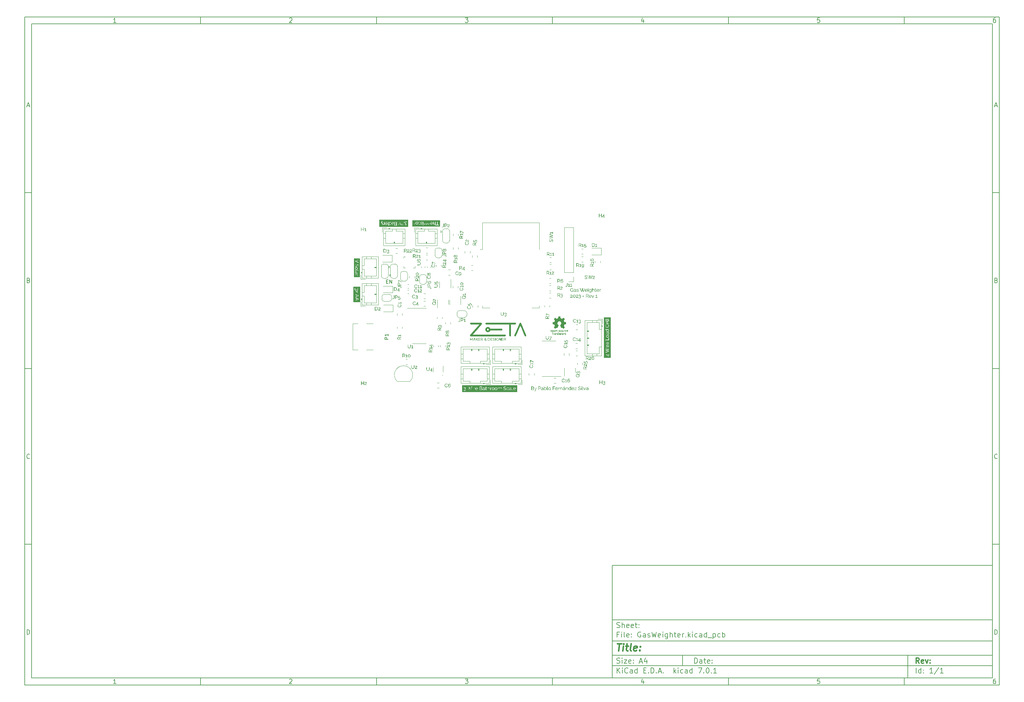
<source format=gbr>
%TF.GenerationSoftware,KiCad,Pcbnew,7.0.1*%
%TF.CreationDate,2023-11-23T19:52:31+01:00*%
%TF.ProjectId,GasWeighter,47617357-6569-4676-9874-65722e6b6963,rev?*%
%TF.SameCoordinates,Original*%
%TF.FileFunction,Legend,Top*%
%TF.FilePolarity,Positive*%
%FSLAX46Y46*%
G04 Gerber Fmt 4.6, Leading zero omitted, Abs format (unit mm)*
G04 Created by KiCad (PCBNEW 7.0.1) date 2023-11-23 19:52:31*
%MOMM*%
%LPD*%
G01*
G04 APERTURE LIST*
%ADD10C,0.100000*%
%ADD11C,0.150000*%
%ADD12C,0.300000*%
%ADD13C,0.400000*%
%ADD14C,0.120000*%
G04 APERTURE END LIST*
D10*
D11*
X177002200Y-166007200D02*
X285002200Y-166007200D01*
X285002200Y-198007200D01*
X177002200Y-198007200D01*
X177002200Y-166007200D01*
D10*
D11*
X10000000Y-10000000D02*
X287002200Y-10000000D01*
X287002200Y-200007200D01*
X10000000Y-200007200D01*
X10000000Y-10000000D01*
D10*
D11*
X12000000Y-12000000D02*
X285002200Y-12000000D01*
X285002200Y-198007200D01*
X12000000Y-198007200D01*
X12000000Y-12000000D01*
D10*
D11*
X60000000Y-12000000D02*
X60000000Y-10000000D01*
D10*
D11*
X110000000Y-12000000D02*
X110000000Y-10000000D01*
D10*
D11*
X160000000Y-12000000D02*
X160000000Y-10000000D01*
D10*
D11*
X210000000Y-12000000D02*
X210000000Y-10000000D01*
D10*
D11*
X260000000Y-12000000D02*
X260000000Y-10000000D01*
D10*
D11*
X35990476Y-11601404D02*
X35247619Y-11601404D01*
X35619047Y-11601404D02*
X35619047Y-10301404D01*
X35619047Y-10301404D02*
X35495238Y-10487119D01*
X35495238Y-10487119D02*
X35371428Y-10610928D01*
X35371428Y-10610928D02*
X35247619Y-10672833D01*
D10*
D11*
X85247619Y-10425214D02*
X85309523Y-10363309D01*
X85309523Y-10363309D02*
X85433333Y-10301404D01*
X85433333Y-10301404D02*
X85742857Y-10301404D01*
X85742857Y-10301404D02*
X85866666Y-10363309D01*
X85866666Y-10363309D02*
X85928571Y-10425214D01*
X85928571Y-10425214D02*
X85990476Y-10549023D01*
X85990476Y-10549023D02*
X85990476Y-10672833D01*
X85990476Y-10672833D02*
X85928571Y-10858547D01*
X85928571Y-10858547D02*
X85185714Y-11601404D01*
X85185714Y-11601404D02*
X85990476Y-11601404D01*
D10*
D11*
X135185714Y-10301404D02*
X135990476Y-10301404D01*
X135990476Y-10301404D02*
X135557142Y-10796642D01*
X135557142Y-10796642D02*
X135742857Y-10796642D01*
X135742857Y-10796642D02*
X135866666Y-10858547D01*
X135866666Y-10858547D02*
X135928571Y-10920452D01*
X135928571Y-10920452D02*
X135990476Y-11044261D01*
X135990476Y-11044261D02*
X135990476Y-11353785D01*
X135990476Y-11353785D02*
X135928571Y-11477595D01*
X135928571Y-11477595D02*
X135866666Y-11539500D01*
X135866666Y-11539500D02*
X135742857Y-11601404D01*
X135742857Y-11601404D02*
X135371428Y-11601404D01*
X135371428Y-11601404D02*
X135247619Y-11539500D01*
X135247619Y-11539500D02*
X135185714Y-11477595D01*
D10*
D11*
X185866666Y-10734738D02*
X185866666Y-11601404D01*
X185557142Y-10239500D02*
X185247619Y-11168071D01*
X185247619Y-11168071D02*
X186052380Y-11168071D01*
D10*
D11*
X235928571Y-10301404D02*
X235309523Y-10301404D01*
X235309523Y-10301404D02*
X235247619Y-10920452D01*
X235247619Y-10920452D02*
X235309523Y-10858547D01*
X235309523Y-10858547D02*
X235433333Y-10796642D01*
X235433333Y-10796642D02*
X235742857Y-10796642D01*
X235742857Y-10796642D02*
X235866666Y-10858547D01*
X235866666Y-10858547D02*
X235928571Y-10920452D01*
X235928571Y-10920452D02*
X235990476Y-11044261D01*
X235990476Y-11044261D02*
X235990476Y-11353785D01*
X235990476Y-11353785D02*
X235928571Y-11477595D01*
X235928571Y-11477595D02*
X235866666Y-11539500D01*
X235866666Y-11539500D02*
X235742857Y-11601404D01*
X235742857Y-11601404D02*
X235433333Y-11601404D01*
X235433333Y-11601404D02*
X235309523Y-11539500D01*
X235309523Y-11539500D02*
X235247619Y-11477595D01*
D10*
D11*
X285866666Y-10301404D02*
X285619047Y-10301404D01*
X285619047Y-10301404D02*
X285495238Y-10363309D01*
X285495238Y-10363309D02*
X285433333Y-10425214D01*
X285433333Y-10425214D02*
X285309523Y-10610928D01*
X285309523Y-10610928D02*
X285247619Y-10858547D01*
X285247619Y-10858547D02*
X285247619Y-11353785D01*
X285247619Y-11353785D02*
X285309523Y-11477595D01*
X285309523Y-11477595D02*
X285371428Y-11539500D01*
X285371428Y-11539500D02*
X285495238Y-11601404D01*
X285495238Y-11601404D02*
X285742857Y-11601404D01*
X285742857Y-11601404D02*
X285866666Y-11539500D01*
X285866666Y-11539500D02*
X285928571Y-11477595D01*
X285928571Y-11477595D02*
X285990476Y-11353785D01*
X285990476Y-11353785D02*
X285990476Y-11044261D01*
X285990476Y-11044261D02*
X285928571Y-10920452D01*
X285928571Y-10920452D02*
X285866666Y-10858547D01*
X285866666Y-10858547D02*
X285742857Y-10796642D01*
X285742857Y-10796642D02*
X285495238Y-10796642D01*
X285495238Y-10796642D02*
X285371428Y-10858547D01*
X285371428Y-10858547D02*
X285309523Y-10920452D01*
X285309523Y-10920452D02*
X285247619Y-11044261D01*
D10*
D11*
X60000000Y-198007200D02*
X60000000Y-200007200D01*
D10*
D11*
X110000000Y-198007200D02*
X110000000Y-200007200D01*
D10*
D11*
X160000000Y-198007200D02*
X160000000Y-200007200D01*
D10*
D11*
X210000000Y-198007200D02*
X210000000Y-200007200D01*
D10*
D11*
X260000000Y-198007200D02*
X260000000Y-200007200D01*
D10*
D11*
X35990476Y-199608604D02*
X35247619Y-199608604D01*
X35619047Y-199608604D02*
X35619047Y-198308604D01*
X35619047Y-198308604D02*
X35495238Y-198494319D01*
X35495238Y-198494319D02*
X35371428Y-198618128D01*
X35371428Y-198618128D02*
X35247619Y-198680033D01*
D10*
D11*
X85247619Y-198432414D02*
X85309523Y-198370509D01*
X85309523Y-198370509D02*
X85433333Y-198308604D01*
X85433333Y-198308604D02*
X85742857Y-198308604D01*
X85742857Y-198308604D02*
X85866666Y-198370509D01*
X85866666Y-198370509D02*
X85928571Y-198432414D01*
X85928571Y-198432414D02*
X85990476Y-198556223D01*
X85990476Y-198556223D02*
X85990476Y-198680033D01*
X85990476Y-198680033D02*
X85928571Y-198865747D01*
X85928571Y-198865747D02*
X85185714Y-199608604D01*
X85185714Y-199608604D02*
X85990476Y-199608604D01*
D10*
D11*
X135185714Y-198308604D02*
X135990476Y-198308604D01*
X135990476Y-198308604D02*
X135557142Y-198803842D01*
X135557142Y-198803842D02*
X135742857Y-198803842D01*
X135742857Y-198803842D02*
X135866666Y-198865747D01*
X135866666Y-198865747D02*
X135928571Y-198927652D01*
X135928571Y-198927652D02*
X135990476Y-199051461D01*
X135990476Y-199051461D02*
X135990476Y-199360985D01*
X135990476Y-199360985D02*
X135928571Y-199484795D01*
X135928571Y-199484795D02*
X135866666Y-199546700D01*
X135866666Y-199546700D02*
X135742857Y-199608604D01*
X135742857Y-199608604D02*
X135371428Y-199608604D01*
X135371428Y-199608604D02*
X135247619Y-199546700D01*
X135247619Y-199546700D02*
X135185714Y-199484795D01*
D10*
D11*
X185866666Y-198741938D02*
X185866666Y-199608604D01*
X185557142Y-198246700D02*
X185247619Y-199175271D01*
X185247619Y-199175271D02*
X186052380Y-199175271D01*
D10*
D11*
X235928571Y-198308604D02*
X235309523Y-198308604D01*
X235309523Y-198308604D02*
X235247619Y-198927652D01*
X235247619Y-198927652D02*
X235309523Y-198865747D01*
X235309523Y-198865747D02*
X235433333Y-198803842D01*
X235433333Y-198803842D02*
X235742857Y-198803842D01*
X235742857Y-198803842D02*
X235866666Y-198865747D01*
X235866666Y-198865747D02*
X235928571Y-198927652D01*
X235928571Y-198927652D02*
X235990476Y-199051461D01*
X235990476Y-199051461D02*
X235990476Y-199360985D01*
X235990476Y-199360985D02*
X235928571Y-199484795D01*
X235928571Y-199484795D02*
X235866666Y-199546700D01*
X235866666Y-199546700D02*
X235742857Y-199608604D01*
X235742857Y-199608604D02*
X235433333Y-199608604D01*
X235433333Y-199608604D02*
X235309523Y-199546700D01*
X235309523Y-199546700D02*
X235247619Y-199484795D01*
D10*
D11*
X285866666Y-198308604D02*
X285619047Y-198308604D01*
X285619047Y-198308604D02*
X285495238Y-198370509D01*
X285495238Y-198370509D02*
X285433333Y-198432414D01*
X285433333Y-198432414D02*
X285309523Y-198618128D01*
X285309523Y-198618128D02*
X285247619Y-198865747D01*
X285247619Y-198865747D02*
X285247619Y-199360985D01*
X285247619Y-199360985D02*
X285309523Y-199484795D01*
X285309523Y-199484795D02*
X285371428Y-199546700D01*
X285371428Y-199546700D02*
X285495238Y-199608604D01*
X285495238Y-199608604D02*
X285742857Y-199608604D01*
X285742857Y-199608604D02*
X285866666Y-199546700D01*
X285866666Y-199546700D02*
X285928571Y-199484795D01*
X285928571Y-199484795D02*
X285990476Y-199360985D01*
X285990476Y-199360985D02*
X285990476Y-199051461D01*
X285990476Y-199051461D02*
X285928571Y-198927652D01*
X285928571Y-198927652D02*
X285866666Y-198865747D01*
X285866666Y-198865747D02*
X285742857Y-198803842D01*
X285742857Y-198803842D02*
X285495238Y-198803842D01*
X285495238Y-198803842D02*
X285371428Y-198865747D01*
X285371428Y-198865747D02*
X285309523Y-198927652D01*
X285309523Y-198927652D02*
X285247619Y-199051461D01*
D10*
D11*
X10000000Y-60000000D02*
X12000000Y-60000000D01*
D10*
D11*
X10000000Y-110000000D02*
X12000000Y-110000000D01*
D10*
D11*
X10000000Y-160000000D02*
X12000000Y-160000000D01*
D10*
D11*
X10690476Y-35229976D02*
X11309523Y-35229976D01*
X10566666Y-35601404D02*
X10999999Y-34301404D01*
X10999999Y-34301404D02*
X11433333Y-35601404D01*
D10*
D11*
X11092857Y-84920452D02*
X11278571Y-84982357D01*
X11278571Y-84982357D02*
X11340476Y-85044261D01*
X11340476Y-85044261D02*
X11402380Y-85168071D01*
X11402380Y-85168071D02*
X11402380Y-85353785D01*
X11402380Y-85353785D02*
X11340476Y-85477595D01*
X11340476Y-85477595D02*
X11278571Y-85539500D01*
X11278571Y-85539500D02*
X11154761Y-85601404D01*
X11154761Y-85601404D02*
X10659523Y-85601404D01*
X10659523Y-85601404D02*
X10659523Y-84301404D01*
X10659523Y-84301404D02*
X11092857Y-84301404D01*
X11092857Y-84301404D02*
X11216666Y-84363309D01*
X11216666Y-84363309D02*
X11278571Y-84425214D01*
X11278571Y-84425214D02*
X11340476Y-84549023D01*
X11340476Y-84549023D02*
X11340476Y-84672833D01*
X11340476Y-84672833D02*
X11278571Y-84796642D01*
X11278571Y-84796642D02*
X11216666Y-84858547D01*
X11216666Y-84858547D02*
X11092857Y-84920452D01*
X11092857Y-84920452D02*
X10659523Y-84920452D01*
D10*
D11*
X11402380Y-135477595D02*
X11340476Y-135539500D01*
X11340476Y-135539500D02*
X11154761Y-135601404D01*
X11154761Y-135601404D02*
X11030952Y-135601404D01*
X11030952Y-135601404D02*
X10845238Y-135539500D01*
X10845238Y-135539500D02*
X10721428Y-135415690D01*
X10721428Y-135415690D02*
X10659523Y-135291880D01*
X10659523Y-135291880D02*
X10597619Y-135044261D01*
X10597619Y-135044261D02*
X10597619Y-134858547D01*
X10597619Y-134858547D02*
X10659523Y-134610928D01*
X10659523Y-134610928D02*
X10721428Y-134487119D01*
X10721428Y-134487119D02*
X10845238Y-134363309D01*
X10845238Y-134363309D02*
X11030952Y-134301404D01*
X11030952Y-134301404D02*
X11154761Y-134301404D01*
X11154761Y-134301404D02*
X11340476Y-134363309D01*
X11340476Y-134363309D02*
X11402380Y-134425214D01*
D10*
D11*
X10659523Y-185601404D02*
X10659523Y-184301404D01*
X10659523Y-184301404D02*
X10969047Y-184301404D01*
X10969047Y-184301404D02*
X11154761Y-184363309D01*
X11154761Y-184363309D02*
X11278571Y-184487119D01*
X11278571Y-184487119D02*
X11340476Y-184610928D01*
X11340476Y-184610928D02*
X11402380Y-184858547D01*
X11402380Y-184858547D02*
X11402380Y-185044261D01*
X11402380Y-185044261D02*
X11340476Y-185291880D01*
X11340476Y-185291880D02*
X11278571Y-185415690D01*
X11278571Y-185415690D02*
X11154761Y-185539500D01*
X11154761Y-185539500D02*
X10969047Y-185601404D01*
X10969047Y-185601404D02*
X10659523Y-185601404D01*
D10*
D11*
X287002200Y-60000000D02*
X285002200Y-60000000D01*
D10*
D11*
X287002200Y-110000000D02*
X285002200Y-110000000D01*
D10*
D11*
X287002200Y-160000000D02*
X285002200Y-160000000D01*
D10*
D11*
X285692676Y-35229976D02*
X286311723Y-35229976D01*
X285568866Y-35601404D02*
X286002199Y-34301404D01*
X286002199Y-34301404D02*
X286435533Y-35601404D01*
D10*
D11*
X286095057Y-84920452D02*
X286280771Y-84982357D01*
X286280771Y-84982357D02*
X286342676Y-85044261D01*
X286342676Y-85044261D02*
X286404580Y-85168071D01*
X286404580Y-85168071D02*
X286404580Y-85353785D01*
X286404580Y-85353785D02*
X286342676Y-85477595D01*
X286342676Y-85477595D02*
X286280771Y-85539500D01*
X286280771Y-85539500D02*
X286156961Y-85601404D01*
X286156961Y-85601404D02*
X285661723Y-85601404D01*
X285661723Y-85601404D02*
X285661723Y-84301404D01*
X285661723Y-84301404D02*
X286095057Y-84301404D01*
X286095057Y-84301404D02*
X286218866Y-84363309D01*
X286218866Y-84363309D02*
X286280771Y-84425214D01*
X286280771Y-84425214D02*
X286342676Y-84549023D01*
X286342676Y-84549023D02*
X286342676Y-84672833D01*
X286342676Y-84672833D02*
X286280771Y-84796642D01*
X286280771Y-84796642D02*
X286218866Y-84858547D01*
X286218866Y-84858547D02*
X286095057Y-84920452D01*
X286095057Y-84920452D02*
X285661723Y-84920452D01*
D10*
D11*
X286404580Y-135477595D02*
X286342676Y-135539500D01*
X286342676Y-135539500D02*
X286156961Y-135601404D01*
X286156961Y-135601404D02*
X286033152Y-135601404D01*
X286033152Y-135601404D02*
X285847438Y-135539500D01*
X285847438Y-135539500D02*
X285723628Y-135415690D01*
X285723628Y-135415690D02*
X285661723Y-135291880D01*
X285661723Y-135291880D02*
X285599819Y-135044261D01*
X285599819Y-135044261D02*
X285599819Y-134858547D01*
X285599819Y-134858547D02*
X285661723Y-134610928D01*
X285661723Y-134610928D02*
X285723628Y-134487119D01*
X285723628Y-134487119D02*
X285847438Y-134363309D01*
X285847438Y-134363309D02*
X286033152Y-134301404D01*
X286033152Y-134301404D02*
X286156961Y-134301404D01*
X286156961Y-134301404D02*
X286342676Y-134363309D01*
X286342676Y-134363309D02*
X286404580Y-134425214D01*
D10*
D11*
X285661723Y-185601404D02*
X285661723Y-184301404D01*
X285661723Y-184301404D02*
X285971247Y-184301404D01*
X285971247Y-184301404D02*
X286156961Y-184363309D01*
X286156961Y-184363309D02*
X286280771Y-184487119D01*
X286280771Y-184487119D02*
X286342676Y-184610928D01*
X286342676Y-184610928D02*
X286404580Y-184858547D01*
X286404580Y-184858547D02*
X286404580Y-185044261D01*
X286404580Y-185044261D02*
X286342676Y-185291880D01*
X286342676Y-185291880D02*
X286280771Y-185415690D01*
X286280771Y-185415690D02*
X286156961Y-185539500D01*
X286156961Y-185539500D02*
X285971247Y-185601404D01*
X285971247Y-185601404D02*
X285661723Y-185601404D01*
D10*
D11*
X200359342Y-193801128D02*
X200359342Y-192301128D01*
X200359342Y-192301128D02*
X200716485Y-192301128D01*
X200716485Y-192301128D02*
X200930771Y-192372557D01*
X200930771Y-192372557D02*
X201073628Y-192515414D01*
X201073628Y-192515414D02*
X201145057Y-192658271D01*
X201145057Y-192658271D02*
X201216485Y-192943985D01*
X201216485Y-192943985D02*
X201216485Y-193158271D01*
X201216485Y-193158271D02*
X201145057Y-193443985D01*
X201145057Y-193443985D02*
X201073628Y-193586842D01*
X201073628Y-193586842D02*
X200930771Y-193729700D01*
X200930771Y-193729700D02*
X200716485Y-193801128D01*
X200716485Y-193801128D02*
X200359342Y-193801128D01*
X202502200Y-193801128D02*
X202502200Y-193015414D01*
X202502200Y-193015414D02*
X202430771Y-192872557D01*
X202430771Y-192872557D02*
X202287914Y-192801128D01*
X202287914Y-192801128D02*
X202002200Y-192801128D01*
X202002200Y-192801128D02*
X201859342Y-192872557D01*
X202502200Y-193729700D02*
X202359342Y-193801128D01*
X202359342Y-193801128D02*
X202002200Y-193801128D01*
X202002200Y-193801128D02*
X201859342Y-193729700D01*
X201859342Y-193729700D02*
X201787914Y-193586842D01*
X201787914Y-193586842D02*
X201787914Y-193443985D01*
X201787914Y-193443985D02*
X201859342Y-193301128D01*
X201859342Y-193301128D02*
X202002200Y-193229700D01*
X202002200Y-193229700D02*
X202359342Y-193229700D01*
X202359342Y-193229700D02*
X202502200Y-193158271D01*
X203002200Y-192801128D02*
X203573628Y-192801128D01*
X203216485Y-192301128D02*
X203216485Y-193586842D01*
X203216485Y-193586842D02*
X203287914Y-193729700D01*
X203287914Y-193729700D02*
X203430771Y-193801128D01*
X203430771Y-193801128D02*
X203573628Y-193801128D01*
X204645057Y-193729700D02*
X204502200Y-193801128D01*
X204502200Y-193801128D02*
X204216486Y-193801128D01*
X204216486Y-193801128D02*
X204073628Y-193729700D01*
X204073628Y-193729700D02*
X204002200Y-193586842D01*
X204002200Y-193586842D02*
X204002200Y-193015414D01*
X204002200Y-193015414D02*
X204073628Y-192872557D01*
X204073628Y-192872557D02*
X204216486Y-192801128D01*
X204216486Y-192801128D02*
X204502200Y-192801128D01*
X204502200Y-192801128D02*
X204645057Y-192872557D01*
X204645057Y-192872557D02*
X204716486Y-193015414D01*
X204716486Y-193015414D02*
X204716486Y-193158271D01*
X204716486Y-193158271D02*
X204002200Y-193301128D01*
X205359342Y-193658271D02*
X205430771Y-193729700D01*
X205430771Y-193729700D02*
X205359342Y-193801128D01*
X205359342Y-193801128D02*
X205287914Y-193729700D01*
X205287914Y-193729700D02*
X205359342Y-193658271D01*
X205359342Y-193658271D02*
X205359342Y-193801128D01*
X205359342Y-192872557D02*
X205430771Y-192943985D01*
X205430771Y-192943985D02*
X205359342Y-193015414D01*
X205359342Y-193015414D02*
X205287914Y-192943985D01*
X205287914Y-192943985D02*
X205359342Y-192872557D01*
X205359342Y-192872557D02*
X205359342Y-193015414D01*
D10*
D11*
X177002200Y-194507200D02*
X285002200Y-194507200D01*
D10*
D11*
X178359342Y-196601128D02*
X178359342Y-195101128D01*
X179216485Y-196601128D02*
X178573628Y-195743985D01*
X179216485Y-195101128D02*
X178359342Y-195958271D01*
X179859342Y-196601128D02*
X179859342Y-195601128D01*
X179859342Y-195101128D02*
X179787914Y-195172557D01*
X179787914Y-195172557D02*
X179859342Y-195243985D01*
X179859342Y-195243985D02*
X179930771Y-195172557D01*
X179930771Y-195172557D02*
X179859342Y-195101128D01*
X179859342Y-195101128D02*
X179859342Y-195243985D01*
X181430771Y-196458271D02*
X181359343Y-196529700D01*
X181359343Y-196529700D02*
X181145057Y-196601128D01*
X181145057Y-196601128D02*
X181002200Y-196601128D01*
X181002200Y-196601128D02*
X180787914Y-196529700D01*
X180787914Y-196529700D02*
X180645057Y-196386842D01*
X180645057Y-196386842D02*
X180573628Y-196243985D01*
X180573628Y-196243985D02*
X180502200Y-195958271D01*
X180502200Y-195958271D02*
X180502200Y-195743985D01*
X180502200Y-195743985D02*
X180573628Y-195458271D01*
X180573628Y-195458271D02*
X180645057Y-195315414D01*
X180645057Y-195315414D02*
X180787914Y-195172557D01*
X180787914Y-195172557D02*
X181002200Y-195101128D01*
X181002200Y-195101128D02*
X181145057Y-195101128D01*
X181145057Y-195101128D02*
X181359343Y-195172557D01*
X181359343Y-195172557D02*
X181430771Y-195243985D01*
X182716486Y-196601128D02*
X182716486Y-195815414D01*
X182716486Y-195815414D02*
X182645057Y-195672557D01*
X182645057Y-195672557D02*
X182502200Y-195601128D01*
X182502200Y-195601128D02*
X182216486Y-195601128D01*
X182216486Y-195601128D02*
X182073628Y-195672557D01*
X182716486Y-196529700D02*
X182573628Y-196601128D01*
X182573628Y-196601128D02*
X182216486Y-196601128D01*
X182216486Y-196601128D02*
X182073628Y-196529700D01*
X182073628Y-196529700D02*
X182002200Y-196386842D01*
X182002200Y-196386842D02*
X182002200Y-196243985D01*
X182002200Y-196243985D02*
X182073628Y-196101128D01*
X182073628Y-196101128D02*
X182216486Y-196029700D01*
X182216486Y-196029700D02*
X182573628Y-196029700D01*
X182573628Y-196029700D02*
X182716486Y-195958271D01*
X184073629Y-196601128D02*
X184073629Y-195101128D01*
X184073629Y-196529700D02*
X183930771Y-196601128D01*
X183930771Y-196601128D02*
X183645057Y-196601128D01*
X183645057Y-196601128D02*
X183502200Y-196529700D01*
X183502200Y-196529700D02*
X183430771Y-196458271D01*
X183430771Y-196458271D02*
X183359343Y-196315414D01*
X183359343Y-196315414D02*
X183359343Y-195886842D01*
X183359343Y-195886842D02*
X183430771Y-195743985D01*
X183430771Y-195743985D02*
X183502200Y-195672557D01*
X183502200Y-195672557D02*
X183645057Y-195601128D01*
X183645057Y-195601128D02*
X183930771Y-195601128D01*
X183930771Y-195601128D02*
X184073629Y-195672557D01*
X185930771Y-195815414D02*
X186430771Y-195815414D01*
X186645057Y-196601128D02*
X185930771Y-196601128D01*
X185930771Y-196601128D02*
X185930771Y-195101128D01*
X185930771Y-195101128D02*
X186645057Y-195101128D01*
X187287914Y-196458271D02*
X187359343Y-196529700D01*
X187359343Y-196529700D02*
X187287914Y-196601128D01*
X187287914Y-196601128D02*
X187216486Y-196529700D01*
X187216486Y-196529700D02*
X187287914Y-196458271D01*
X187287914Y-196458271D02*
X187287914Y-196601128D01*
X188002200Y-196601128D02*
X188002200Y-195101128D01*
X188002200Y-195101128D02*
X188359343Y-195101128D01*
X188359343Y-195101128D02*
X188573629Y-195172557D01*
X188573629Y-195172557D02*
X188716486Y-195315414D01*
X188716486Y-195315414D02*
X188787915Y-195458271D01*
X188787915Y-195458271D02*
X188859343Y-195743985D01*
X188859343Y-195743985D02*
X188859343Y-195958271D01*
X188859343Y-195958271D02*
X188787915Y-196243985D01*
X188787915Y-196243985D02*
X188716486Y-196386842D01*
X188716486Y-196386842D02*
X188573629Y-196529700D01*
X188573629Y-196529700D02*
X188359343Y-196601128D01*
X188359343Y-196601128D02*
X188002200Y-196601128D01*
X189502200Y-196458271D02*
X189573629Y-196529700D01*
X189573629Y-196529700D02*
X189502200Y-196601128D01*
X189502200Y-196601128D02*
X189430772Y-196529700D01*
X189430772Y-196529700D02*
X189502200Y-196458271D01*
X189502200Y-196458271D02*
X189502200Y-196601128D01*
X190145058Y-196172557D02*
X190859344Y-196172557D01*
X190002201Y-196601128D02*
X190502201Y-195101128D01*
X190502201Y-195101128D02*
X191002201Y-196601128D01*
X191502200Y-196458271D02*
X191573629Y-196529700D01*
X191573629Y-196529700D02*
X191502200Y-196601128D01*
X191502200Y-196601128D02*
X191430772Y-196529700D01*
X191430772Y-196529700D02*
X191502200Y-196458271D01*
X191502200Y-196458271D02*
X191502200Y-196601128D01*
X194502200Y-196601128D02*
X194502200Y-195101128D01*
X194645058Y-196029700D02*
X195073629Y-196601128D01*
X195073629Y-195601128D02*
X194502200Y-196172557D01*
X195716486Y-196601128D02*
X195716486Y-195601128D01*
X195716486Y-195101128D02*
X195645058Y-195172557D01*
X195645058Y-195172557D02*
X195716486Y-195243985D01*
X195716486Y-195243985D02*
X195787915Y-195172557D01*
X195787915Y-195172557D02*
X195716486Y-195101128D01*
X195716486Y-195101128D02*
X195716486Y-195243985D01*
X197073630Y-196529700D02*
X196930772Y-196601128D01*
X196930772Y-196601128D02*
X196645058Y-196601128D01*
X196645058Y-196601128D02*
X196502201Y-196529700D01*
X196502201Y-196529700D02*
X196430772Y-196458271D01*
X196430772Y-196458271D02*
X196359344Y-196315414D01*
X196359344Y-196315414D02*
X196359344Y-195886842D01*
X196359344Y-195886842D02*
X196430772Y-195743985D01*
X196430772Y-195743985D02*
X196502201Y-195672557D01*
X196502201Y-195672557D02*
X196645058Y-195601128D01*
X196645058Y-195601128D02*
X196930772Y-195601128D01*
X196930772Y-195601128D02*
X197073630Y-195672557D01*
X198359344Y-196601128D02*
X198359344Y-195815414D01*
X198359344Y-195815414D02*
X198287915Y-195672557D01*
X198287915Y-195672557D02*
X198145058Y-195601128D01*
X198145058Y-195601128D02*
X197859344Y-195601128D01*
X197859344Y-195601128D02*
X197716486Y-195672557D01*
X198359344Y-196529700D02*
X198216486Y-196601128D01*
X198216486Y-196601128D02*
X197859344Y-196601128D01*
X197859344Y-196601128D02*
X197716486Y-196529700D01*
X197716486Y-196529700D02*
X197645058Y-196386842D01*
X197645058Y-196386842D02*
X197645058Y-196243985D01*
X197645058Y-196243985D02*
X197716486Y-196101128D01*
X197716486Y-196101128D02*
X197859344Y-196029700D01*
X197859344Y-196029700D02*
X198216486Y-196029700D01*
X198216486Y-196029700D02*
X198359344Y-195958271D01*
X199716487Y-196601128D02*
X199716487Y-195101128D01*
X199716487Y-196529700D02*
X199573629Y-196601128D01*
X199573629Y-196601128D02*
X199287915Y-196601128D01*
X199287915Y-196601128D02*
X199145058Y-196529700D01*
X199145058Y-196529700D02*
X199073629Y-196458271D01*
X199073629Y-196458271D02*
X199002201Y-196315414D01*
X199002201Y-196315414D02*
X199002201Y-195886842D01*
X199002201Y-195886842D02*
X199073629Y-195743985D01*
X199073629Y-195743985D02*
X199145058Y-195672557D01*
X199145058Y-195672557D02*
X199287915Y-195601128D01*
X199287915Y-195601128D02*
X199573629Y-195601128D01*
X199573629Y-195601128D02*
X199716487Y-195672557D01*
X201430772Y-195101128D02*
X202430772Y-195101128D01*
X202430772Y-195101128D02*
X201787915Y-196601128D01*
X203002200Y-196458271D02*
X203073629Y-196529700D01*
X203073629Y-196529700D02*
X203002200Y-196601128D01*
X203002200Y-196601128D02*
X202930772Y-196529700D01*
X202930772Y-196529700D02*
X203002200Y-196458271D01*
X203002200Y-196458271D02*
X203002200Y-196601128D01*
X204002201Y-195101128D02*
X204145058Y-195101128D01*
X204145058Y-195101128D02*
X204287915Y-195172557D01*
X204287915Y-195172557D02*
X204359344Y-195243985D01*
X204359344Y-195243985D02*
X204430772Y-195386842D01*
X204430772Y-195386842D02*
X204502201Y-195672557D01*
X204502201Y-195672557D02*
X204502201Y-196029700D01*
X204502201Y-196029700D02*
X204430772Y-196315414D01*
X204430772Y-196315414D02*
X204359344Y-196458271D01*
X204359344Y-196458271D02*
X204287915Y-196529700D01*
X204287915Y-196529700D02*
X204145058Y-196601128D01*
X204145058Y-196601128D02*
X204002201Y-196601128D01*
X204002201Y-196601128D02*
X203859344Y-196529700D01*
X203859344Y-196529700D02*
X203787915Y-196458271D01*
X203787915Y-196458271D02*
X203716486Y-196315414D01*
X203716486Y-196315414D02*
X203645058Y-196029700D01*
X203645058Y-196029700D02*
X203645058Y-195672557D01*
X203645058Y-195672557D02*
X203716486Y-195386842D01*
X203716486Y-195386842D02*
X203787915Y-195243985D01*
X203787915Y-195243985D02*
X203859344Y-195172557D01*
X203859344Y-195172557D02*
X204002201Y-195101128D01*
X205145057Y-196458271D02*
X205216486Y-196529700D01*
X205216486Y-196529700D02*
X205145057Y-196601128D01*
X205145057Y-196601128D02*
X205073629Y-196529700D01*
X205073629Y-196529700D02*
X205145057Y-196458271D01*
X205145057Y-196458271D02*
X205145057Y-196601128D01*
X206645058Y-196601128D02*
X205787915Y-196601128D01*
X206216486Y-196601128D02*
X206216486Y-195101128D01*
X206216486Y-195101128D02*
X206073629Y-195315414D01*
X206073629Y-195315414D02*
X205930772Y-195458271D01*
X205930772Y-195458271D02*
X205787915Y-195529700D01*
D10*
D11*
X177002200Y-191507200D02*
X285002200Y-191507200D01*
D10*
D12*
X264216485Y-193801128D02*
X263716485Y-193086842D01*
X263359342Y-193801128D02*
X263359342Y-192301128D01*
X263359342Y-192301128D02*
X263930771Y-192301128D01*
X263930771Y-192301128D02*
X264073628Y-192372557D01*
X264073628Y-192372557D02*
X264145057Y-192443985D01*
X264145057Y-192443985D02*
X264216485Y-192586842D01*
X264216485Y-192586842D02*
X264216485Y-192801128D01*
X264216485Y-192801128D02*
X264145057Y-192943985D01*
X264145057Y-192943985D02*
X264073628Y-193015414D01*
X264073628Y-193015414D02*
X263930771Y-193086842D01*
X263930771Y-193086842D02*
X263359342Y-193086842D01*
X265430771Y-193729700D02*
X265287914Y-193801128D01*
X265287914Y-193801128D02*
X265002200Y-193801128D01*
X265002200Y-193801128D02*
X264859342Y-193729700D01*
X264859342Y-193729700D02*
X264787914Y-193586842D01*
X264787914Y-193586842D02*
X264787914Y-193015414D01*
X264787914Y-193015414D02*
X264859342Y-192872557D01*
X264859342Y-192872557D02*
X265002200Y-192801128D01*
X265002200Y-192801128D02*
X265287914Y-192801128D01*
X265287914Y-192801128D02*
X265430771Y-192872557D01*
X265430771Y-192872557D02*
X265502200Y-193015414D01*
X265502200Y-193015414D02*
X265502200Y-193158271D01*
X265502200Y-193158271D02*
X264787914Y-193301128D01*
X266002199Y-192801128D02*
X266359342Y-193801128D01*
X266359342Y-193801128D02*
X266716485Y-192801128D01*
X267287913Y-193658271D02*
X267359342Y-193729700D01*
X267359342Y-193729700D02*
X267287913Y-193801128D01*
X267287913Y-193801128D02*
X267216485Y-193729700D01*
X267216485Y-193729700D02*
X267287913Y-193658271D01*
X267287913Y-193658271D02*
X267287913Y-193801128D01*
X267287913Y-192872557D02*
X267359342Y-192943985D01*
X267359342Y-192943985D02*
X267287913Y-193015414D01*
X267287913Y-193015414D02*
X267216485Y-192943985D01*
X267216485Y-192943985D02*
X267287913Y-192872557D01*
X267287913Y-192872557D02*
X267287913Y-193015414D01*
D10*
D11*
X178287914Y-193729700D02*
X178502200Y-193801128D01*
X178502200Y-193801128D02*
X178859342Y-193801128D01*
X178859342Y-193801128D02*
X179002200Y-193729700D01*
X179002200Y-193729700D02*
X179073628Y-193658271D01*
X179073628Y-193658271D02*
X179145057Y-193515414D01*
X179145057Y-193515414D02*
X179145057Y-193372557D01*
X179145057Y-193372557D02*
X179073628Y-193229700D01*
X179073628Y-193229700D02*
X179002200Y-193158271D01*
X179002200Y-193158271D02*
X178859342Y-193086842D01*
X178859342Y-193086842D02*
X178573628Y-193015414D01*
X178573628Y-193015414D02*
X178430771Y-192943985D01*
X178430771Y-192943985D02*
X178359342Y-192872557D01*
X178359342Y-192872557D02*
X178287914Y-192729700D01*
X178287914Y-192729700D02*
X178287914Y-192586842D01*
X178287914Y-192586842D02*
X178359342Y-192443985D01*
X178359342Y-192443985D02*
X178430771Y-192372557D01*
X178430771Y-192372557D02*
X178573628Y-192301128D01*
X178573628Y-192301128D02*
X178930771Y-192301128D01*
X178930771Y-192301128D02*
X179145057Y-192372557D01*
X179787913Y-193801128D02*
X179787913Y-192801128D01*
X179787913Y-192301128D02*
X179716485Y-192372557D01*
X179716485Y-192372557D02*
X179787913Y-192443985D01*
X179787913Y-192443985D02*
X179859342Y-192372557D01*
X179859342Y-192372557D02*
X179787913Y-192301128D01*
X179787913Y-192301128D02*
X179787913Y-192443985D01*
X180359342Y-192801128D02*
X181145057Y-192801128D01*
X181145057Y-192801128D02*
X180359342Y-193801128D01*
X180359342Y-193801128D02*
X181145057Y-193801128D01*
X182287914Y-193729700D02*
X182145057Y-193801128D01*
X182145057Y-193801128D02*
X181859343Y-193801128D01*
X181859343Y-193801128D02*
X181716485Y-193729700D01*
X181716485Y-193729700D02*
X181645057Y-193586842D01*
X181645057Y-193586842D02*
X181645057Y-193015414D01*
X181645057Y-193015414D02*
X181716485Y-192872557D01*
X181716485Y-192872557D02*
X181859343Y-192801128D01*
X181859343Y-192801128D02*
X182145057Y-192801128D01*
X182145057Y-192801128D02*
X182287914Y-192872557D01*
X182287914Y-192872557D02*
X182359343Y-193015414D01*
X182359343Y-193015414D02*
X182359343Y-193158271D01*
X182359343Y-193158271D02*
X181645057Y-193301128D01*
X183002199Y-193658271D02*
X183073628Y-193729700D01*
X183073628Y-193729700D02*
X183002199Y-193801128D01*
X183002199Y-193801128D02*
X182930771Y-193729700D01*
X182930771Y-193729700D02*
X183002199Y-193658271D01*
X183002199Y-193658271D02*
X183002199Y-193801128D01*
X183002199Y-192872557D02*
X183073628Y-192943985D01*
X183073628Y-192943985D02*
X183002199Y-193015414D01*
X183002199Y-193015414D02*
X182930771Y-192943985D01*
X182930771Y-192943985D02*
X183002199Y-192872557D01*
X183002199Y-192872557D02*
X183002199Y-193015414D01*
X184787914Y-193372557D02*
X185502200Y-193372557D01*
X184645057Y-193801128D02*
X185145057Y-192301128D01*
X185145057Y-192301128D02*
X185645057Y-193801128D01*
X186787914Y-192801128D02*
X186787914Y-193801128D01*
X186430771Y-192229700D02*
X186073628Y-193301128D01*
X186073628Y-193301128D02*
X187002199Y-193301128D01*
D10*
D11*
X263359342Y-196601128D02*
X263359342Y-195101128D01*
X264716486Y-196601128D02*
X264716486Y-195101128D01*
X264716486Y-196529700D02*
X264573628Y-196601128D01*
X264573628Y-196601128D02*
X264287914Y-196601128D01*
X264287914Y-196601128D02*
X264145057Y-196529700D01*
X264145057Y-196529700D02*
X264073628Y-196458271D01*
X264073628Y-196458271D02*
X264002200Y-196315414D01*
X264002200Y-196315414D02*
X264002200Y-195886842D01*
X264002200Y-195886842D02*
X264073628Y-195743985D01*
X264073628Y-195743985D02*
X264145057Y-195672557D01*
X264145057Y-195672557D02*
X264287914Y-195601128D01*
X264287914Y-195601128D02*
X264573628Y-195601128D01*
X264573628Y-195601128D02*
X264716486Y-195672557D01*
X265430771Y-196458271D02*
X265502200Y-196529700D01*
X265502200Y-196529700D02*
X265430771Y-196601128D01*
X265430771Y-196601128D02*
X265359343Y-196529700D01*
X265359343Y-196529700D02*
X265430771Y-196458271D01*
X265430771Y-196458271D02*
X265430771Y-196601128D01*
X265430771Y-195672557D02*
X265502200Y-195743985D01*
X265502200Y-195743985D02*
X265430771Y-195815414D01*
X265430771Y-195815414D02*
X265359343Y-195743985D01*
X265359343Y-195743985D02*
X265430771Y-195672557D01*
X265430771Y-195672557D02*
X265430771Y-195815414D01*
X268073629Y-196601128D02*
X267216486Y-196601128D01*
X267645057Y-196601128D02*
X267645057Y-195101128D01*
X267645057Y-195101128D02*
X267502200Y-195315414D01*
X267502200Y-195315414D02*
X267359343Y-195458271D01*
X267359343Y-195458271D02*
X267216486Y-195529700D01*
X269787914Y-195029700D02*
X268502200Y-196958271D01*
X271073629Y-196601128D02*
X270216486Y-196601128D01*
X270645057Y-196601128D02*
X270645057Y-195101128D01*
X270645057Y-195101128D02*
X270502200Y-195315414D01*
X270502200Y-195315414D02*
X270359343Y-195458271D01*
X270359343Y-195458271D02*
X270216486Y-195529700D01*
D10*
D11*
X177002200Y-187507200D02*
X285002200Y-187507200D01*
D10*
D13*
X178430771Y-188232438D02*
X179573628Y-188232438D01*
X178752200Y-190232438D02*
X179002200Y-188232438D01*
X179978390Y-190232438D02*
X180145057Y-188899104D01*
X180228390Y-188232438D02*
X180121247Y-188327676D01*
X180121247Y-188327676D02*
X180204581Y-188422914D01*
X180204581Y-188422914D02*
X180311724Y-188327676D01*
X180311724Y-188327676D02*
X180228390Y-188232438D01*
X180228390Y-188232438D02*
X180204581Y-188422914D01*
X180799819Y-188899104D02*
X181561723Y-188899104D01*
X181168866Y-188232438D02*
X180954581Y-189946723D01*
X180954581Y-189946723D02*
X181026009Y-190137200D01*
X181026009Y-190137200D02*
X181204581Y-190232438D01*
X181204581Y-190232438D02*
X181395057Y-190232438D01*
X182335533Y-190232438D02*
X182156961Y-190137200D01*
X182156961Y-190137200D02*
X182085533Y-189946723D01*
X182085533Y-189946723D02*
X182299818Y-188232438D01*
X183859342Y-190137200D02*
X183656961Y-190232438D01*
X183656961Y-190232438D02*
X183276008Y-190232438D01*
X183276008Y-190232438D02*
X183097437Y-190137200D01*
X183097437Y-190137200D02*
X183026008Y-189946723D01*
X183026008Y-189946723D02*
X183121247Y-189184819D01*
X183121247Y-189184819D02*
X183240294Y-188994342D01*
X183240294Y-188994342D02*
X183442675Y-188899104D01*
X183442675Y-188899104D02*
X183823627Y-188899104D01*
X183823627Y-188899104D02*
X184002199Y-188994342D01*
X184002199Y-188994342D02*
X184073627Y-189184819D01*
X184073627Y-189184819D02*
X184049818Y-189375295D01*
X184049818Y-189375295D02*
X183073627Y-189565771D01*
X184811723Y-190041961D02*
X184895056Y-190137200D01*
X184895056Y-190137200D02*
X184787913Y-190232438D01*
X184787913Y-190232438D02*
X184704580Y-190137200D01*
X184704580Y-190137200D02*
X184811723Y-190041961D01*
X184811723Y-190041961D02*
X184787913Y-190232438D01*
X184942675Y-188994342D02*
X185026008Y-189089580D01*
X185026008Y-189089580D02*
X184918866Y-189184819D01*
X184918866Y-189184819D02*
X184835532Y-189089580D01*
X184835532Y-189089580D02*
X184942675Y-188994342D01*
X184942675Y-188994342D02*
X184918866Y-189184819D01*
D10*
D11*
X178859342Y-185615414D02*
X178359342Y-185615414D01*
X178359342Y-186401128D02*
X178359342Y-184901128D01*
X178359342Y-184901128D02*
X179073628Y-184901128D01*
X179645056Y-186401128D02*
X179645056Y-185401128D01*
X179645056Y-184901128D02*
X179573628Y-184972557D01*
X179573628Y-184972557D02*
X179645056Y-185043985D01*
X179645056Y-185043985D02*
X179716485Y-184972557D01*
X179716485Y-184972557D02*
X179645056Y-184901128D01*
X179645056Y-184901128D02*
X179645056Y-185043985D01*
X180573628Y-186401128D02*
X180430771Y-186329700D01*
X180430771Y-186329700D02*
X180359342Y-186186842D01*
X180359342Y-186186842D02*
X180359342Y-184901128D01*
X181716485Y-186329700D02*
X181573628Y-186401128D01*
X181573628Y-186401128D02*
X181287914Y-186401128D01*
X181287914Y-186401128D02*
X181145056Y-186329700D01*
X181145056Y-186329700D02*
X181073628Y-186186842D01*
X181073628Y-186186842D02*
X181073628Y-185615414D01*
X181073628Y-185615414D02*
X181145056Y-185472557D01*
X181145056Y-185472557D02*
X181287914Y-185401128D01*
X181287914Y-185401128D02*
X181573628Y-185401128D01*
X181573628Y-185401128D02*
X181716485Y-185472557D01*
X181716485Y-185472557D02*
X181787914Y-185615414D01*
X181787914Y-185615414D02*
X181787914Y-185758271D01*
X181787914Y-185758271D02*
X181073628Y-185901128D01*
X182430770Y-186258271D02*
X182502199Y-186329700D01*
X182502199Y-186329700D02*
X182430770Y-186401128D01*
X182430770Y-186401128D02*
X182359342Y-186329700D01*
X182359342Y-186329700D02*
X182430770Y-186258271D01*
X182430770Y-186258271D02*
X182430770Y-186401128D01*
X182430770Y-185472557D02*
X182502199Y-185543985D01*
X182502199Y-185543985D02*
X182430770Y-185615414D01*
X182430770Y-185615414D02*
X182359342Y-185543985D01*
X182359342Y-185543985D02*
X182430770Y-185472557D01*
X182430770Y-185472557D02*
X182430770Y-185615414D01*
X185073628Y-184972557D02*
X184930771Y-184901128D01*
X184930771Y-184901128D02*
X184716485Y-184901128D01*
X184716485Y-184901128D02*
X184502199Y-184972557D01*
X184502199Y-184972557D02*
X184359342Y-185115414D01*
X184359342Y-185115414D02*
X184287913Y-185258271D01*
X184287913Y-185258271D02*
X184216485Y-185543985D01*
X184216485Y-185543985D02*
X184216485Y-185758271D01*
X184216485Y-185758271D02*
X184287913Y-186043985D01*
X184287913Y-186043985D02*
X184359342Y-186186842D01*
X184359342Y-186186842D02*
X184502199Y-186329700D01*
X184502199Y-186329700D02*
X184716485Y-186401128D01*
X184716485Y-186401128D02*
X184859342Y-186401128D01*
X184859342Y-186401128D02*
X185073628Y-186329700D01*
X185073628Y-186329700D02*
X185145056Y-186258271D01*
X185145056Y-186258271D02*
X185145056Y-185758271D01*
X185145056Y-185758271D02*
X184859342Y-185758271D01*
X186430771Y-186401128D02*
X186430771Y-185615414D01*
X186430771Y-185615414D02*
X186359342Y-185472557D01*
X186359342Y-185472557D02*
X186216485Y-185401128D01*
X186216485Y-185401128D02*
X185930771Y-185401128D01*
X185930771Y-185401128D02*
X185787913Y-185472557D01*
X186430771Y-186329700D02*
X186287913Y-186401128D01*
X186287913Y-186401128D02*
X185930771Y-186401128D01*
X185930771Y-186401128D02*
X185787913Y-186329700D01*
X185787913Y-186329700D02*
X185716485Y-186186842D01*
X185716485Y-186186842D02*
X185716485Y-186043985D01*
X185716485Y-186043985D02*
X185787913Y-185901128D01*
X185787913Y-185901128D02*
X185930771Y-185829700D01*
X185930771Y-185829700D02*
X186287913Y-185829700D01*
X186287913Y-185829700D02*
X186430771Y-185758271D01*
X187073628Y-186329700D02*
X187216485Y-186401128D01*
X187216485Y-186401128D02*
X187502199Y-186401128D01*
X187502199Y-186401128D02*
X187645056Y-186329700D01*
X187645056Y-186329700D02*
X187716485Y-186186842D01*
X187716485Y-186186842D02*
X187716485Y-186115414D01*
X187716485Y-186115414D02*
X187645056Y-185972557D01*
X187645056Y-185972557D02*
X187502199Y-185901128D01*
X187502199Y-185901128D02*
X187287914Y-185901128D01*
X187287914Y-185901128D02*
X187145056Y-185829700D01*
X187145056Y-185829700D02*
X187073628Y-185686842D01*
X187073628Y-185686842D02*
X187073628Y-185615414D01*
X187073628Y-185615414D02*
X187145056Y-185472557D01*
X187145056Y-185472557D02*
X187287914Y-185401128D01*
X187287914Y-185401128D02*
X187502199Y-185401128D01*
X187502199Y-185401128D02*
X187645056Y-185472557D01*
X188216485Y-184901128D02*
X188573628Y-186401128D01*
X188573628Y-186401128D02*
X188859342Y-185329700D01*
X188859342Y-185329700D02*
X189145057Y-186401128D01*
X189145057Y-186401128D02*
X189502200Y-184901128D01*
X190645057Y-186329700D02*
X190502200Y-186401128D01*
X190502200Y-186401128D02*
X190216486Y-186401128D01*
X190216486Y-186401128D02*
X190073628Y-186329700D01*
X190073628Y-186329700D02*
X190002200Y-186186842D01*
X190002200Y-186186842D02*
X190002200Y-185615414D01*
X190002200Y-185615414D02*
X190073628Y-185472557D01*
X190073628Y-185472557D02*
X190216486Y-185401128D01*
X190216486Y-185401128D02*
X190502200Y-185401128D01*
X190502200Y-185401128D02*
X190645057Y-185472557D01*
X190645057Y-185472557D02*
X190716486Y-185615414D01*
X190716486Y-185615414D02*
X190716486Y-185758271D01*
X190716486Y-185758271D02*
X190002200Y-185901128D01*
X191359342Y-186401128D02*
X191359342Y-185401128D01*
X191359342Y-184901128D02*
X191287914Y-184972557D01*
X191287914Y-184972557D02*
X191359342Y-185043985D01*
X191359342Y-185043985D02*
X191430771Y-184972557D01*
X191430771Y-184972557D02*
X191359342Y-184901128D01*
X191359342Y-184901128D02*
X191359342Y-185043985D01*
X192716486Y-185401128D02*
X192716486Y-186615414D01*
X192716486Y-186615414D02*
X192645057Y-186758271D01*
X192645057Y-186758271D02*
X192573628Y-186829700D01*
X192573628Y-186829700D02*
X192430771Y-186901128D01*
X192430771Y-186901128D02*
X192216486Y-186901128D01*
X192216486Y-186901128D02*
X192073628Y-186829700D01*
X192716486Y-186329700D02*
X192573628Y-186401128D01*
X192573628Y-186401128D02*
X192287914Y-186401128D01*
X192287914Y-186401128D02*
X192145057Y-186329700D01*
X192145057Y-186329700D02*
X192073628Y-186258271D01*
X192073628Y-186258271D02*
X192002200Y-186115414D01*
X192002200Y-186115414D02*
X192002200Y-185686842D01*
X192002200Y-185686842D02*
X192073628Y-185543985D01*
X192073628Y-185543985D02*
X192145057Y-185472557D01*
X192145057Y-185472557D02*
X192287914Y-185401128D01*
X192287914Y-185401128D02*
X192573628Y-185401128D01*
X192573628Y-185401128D02*
X192716486Y-185472557D01*
X193430771Y-186401128D02*
X193430771Y-184901128D01*
X194073629Y-186401128D02*
X194073629Y-185615414D01*
X194073629Y-185615414D02*
X194002200Y-185472557D01*
X194002200Y-185472557D02*
X193859343Y-185401128D01*
X193859343Y-185401128D02*
X193645057Y-185401128D01*
X193645057Y-185401128D02*
X193502200Y-185472557D01*
X193502200Y-185472557D02*
X193430771Y-185543985D01*
X194573629Y-185401128D02*
X195145057Y-185401128D01*
X194787914Y-184901128D02*
X194787914Y-186186842D01*
X194787914Y-186186842D02*
X194859343Y-186329700D01*
X194859343Y-186329700D02*
X195002200Y-186401128D01*
X195002200Y-186401128D02*
X195145057Y-186401128D01*
X196216486Y-186329700D02*
X196073629Y-186401128D01*
X196073629Y-186401128D02*
X195787915Y-186401128D01*
X195787915Y-186401128D02*
X195645057Y-186329700D01*
X195645057Y-186329700D02*
X195573629Y-186186842D01*
X195573629Y-186186842D02*
X195573629Y-185615414D01*
X195573629Y-185615414D02*
X195645057Y-185472557D01*
X195645057Y-185472557D02*
X195787915Y-185401128D01*
X195787915Y-185401128D02*
X196073629Y-185401128D01*
X196073629Y-185401128D02*
X196216486Y-185472557D01*
X196216486Y-185472557D02*
X196287915Y-185615414D01*
X196287915Y-185615414D02*
X196287915Y-185758271D01*
X196287915Y-185758271D02*
X195573629Y-185901128D01*
X196930771Y-186401128D02*
X196930771Y-185401128D01*
X196930771Y-185686842D02*
X197002200Y-185543985D01*
X197002200Y-185543985D02*
X197073629Y-185472557D01*
X197073629Y-185472557D02*
X197216486Y-185401128D01*
X197216486Y-185401128D02*
X197359343Y-185401128D01*
X197859342Y-186258271D02*
X197930771Y-186329700D01*
X197930771Y-186329700D02*
X197859342Y-186401128D01*
X197859342Y-186401128D02*
X197787914Y-186329700D01*
X197787914Y-186329700D02*
X197859342Y-186258271D01*
X197859342Y-186258271D02*
X197859342Y-186401128D01*
X198573628Y-186401128D02*
X198573628Y-184901128D01*
X198716486Y-185829700D02*
X199145057Y-186401128D01*
X199145057Y-185401128D02*
X198573628Y-185972557D01*
X199787914Y-186401128D02*
X199787914Y-185401128D01*
X199787914Y-184901128D02*
X199716486Y-184972557D01*
X199716486Y-184972557D02*
X199787914Y-185043985D01*
X199787914Y-185043985D02*
X199859343Y-184972557D01*
X199859343Y-184972557D02*
X199787914Y-184901128D01*
X199787914Y-184901128D02*
X199787914Y-185043985D01*
X201145058Y-186329700D02*
X201002200Y-186401128D01*
X201002200Y-186401128D02*
X200716486Y-186401128D01*
X200716486Y-186401128D02*
X200573629Y-186329700D01*
X200573629Y-186329700D02*
X200502200Y-186258271D01*
X200502200Y-186258271D02*
X200430772Y-186115414D01*
X200430772Y-186115414D02*
X200430772Y-185686842D01*
X200430772Y-185686842D02*
X200502200Y-185543985D01*
X200502200Y-185543985D02*
X200573629Y-185472557D01*
X200573629Y-185472557D02*
X200716486Y-185401128D01*
X200716486Y-185401128D02*
X201002200Y-185401128D01*
X201002200Y-185401128D02*
X201145058Y-185472557D01*
X202430772Y-186401128D02*
X202430772Y-185615414D01*
X202430772Y-185615414D02*
X202359343Y-185472557D01*
X202359343Y-185472557D02*
X202216486Y-185401128D01*
X202216486Y-185401128D02*
X201930772Y-185401128D01*
X201930772Y-185401128D02*
X201787914Y-185472557D01*
X202430772Y-186329700D02*
X202287914Y-186401128D01*
X202287914Y-186401128D02*
X201930772Y-186401128D01*
X201930772Y-186401128D02*
X201787914Y-186329700D01*
X201787914Y-186329700D02*
X201716486Y-186186842D01*
X201716486Y-186186842D02*
X201716486Y-186043985D01*
X201716486Y-186043985D02*
X201787914Y-185901128D01*
X201787914Y-185901128D02*
X201930772Y-185829700D01*
X201930772Y-185829700D02*
X202287914Y-185829700D01*
X202287914Y-185829700D02*
X202430772Y-185758271D01*
X203787915Y-186401128D02*
X203787915Y-184901128D01*
X203787915Y-186329700D02*
X203645057Y-186401128D01*
X203645057Y-186401128D02*
X203359343Y-186401128D01*
X203359343Y-186401128D02*
X203216486Y-186329700D01*
X203216486Y-186329700D02*
X203145057Y-186258271D01*
X203145057Y-186258271D02*
X203073629Y-186115414D01*
X203073629Y-186115414D02*
X203073629Y-185686842D01*
X203073629Y-185686842D02*
X203145057Y-185543985D01*
X203145057Y-185543985D02*
X203216486Y-185472557D01*
X203216486Y-185472557D02*
X203359343Y-185401128D01*
X203359343Y-185401128D02*
X203645057Y-185401128D01*
X203645057Y-185401128D02*
X203787915Y-185472557D01*
X204145058Y-186543985D02*
X205287915Y-186543985D01*
X205645057Y-185401128D02*
X205645057Y-186901128D01*
X205645057Y-185472557D02*
X205787915Y-185401128D01*
X205787915Y-185401128D02*
X206073629Y-185401128D01*
X206073629Y-185401128D02*
X206216486Y-185472557D01*
X206216486Y-185472557D02*
X206287915Y-185543985D01*
X206287915Y-185543985D02*
X206359343Y-185686842D01*
X206359343Y-185686842D02*
X206359343Y-186115414D01*
X206359343Y-186115414D02*
X206287915Y-186258271D01*
X206287915Y-186258271D02*
X206216486Y-186329700D01*
X206216486Y-186329700D02*
X206073629Y-186401128D01*
X206073629Y-186401128D02*
X205787915Y-186401128D01*
X205787915Y-186401128D02*
X205645057Y-186329700D01*
X207645058Y-186329700D02*
X207502200Y-186401128D01*
X207502200Y-186401128D02*
X207216486Y-186401128D01*
X207216486Y-186401128D02*
X207073629Y-186329700D01*
X207073629Y-186329700D02*
X207002200Y-186258271D01*
X207002200Y-186258271D02*
X206930772Y-186115414D01*
X206930772Y-186115414D02*
X206930772Y-185686842D01*
X206930772Y-185686842D02*
X207002200Y-185543985D01*
X207002200Y-185543985D02*
X207073629Y-185472557D01*
X207073629Y-185472557D02*
X207216486Y-185401128D01*
X207216486Y-185401128D02*
X207502200Y-185401128D01*
X207502200Y-185401128D02*
X207645058Y-185472557D01*
X208287914Y-186401128D02*
X208287914Y-184901128D01*
X208287914Y-185472557D02*
X208430772Y-185401128D01*
X208430772Y-185401128D02*
X208716486Y-185401128D01*
X208716486Y-185401128D02*
X208859343Y-185472557D01*
X208859343Y-185472557D02*
X208930772Y-185543985D01*
X208930772Y-185543985D02*
X209002200Y-185686842D01*
X209002200Y-185686842D02*
X209002200Y-186115414D01*
X209002200Y-186115414D02*
X208930772Y-186258271D01*
X208930772Y-186258271D02*
X208859343Y-186329700D01*
X208859343Y-186329700D02*
X208716486Y-186401128D01*
X208716486Y-186401128D02*
X208430772Y-186401128D01*
X208430772Y-186401128D02*
X208287914Y-186329700D01*
D10*
D11*
X177002200Y-181507200D02*
X285002200Y-181507200D01*
D10*
D11*
X178287914Y-183629700D02*
X178502200Y-183701128D01*
X178502200Y-183701128D02*
X178859342Y-183701128D01*
X178859342Y-183701128D02*
X179002200Y-183629700D01*
X179002200Y-183629700D02*
X179073628Y-183558271D01*
X179073628Y-183558271D02*
X179145057Y-183415414D01*
X179145057Y-183415414D02*
X179145057Y-183272557D01*
X179145057Y-183272557D02*
X179073628Y-183129700D01*
X179073628Y-183129700D02*
X179002200Y-183058271D01*
X179002200Y-183058271D02*
X178859342Y-182986842D01*
X178859342Y-182986842D02*
X178573628Y-182915414D01*
X178573628Y-182915414D02*
X178430771Y-182843985D01*
X178430771Y-182843985D02*
X178359342Y-182772557D01*
X178359342Y-182772557D02*
X178287914Y-182629700D01*
X178287914Y-182629700D02*
X178287914Y-182486842D01*
X178287914Y-182486842D02*
X178359342Y-182343985D01*
X178359342Y-182343985D02*
X178430771Y-182272557D01*
X178430771Y-182272557D02*
X178573628Y-182201128D01*
X178573628Y-182201128D02*
X178930771Y-182201128D01*
X178930771Y-182201128D02*
X179145057Y-182272557D01*
X179787913Y-183701128D02*
X179787913Y-182201128D01*
X180430771Y-183701128D02*
X180430771Y-182915414D01*
X180430771Y-182915414D02*
X180359342Y-182772557D01*
X180359342Y-182772557D02*
X180216485Y-182701128D01*
X180216485Y-182701128D02*
X180002199Y-182701128D01*
X180002199Y-182701128D02*
X179859342Y-182772557D01*
X179859342Y-182772557D02*
X179787913Y-182843985D01*
X181716485Y-183629700D02*
X181573628Y-183701128D01*
X181573628Y-183701128D02*
X181287914Y-183701128D01*
X181287914Y-183701128D02*
X181145056Y-183629700D01*
X181145056Y-183629700D02*
X181073628Y-183486842D01*
X181073628Y-183486842D02*
X181073628Y-182915414D01*
X181073628Y-182915414D02*
X181145056Y-182772557D01*
X181145056Y-182772557D02*
X181287914Y-182701128D01*
X181287914Y-182701128D02*
X181573628Y-182701128D01*
X181573628Y-182701128D02*
X181716485Y-182772557D01*
X181716485Y-182772557D02*
X181787914Y-182915414D01*
X181787914Y-182915414D02*
X181787914Y-183058271D01*
X181787914Y-183058271D02*
X181073628Y-183201128D01*
X183002199Y-183629700D02*
X182859342Y-183701128D01*
X182859342Y-183701128D02*
X182573628Y-183701128D01*
X182573628Y-183701128D02*
X182430770Y-183629700D01*
X182430770Y-183629700D02*
X182359342Y-183486842D01*
X182359342Y-183486842D02*
X182359342Y-182915414D01*
X182359342Y-182915414D02*
X182430770Y-182772557D01*
X182430770Y-182772557D02*
X182573628Y-182701128D01*
X182573628Y-182701128D02*
X182859342Y-182701128D01*
X182859342Y-182701128D02*
X183002199Y-182772557D01*
X183002199Y-182772557D02*
X183073628Y-182915414D01*
X183073628Y-182915414D02*
X183073628Y-183058271D01*
X183073628Y-183058271D02*
X182359342Y-183201128D01*
X183502199Y-182701128D02*
X184073627Y-182701128D01*
X183716484Y-182201128D02*
X183716484Y-183486842D01*
X183716484Y-183486842D02*
X183787913Y-183629700D01*
X183787913Y-183629700D02*
X183930770Y-183701128D01*
X183930770Y-183701128D02*
X184073627Y-183701128D01*
X184573627Y-183558271D02*
X184645056Y-183629700D01*
X184645056Y-183629700D02*
X184573627Y-183701128D01*
X184573627Y-183701128D02*
X184502199Y-183629700D01*
X184502199Y-183629700D02*
X184573627Y-183558271D01*
X184573627Y-183558271D02*
X184573627Y-183701128D01*
X184573627Y-182772557D02*
X184645056Y-182843985D01*
X184645056Y-182843985D02*
X184573627Y-182915414D01*
X184573627Y-182915414D02*
X184502199Y-182843985D01*
X184502199Y-182843985D02*
X184573627Y-182772557D01*
X184573627Y-182772557D02*
X184573627Y-182915414D01*
D10*
D12*
D10*
D11*
D10*
D11*
D10*
D11*
D10*
D11*
D10*
D11*
X197002200Y-191507200D02*
X197002200Y-194507200D01*
D10*
D11*
X261002200Y-191507200D02*
X261002200Y-198007200D01*
X128750000Y-111950000D02*
G75*
G03*
X128750000Y-111950000I-50000J0D01*
G01*
G36*
X125835625Y-68699306D02*
G01*
X125833831Y-68711911D01*
X125831534Y-68724249D01*
X125828733Y-68736320D01*
X125825428Y-68748124D01*
X125821619Y-68759661D01*
X125817307Y-68770930D01*
X125812491Y-68781933D01*
X125807167Y-68792672D01*
X125801454Y-68803029D01*
X125795352Y-68813005D01*
X125788860Y-68822599D01*
X125781980Y-68831811D01*
X125774709Y-68840642D01*
X125767050Y-68849092D01*
X125759002Y-68857159D01*
X125750537Y-68864876D01*
X125741752Y-68872150D01*
X125732646Y-68878981D01*
X125723220Y-68885369D01*
X125713473Y-68891315D01*
X125703406Y-68896818D01*
X125693018Y-68901879D01*
X125682309Y-68906496D01*
X125671296Y-68910618D01*
X125660114Y-68914190D01*
X125648764Y-68917213D01*
X125637247Y-68919685D01*
X125625561Y-68921609D01*
X125613708Y-68922983D01*
X125601686Y-68923807D01*
X125589497Y-68924082D01*
X125577254Y-68923807D01*
X125565195Y-68922983D01*
X125553319Y-68921609D01*
X125541625Y-68919685D01*
X125530116Y-68917213D01*
X125518789Y-68914190D01*
X125507645Y-68910618D01*
X125496685Y-68906496D01*
X125485923Y-68901890D01*
X125475497Y-68896864D01*
X125465406Y-68891418D01*
X125455652Y-68885553D01*
X125446233Y-68879267D01*
X125437151Y-68872562D01*
X125428404Y-68865437D01*
X125419993Y-68857892D01*
X125411868Y-68849985D01*
X125404101Y-68841650D01*
X125396694Y-68832888D01*
X125389645Y-68823698D01*
X125382955Y-68814081D01*
X125376624Y-68804036D01*
X125370652Y-68793565D01*
X125365038Y-68782665D01*
X125359874Y-68771491D01*
X125355253Y-68760073D01*
X125351173Y-68748410D01*
X125347636Y-68736503D01*
X125344640Y-68724352D01*
X125342186Y-68711957D01*
X125340274Y-68699317D01*
X125338904Y-68686434D01*
X125836915Y-68686434D01*
X125835625Y-68699306D01*
G37*
G36*
X121482886Y-68363140D02*
G01*
X121495239Y-68364125D01*
X121507401Y-68365766D01*
X121519373Y-68368063D01*
X121531154Y-68371017D01*
X121542744Y-68374627D01*
X121554143Y-68378894D01*
X121565352Y-68383817D01*
X121576232Y-68389366D01*
X121586769Y-68395388D01*
X121596962Y-68401883D01*
X121606812Y-68408852D01*
X121616319Y-68416293D01*
X121625481Y-68424208D01*
X121634301Y-68432597D01*
X121642777Y-68441458D01*
X121644824Y-68443760D01*
X121652741Y-68453217D01*
X121660223Y-68463071D01*
X121667270Y-68473321D01*
X121673881Y-68483969D01*
X121680058Y-68495013D01*
X121685800Y-68506454D01*
X121691106Y-68518292D01*
X121694801Y-68527431D01*
X121697078Y-68533631D01*
X121700219Y-68543052D01*
X121703029Y-68552619D01*
X121705508Y-68562332D01*
X121707657Y-68572191D01*
X121709475Y-68582196D01*
X121710963Y-68592347D01*
X121712120Y-68602643D01*
X121712946Y-68613086D01*
X121713442Y-68623675D01*
X121713607Y-68634410D01*
X121713534Y-68641584D01*
X121713148Y-68652232D01*
X121712432Y-68662742D01*
X121711385Y-68673115D01*
X121710008Y-68683350D01*
X121708300Y-68693448D01*
X121706261Y-68703408D01*
X121703892Y-68713232D01*
X121701192Y-68722917D01*
X121698162Y-68732466D01*
X121694801Y-68741877D01*
X121692365Y-68748085D01*
X121688507Y-68757207D01*
X121684405Y-68766103D01*
X121678555Y-68777609D01*
X121672269Y-68788710D01*
X121665549Y-68799407D01*
X121658393Y-68809700D01*
X121650803Y-68819588D01*
X121642777Y-68829071D01*
X121634301Y-68838169D01*
X121625481Y-68846779D01*
X121616319Y-68854900D01*
X121606812Y-68862533D01*
X121596962Y-68869677D01*
X121586769Y-68876332D01*
X121576232Y-68882500D01*
X121565352Y-68888178D01*
X121554143Y-68893330D01*
X121542744Y-68897795D01*
X121531154Y-68901573D01*
X121519373Y-68904665D01*
X121507401Y-68907069D01*
X121495239Y-68908786D01*
X121482886Y-68909817D01*
X121470341Y-68910160D01*
X121457744Y-68909828D01*
X121445352Y-68908832D01*
X121433167Y-68907172D01*
X121421188Y-68904848D01*
X121409414Y-68901860D01*
X121397847Y-68898207D01*
X121386486Y-68893891D01*
X121375331Y-68888911D01*
X121364443Y-68883404D01*
X121353883Y-68877386D01*
X121343652Y-68870856D01*
X121333749Y-68863815D01*
X121324174Y-68856262D01*
X121314927Y-68848199D01*
X121306008Y-68839623D01*
X121297418Y-68830537D01*
X121293233Y-68825846D01*
X121285219Y-68816160D01*
X121277678Y-68806070D01*
X121270610Y-68795575D01*
X121264015Y-68784675D01*
X121257894Y-68773372D01*
X121252246Y-68761663D01*
X121248320Y-68752616D01*
X121244661Y-68743342D01*
X121242354Y-68737088D01*
X121239173Y-68727611D01*
X121236326Y-68718017D01*
X121233815Y-68708308D01*
X121231638Y-68698483D01*
X121229796Y-68688541D01*
X121228289Y-68678484D01*
X121227117Y-68668311D01*
X121226280Y-68658022D01*
X121225778Y-68647617D01*
X121225610Y-68637096D01*
X121225685Y-68629921D01*
X121226075Y-68619268D01*
X121226801Y-68608749D01*
X121227861Y-68598363D01*
X121229257Y-68588110D01*
X121230987Y-68577989D01*
X121233052Y-68568002D01*
X121235452Y-68558149D01*
X121238187Y-68548428D01*
X121241256Y-68538840D01*
X121244661Y-68529385D01*
X121247071Y-68523206D01*
X121250908Y-68514119D01*
X121255011Y-68505251D01*
X121260896Y-68493768D01*
X121267254Y-68482674D01*
X121274085Y-68471969D01*
X121281389Y-68461654D01*
X121289167Y-68451728D01*
X121297418Y-68442191D01*
X121306008Y-68433158D01*
X121314927Y-68424620D01*
X121324174Y-68416580D01*
X121333749Y-68409035D01*
X121343652Y-68401986D01*
X121353883Y-68395433D01*
X121364443Y-68389377D01*
X121375331Y-68383817D01*
X121386486Y-68378894D01*
X121397847Y-68374627D01*
X121409414Y-68371017D01*
X121421188Y-68368063D01*
X121433167Y-68365766D01*
X121445352Y-68364125D01*
X121457744Y-68363140D01*
X121470341Y-68362812D01*
X121482886Y-68363140D01*
G37*
G36*
X128043922Y-69664899D02*
G01*
X120196589Y-69664899D01*
X120196589Y-69008590D01*
X120564445Y-69008590D01*
X120571729Y-69009642D01*
X120581542Y-69010055D01*
X120585351Y-69010055D01*
X120595376Y-69010055D01*
X120605233Y-69010055D01*
X120613994Y-69009191D01*
X120627012Y-69007286D01*
X120639885Y-69004651D01*
X120652612Y-69001287D01*
X120665193Y-68997193D01*
X120677628Y-68992368D01*
X120689917Y-68986814D01*
X120702060Y-68980530D01*
X120714057Y-68973516D01*
X120725908Y-68965772D01*
X120737613Y-68957299D01*
X120741452Y-68954325D01*
X120752691Y-68945064D01*
X120763514Y-68935297D01*
X120773920Y-68925023D01*
X120780626Y-68917892D01*
X120787147Y-68910536D01*
X120793483Y-68902955D01*
X120799634Y-68895149D01*
X120805600Y-68887117D01*
X120811381Y-68878861D01*
X120816977Y-68870379D01*
X120822387Y-68861672D01*
X120827613Y-68852740D01*
X120832653Y-68843583D01*
X120837508Y-68834200D01*
X120837508Y-69004438D01*
X120952791Y-69004438D01*
X120952791Y-68635875D01*
X121098848Y-68635875D01*
X121098862Y-68637096D01*
X121098956Y-68645490D01*
X121099522Y-68659792D01*
X121100573Y-68673947D01*
X121102109Y-68687956D01*
X121104131Y-68701819D01*
X121106637Y-68715536D01*
X121109629Y-68729107D01*
X121113106Y-68742533D01*
X121117068Y-68755812D01*
X121121515Y-68768945D01*
X121126448Y-68781933D01*
X121129950Y-68790506D01*
X121135515Y-68803115D01*
X121141453Y-68815424D01*
X121147765Y-68827433D01*
X121154451Y-68839141D01*
X121161509Y-68850548D01*
X121168942Y-68861655D01*
X121176748Y-68872461D01*
X121184927Y-68882967D01*
X121193480Y-68893172D01*
X121202407Y-68903077D01*
X121208533Y-68909498D01*
X121218026Y-68918822D01*
X121227885Y-68927776D01*
X121238108Y-68936361D01*
X121248696Y-68944577D01*
X121259649Y-68952424D01*
X121270967Y-68959902D01*
X121282650Y-68967010D01*
X121294697Y-68973749D01*
X121307110Y-68980119D01*
X121319888Y-68986120D01*
X121324205Y-68988028D01*
X121337305Y-68993390D01*
X121350629Y-68998206D01*
X121364176Y-69002477D01*
X121377946Y-69006203D01*
X121391939Y-69009384D01*
X121406156Y-69012019D01*
X121420596Y-69014109D01*
X121430347Y-69015200D01*
X121440197Y-69016048D01*
X121450146Y-69016654D01*
X121460194Y-69017017D01*
X121470341Y-69017138D01*
X121480487Y-69017017D01*
X121490530Y-69016654D01*
X121500469Y-69016048D01*
X121510306Y-69015200D01*
X121524867Y-69013473D01*
X121539197Y-69011201D01*
X121553295Y-69008384D01*
X121567161Y-69005022D01*
X121580795Y-69001114D01*
X121594197Y-68996661D01*
X121607368Y-68991663D01*
X121620307Y-68986120D01*
X121628748Y-68982160D01*
X121641124Y-68975913D01*
X121653157Y-68969297D01*
X121664847Y-68962312D01*
X121676192Y-68954958D01*
X121687195Y-68947234D01*
X121697854Y-68939141D01*
X121708169Y-68930679D01*
X121718141Y-68921847D01*
X121727770Y-68912647D01*
X121737055Y-68903077D01*
X121743019Y-68896507D01*
X121751660Y-68886402D01*
X121759937Y-68875997D01*
X121767849Y-68865290D01*
X121775396Y-68854284D01*
X121782578Y-68842977D01*
X121789395Y-68831369D01*
X121795847Y-68819461D01*
X121801934Y-68807252D01*
X121807657Y-68794742D01*
X121813014Y-68781933D01*
X121816327Y-68773291D01*
X121820895Y-68760206D01*
X121824982Y-68746975D01*
X121828588Y-68733599D01*
X121831714Y-68720076D01*
X121834359Y-68706408D01*
X121836523Y-68692593D01*
X121838206Y-68678633D01*
X121839408Y-68664526D01*
X121840129Y-68650274D01*
X121840369Y-68635875D01*
X121840265Y-68626407D01*
X121839719Y-68612305D01*
X121838705Y-68598323D01*
X121837224Y-68584461D01*
X121835274Y-68570720D01*
X121832856Y-68557098D01*
X121829970Y-68543597D01*
X121826616Y-68530216D01*
X121822794Y-68516956D01*
X121818505Y-68503815D01*
X121813747Y-68490795D01*
X121810304Y-68482251D01*
X121804820Y-68469683D01*
X121798955Y-68457410D01*
X121792707Y-68445434D01*
X121786078Y-68433754D01*
X121779066Y-68422370D01*
X121771672Y-68411283D01*
X121763896Y-68400491D01*
X121755738Y-68389996D01*
X121747198Y-68379797D01*
X121738276Y-68369895D01*
X121732124Y-68363474D01*
X121722610Y-68354150D01*
X121712752Y-68345196D01*
X121702552Y-68336611D01*
X121692007Y-68328395D01*
X121681119Y-68320548D01*
X121669888Y-68313070D01*
X121659411Y-68306636D01*
X121893859Y-68306636D01*
X121923412Y-68405066D01*
X121926518Y-68403219D01*
X121935685Y-68398505D01*
X121944898Y-68394304D01*
X121954246Y-68390331D01*
X121964933Y-68386015D01*
X121968743Y-68384566D01*
X121978476Y-68381352D01*
X121988506Y-68378722D01*
X121998835Y-68376677D01*
X122009463Y-68375216D01*
X122020388Y-68374339D01*
X122031612Y-68374047D01*
X122035639Y-68374119D01*
X122047319Y-68375192D01*
X122058399Y-68377553D01*
X122068878Y-68381203D01*
X122078755Y-68386140D01*
X122088032Y-68392365D01*
X122089507Y-68393532D01*
X122097487Y-68401455D01*
X122103973Y-68410957D01*
X122108236Y-68420083D01*
X122111462Y-68430306D01*
X122113650Y-68441626D01*
X122114654Y-68451472D01*
X122114654Y-68907229D01*
X121950034Y-68907229D01*
X121950034Y-69004438D01*
X122114654Y-69004438D01*
X122114654Y-69249169D01*
X122238485Y-69249169D01*
X122238485Y-69142191D01*
X123162944Y-69142191D01*
X123162944Y-69297041D01*
X123286775Y-69297041D01*
X123286775Y-69142191D01*
X123162944Y-69142191D01*
X122238485Y-69142191D01*
X122238485Y-69004438D01*
X122338381Y-69004438D01*
X122338381Y-68907229D01*
X122238485Y-68907229D01*
X122238485Y-68479560D01*
X122416782Y-68479560D01*
X122416851Y-68485305D01*
X122417401Y-68496464D01*
X122418500Y-68507180D01*
X122420148Y-68517454D01*
X122422347Y-68527285D01*
X122425094Y-68536673D01*
X122429302Y-68547785D01*
X122434368Y-68558206D01*
X122435485Y-68560228D01*
X122441607Y-68570087D01*
X122448623Y-68579529D01*
X122456533Y-68588553D01*
X122463505Y-68595472D01*
X122471050Y-68602124D01*
X122479167Y-68608509D01*
X122487857Y-68614626D01*
X122494706Y-68619058D01*
X122504346Y-68624794D01*
X122514566Y-68630332D01*
X122525367Y-68635671D01*
X122536747Y-68640811D01*
X122548707Y-68645753D01*
X122558058Y-68649330D01*
X122567735Y-68652794D01*
X122577739Y-68656147D01*
X122584590Y-68658343D01*
X122595142Y-68661625D01*
X122606025Y-68664894D01*
X122617238Y-68668151D01*
X122628782Y-68671394D01*
X122640657Y-68674625D01*
X122652862Y-68677843D01*
X122665398Y-68681048D01*
X122678264Y-68684240D01*
X122691461Y-68687419D01*
X122704989Y-68690586D01*
X122710767Y-68691984D01*
X122722002Y-68694747D01*
X122732810Y-68697465D01*
X122743190Y-68700136D01*
X122753143Y-68702762D01*
X122762669Y-68705341D01*
X122773974Y-68708502D01*
X122784612Y-68711591D01*
X122788688Y-68712853D01*
X122798477Y-68716100D01*
X122809468Y-68720170D01*
X122819634Y-68724429D01*
X122828977Y-68728877D01*
X122838834Y-68734305D01*
X122840135Y-68735103D01*
X122848604Y-68740915D01*
X122856908Y-68748044D01*
X122863747Y-68755692D01*
X122869120Y-68763859D01*
X122870215Y-68765999D01*
X122873886Y-68775226D01*
X122876427Y-68785523D01*
X122877725Y-68795409D01*
X122878157Y-68806113D01*
X122877973Y-68813885D01*
X122877006Y-68825040D01*
X122875211Y-68835590D01*
X122872587Y-68845534D01*
X122869135Y-68854872D01*
X122863242Y-68866382D01*
X122855877Y-68876816D01*
X122847038Y-68886174D01*
X122839443Y-68892486D01*
X122831018Y-68898192D01*
X122825047Y-68901682D01*
X122815793Y-68906495D01*
X122806182Y-68910801D01*
X122796215Y-68914601D01*
X122785892Y-68917894D01*
X122775212Y-68920680D01*
X122764176Y-68922960D01*
X122752784Y-68924733D01*
X122741035Y-68926000D01*
X122728930Y-68926759D01*
X122716468Y-68927013D01*
X122708908Y-68926933D01*
X122697611Y-68926512D01*
X122686366Y-68925730D01*
X122675171Y-68924588D01*
X122664029Y-68923086D01*
X122652938Y-68921222D01*
X122641898Y-68918999D01*
X122630910Y-68916414D01*
X122619973Y-68913469D01*
X122609088Y-68910163D01*
X122598255Y-68906496D01*
X122591093Y-68903882D01*
X122580510Y-68899660D01*
X122570121Y-68895078D01*
X122559925Y-68890135D01*
X122549922Y-68884831D01*
X122540113Y-68879167D01*
X122530497Y-68873142D01*
X122521073Y-68866756D01*
X122511844Y-68860010D01*
X122502807Y-68852903D01*
X122493963Y-68845436D01*
X122437787Y-68919930D01*
X122444042Y-68925328D01*
X122453754Y-68933175D01*
X122463860Y-68940721D01*
X122474362Y-68947967D01*
X122485258Y-68954912D01*
X122496550Y-68961556D01*
X122508236Y-68967901D01*
X122520318Y-68973944D01*
X122532794Y-68979687D01*
X122545665Y-68985130D01*
X122558932Y-68990272D01*
X122567922Y-68993525D01*
X122581576Y-68998012D01*
X122595431Y-69002026D01*
X122609488Y-69005568D01*
X122623747Y-69008638D01*
X122633365Y-69010422D01*
X122643073Y-69011996D01*
X122652870Y-69013360D01*
X122662757Y-69014515D01*
X122672734Y-69015459D01*
X122682800Y-69016194D01*
X122692956Y-69016719D01*
X122703202Y-69017033D01*
X122713538Y-69017138D01*
X122720895Y-69017080D01*
X122731818Y-69016775D01*
X122742602Y-69016207D01*
X122753250Y-69015378D01*
X122763760Y-69014287D01*
X122774133Y-69012934D01*
X122784368Y-69011319D01*
X122794466Y-69009442D01*
X122804426Y-69007303D01*
X122814250Y-69004902D01*
X122823935Y-69002240D01*
X122827128Y-69001310D01*
X122836552Y-68998351D01*
X122848756Y-68994012D01*
X122860549Y-68989222D01*
X122871929Y-68983982D01*
X122882897Y-68978292D01*
X122893453Y-68972152D01*
X122903597Y-68965561D01*
X122913328Y-68958520D01*
X122922545Y-68951094D01*
X122931265Y-68943224D01*
X122939489Y-68934912D01*
X122947217Y-68926158D01*
X122954449Y-68916961D01*
X122961185Y-68907321D01*
X122967424Y-68897238D01*
X122973168Y-68886713D01*
X122977052Y-68878591D01*
X122981638Y-68867428D01*
X122985544Y-68855884D01*
X122988770Y-68843958D01*
X122991318Y-68831651D01*
X122993186Y-68818962D01*
X122994141Y-68809194D01*
X122994714Y-68799212D01*
X122994905Y-68789016D01*
X122994688Y-68778364D01*
X122994035Y-68768148D01*
X122992948Y-68758367D01*
X122990976Y-68746752D01*
X122988325Y-68735817D01*
X122984994Y-68725562D01*
X122980983Y-68715987D01*
X122979147Y-68712325D01*
X122973979Y-68703455D01*
X122967989Y-68694990D01*
X122961176Y-68686930D01*
X122953540Y-68679276D01*
X122945080Y-68672028D01*
X122935799Y-68665184D01*
X122927784Y-68660017D01*
X122919251Y-68655018D01*
X122910199Y-68650186D01*
X122900628Y-68645523D01*
X122890537Y-68641027D01*
X122879928Y-68636700D01*
X122868800Y-68632540D01*
X122857152Y-68628548D01*
X122851097Y-68626619D01*
X122841745Y-68623704D01*
X122832072Y-68620763D01*
X122822076Y-68617796D01*
X122811758Y-68614804D01*
X122801119Y-68611785D01*
X122790157Y-68608741D01*
X122778874Y-68605672D01*
X122767268Y-68602576D01*
X122755341Y-68599455D01*
X122743091Y-68596308D01*
X122739852Y-68595516D01*
X122730283Y-68593156D01*
X122717873Y-68590049D01*
X122705859Y-68586989D01*
X122694242Y-68583974D01*
X122683022Y-68581005D01*
X122672199Y-68578081D01*
X122661773Y-68575204D01*
X122651744Y-68572372D01*
X122646854Y-68570956D01*
X122637413Y-68568056D01*
X122626244Y-68564302D01*
X122615779Y-68560404D01*
X122606018Y-68556364D01*
X122596960Y-68552180D01*
X122587020Y-68546971D01*
X122579392Y-68542495D01*
X122571057Y-68536794D01*
X122562462Y-68529686D01*
X122555082Y-68522087D01*
X122548918Y-68513998D01*
X122545259Y-68507924D01*
X122541178Y-68498760D01*
X122538313Y-68488824D01*
X122536664Y-68478116D01*
X122536217Y-68468325D01*
X122536263Y-68464747D01*
X122536954Y-68454319D01*
X122538473Y-68444345D01*
X122541787Y-68431756D01*
X122546575Y-68419975D01*
X122552836Y-68409003D01*
X122560569Y-68398840D01*
X122567336Y-68391749D01*
X122574932Y-68385113D01*
X122583356Y-68378932D01*
X122592484Y-68373301D01*
X122602192Y-68368224D01*
X122612480Y-68363701D01*
X122623347Y-68359732D01*
X122634794Y-68356317D01*
X122646820Y-68353455D01*
X122659426Y-68351148D01*
X122672612Y-68349394D01*
X122686377Y-68348194D01*
X122700721Y-68347548D01*
X122710607Y-68347424D01*
X122719555Y-68347520D01*
X122732874Y-68348021D01*
X122746068Y-68348951D01*
X122759137Y-68350311D01*
X122772082Y-68352099D01*
X122784903Y-68354318D01*
X122797599Y-68356965D01*
X122810171Y-68360042D01*
X122822618Y-68363548D01*
X122834940Y-68367484D01*
X122847138Y-68371849D01*
X122859274Y-68376691D01*
X122871410Y-68381967D01*
X122883546Y-68387676D01*
X122895682Y-68393819D01*
X122907817Y-68400396D01*
X122919953Y-68407406D01*
X122932089Y-68414850D01*
X122944225Y-68422728D01*
X122952315Y-68428220D01*
X122960406Y-68433906D01*
X122968497Y-68439784D01*
X122976587Y-68445854D01*
X123030076Y-68362812D01*
X123022259Y-68356404D01*
X123014254Y-68350187D01*
X123006062Y-68344162D01*
X122997684Y-68338326D01*
X122989118Y-68332682D01*
X122980365Y-68327229D01*
X122971426Y-68321966D01*
X122962299Y-68316894D01*
X122952985Y-68312013D01*
X122943485Y-68307323D01*
X122933797Y-68302823D01*
X122923922Y-68298515D01*
X122913861Y-68294397D01*
X122903612Y-68290470D01*
X122893176Y-68286734D01*
X122882554Y-68283189D01*
X122871796Y-68279876D01*
X122861018Y-68276777D01*
X122850219Y-68273892D01*
X122839399Y-68271221D01*
X122834014Y-68270000D01*
X123162944Y-68270000D01*
X123162944Y-69004438D01*
X123286775Y-69004438D01*
X123286775Y-68270000D01*
X123473133Y-68270000D01*
X123473133Y-68708904D01*
X123473177Y-68717139D01*
X123473407Y-68729344D01*
X123473835Y-68741373D01*
X123474460Y-68753226D01*
X123475283Y-68764903D01*
X123476304Y-68776404D01*
X123477522Y-68787729D01*
X123478937Y-68798879D01*
X123480550Y-68809852D01*
X123482360Y-68820649D01*
X123484368Y-68831270D01*
X123485084Y-68834781D01*
X123487398Y-68845138D01*
X123489961Y-68855229D01*
X123492773Y-68865053D01*
X123495834Y-68874612D01*
X123499145Y-68883904D01*
X123503946Y-68895879D01*
X123509189Y-68907382D01*
X123514875Y-68918411D01*
X123521004Y-68928967D01*
X123527572Y-68939061D01*
X123534697Y-68948582D01*
X123542379Y-68957532D01*
X123550619Y-68965908D01*
X123559415Y-68973713D01*
X123568769Y-68980945D01*
X123578680Y-68987604D01*
X123589148Y-68993691D01*
X123597386Y-68997881D01*
X123608925Y-69002827D01*
X123621097Y-69007040D01*
X123630642Y-69009719D01*
X123640543Y-69011986D01*
X123650800Y-69013841D01*
X123661414Y-69015284D01*
X123672384Y-69016314D01*
X123683711Y-69016932D01*
X123695394Y-69017138D01*
X123706655Y-69016964D01*
X123717753Y-69016440D01*
X123728690Y-69015567D01*
X123739464Y-69014345D01*
X123750077Y-69012773D01*
X123760526Y-69010853D01*
X123770814Y-69008583D01*
X123780940Y-69005964D01*
X123790903Y-69002996D01*
X123800704Y-68999679D01*
X123810343Y-68996012D01*
X123819820Y-68991997D01*
X123829135Y-68987632D01*
X123838287Y-68982918D01*
X123847278Y-68977854D01*
X123856106Y-68972442D01*
X123864771Y-68966680D01*
X123873275Y-68960569D01*
X123881617Y-68954109D01*
X123889796Y-68947300D01*
X123897813Y-68940142D01*
X123905668Y-68932634D01*
X123913360Y-68924777D01*
X123920891Y-68916571D01*
X123928259Y-68908016D01*
X123935465Y-68899112D01*
X123942509Y-68889858D01*
X123949391Y-68880256D01*
X123956111Y-68870304D01*
X123962668Y-68860002D01*
X123969063Y-68849352D01*
X123975296Y-68838353D01*
X123977046Y-68848100D01*
X123980279Y-68862296D01*
X123984241Y-68875981D01*
X123988934Y-68889155D01*
X123994357Y-68901819D01*
X124000509Y-68913971D01*
X124007391Y-68925612D01*
X124015003Y-68936743D01*
X124023345Y-68947362D01*
X124032417Y-68957471D01*
X124042219Y-68967069D01*
X124045645Y-68970149D01*
X124056377Y-68978804D01*
X124067787Y-68986578D01*
X124079876Y-68993473D01*
X124092643Y-68999487D01*
X124106088Y-69004621D01*
X124115429Y-69007555D01*
X124125070Y-69010097D01*
X124135014Y-69012249D01*
X124145259Y-69014009D01*
X124155805Y-69015378D01*
X124166653Y-69016356D01*
X124177802Y-69016943D01*
X124189253Y-69017138D01*
X124200417Y-69016965D01*
X124211441Y-69016444D01*
X124222323Y-69015576D01*
X124233064Y-69014360D01*
X124243664Y-69012797D01*
X124254122Y-69010887D01*
X124264440Y-69008630D01*
X124264596Y-69008590D01*
X124699965Y-69008590D01*
X124707249Y-69009642D01*
X124717062Y-69010055D01*
X124720871Y-69010055D01*
X124730896Y-69010055D01*
X124740753Y-69010055D01*
X124749513Y-69009191D01*
X124762532Y-69007286D01*
X124775405Y-69004651D01*
X124788132Y-69001287D01*
X124800713Y-68997193D01*
X124813148Y-68992368D01*
X124825437Y-68986814D01*
X124837580Y-68980530D01*
X124849577Y-68973516D01*
X124861428Y-68965772D01*
X124873133Y-68957299D01*
X124876972Y-68954325D01*
X124888211Y-68945064D01*
X124899034Y-68935297D01*
X124909440Y-68925023D01*
X124916146Y-68917892D01*
X124922667Y-68910536D01*
X124929003Y-68902955D01*
X124935154Y-68895149D01*
X124941120Y-68887117D01*
X124946901Y-68878861D01*
X124952496Y-68870379D01*
X124957907Y-68861672D01*
X124963132Y-68852740D01*
X124968173Y-68843583D01*
X124973028Y-68834200D01*
X124973028Y-69004438D01*
X125088311Y-69004438D01*
X125088311Y-68642714D01*
X125222156Y-68642714D01*
X125222258Y-68651853D01*
X125222794Y-68665487D01*
X125223789Y-68679030D01*
X125224590Y-68686434D01*
X125225244Y-68692483D01*
X125227158Y-68705846D01*
X125229532Y-68719119D01*
X125232364Y-68732302D01*
X125235657Y-68745394D01*
X125239408Y-68758396D01*
X125243619Y-68771309D01*
X125248290Y-68784131D01*
X125251612Y-68792612D01*
X125256917Y-68805085D01*
X125262609Y-68817256D01*
X125268686Y-68829127D01*
X125275151Y-68840698D01*
X125282002Y-68851968D01*
X125289239Y-68862937D01*
X125296862Y-68873606D01*
X125304872Y-68883974D01*
X125313268Y-68894042D01*
X125322051Y-68903810D01*
X125328115Y-68910142D01*
X125337512Y-68919343D01*
X125347269Y-68928188D01*
X125357387Y-68936677D01*
X125367866Y-68944809D01*
X125378705Y-68952585D01*
X125389905Y-68960005D01*
X125401465Y-68967068D01*
X125413387Y-68973775D01*
X125425668Y-68980125D01*
X125438311Y-68986120D01*
X125446887Y-68989876D01*
X125459969Y-68995056D01*
X125473314Y-68999690D01*
X125486920Y-69003780D01*
X125500788Y-69007324D01*
X125514918Y-69010323D01*
X125529310Y-69012776D01*
X125539050Y-69014109D01*
X125548907Y-69015200D01*
X125558880Y-69016048D01*
X125568969Y-69016654D01*
X125579175Y-69017017D01*
X125589497Y-69017138D01*
X125599822Y-69017020D01*
X125610036Y-69016665D01*
X125620140Y-69016074D01*
X125630133Y-69015245D01*
X125640015Y-69014181D01*
X125649787Y-69012879D01*
X125659448Y-69011341D01*
X125673732Y-69008591D01*
X125687767Y-69005308D01*
X125701553Y-69001493D01*
X125715089Y-68997145D01*
X125728377Y-68992265D01*
X125741416Y-68986852D01*
X125749952Y-68982982D01*
X125762481Y-68976857D01*
X125774679Y-68970351D01*
X125786546Y-68963462D01*
X125798083Y-68956191D01*
X125809290Y-68948538D01*
X125820165Y-68940503D01*
X125830710Y-68932086D01*
X125840925Y-68923287D01*
X125850809Y-68914106D01*
X125860362Y-68904542D01*
X125866504Y-68897973D01*
X125875390Y-68887868D01*
X125883886Y-68877462D01*
X125891991Y-68866756D01*
X125899706Y-68855749D01*
X125907029Y-68844442D01*
X125913962Y-68832834D01*
X125920505Y-68820926D01*
X125926656Y-68808717D01*
X125932417Y-68796208D01*
X125937787Y-68783398D01*
X125941100Y-68774755D01*
X125945668Y-68761665D01*
X125949755Y-68748425D01*
X125953362Y-68735035D01*
X125956487Y-68721495D01*
X125959132Y-68707804D01*
X125961296Y-68693963D01*
X125962979Y-68679972D01*
X125964181Y-68665830D01*
X125964902Y-68651539D01*
X125965143Y-68637096D01*
X125965036Y-68627478D01*
X125964475Y-68613156D01*
X125963433Y-68598964D01*
X125961910Y-68584901D01*
X125959907Y-68570966D01*
X125957422Y-68557160D01*
X125954457Y-68543483D01*
X125951011Y-68529934D01*
X125947084Y-68516515D01*
X125942676Y-68503224D01*
X125937787Y-68490062D01*
X125934253Y-68481430D01*
X125928638Y-68468739D01*
X125922644Y-68456357D01*
X125916273Y-68444284D01*
X125909524Y-68432520D01*
X125902397Y-68421066D01*
X125894892Y-68409920D01*
X125887010Y-68399084D01*
X125878749Y-68388557D01*
X125870111Y-68378338D01*
X125861095Y-68368429D01*
X125854852Y-68362011D01*
X125845200Y-68352703D01*
X125835205Y-68343776D01*
X125824867Y-68335232D01*
X125814185Y-68327069D01*
X125803160Y-68319289D01*
X125791791Y-68311891D01*
X125780079Y-68304875D01*
X125768023Y-68298241D01*
X125755624Y-68291989D01*
X125742882Y-68286120D01*
X125729799Y-68280707D01*
X125716472Y-68275827D01*
X125702900Y-68271479D01*
X125697543Y-68270000D01*
X126104117Y-68270000D01*
X126104117Y-68708904D01*
X126104163Y-68716964D01*
X126104409Y-68728939D01*
X126104865Y-68740778D01*
X126105531Y-68752478D01*
X126106407Y-68764042D01*
X126107494Y-68775468D01*
X126108792Y-68786756D01*
X126110299Y-68797908D01*
X126112017Y-68808921D01*
X126113946Y-68819798D01*
X126116085Y-68830537D01*
X126116847Y-68834093D01*
X126119309Y-68844569D01*
X126122034Y-68854758D01*
X126125020Y-68864659D01*
X126128267Y-68874273D01*
X126131777Y-68883599D01*
X126136864Y-68895586D01*
X126142417Y-68907061D01*
X126148435Y-68918025D01*
X126154919Y-68928478D01*
X126161861Y-68938412D01*
X126169375Y-68947819D01*
X126177462Y-68956700D01*
X126186121Y-68965054D01*
X126195353Y-68972881D01*
X126205157Y-68980181D01*
X126215533Y-68986955D01*
X126226482Y-68993203D01*
X126229311Y-68994675D01*
X126241009Y-69000098D01*
X126250189Y-69003674D01*
X126259717Y-69006830D01*
X126269592Y-69009565D01*
X126279815Y-69011879D01*
X126290386Y-69013772D01*
X126301305Y-69015245D01*
X126312571Y-69016297D01*
X126324186Y-69016928D01*
X126336147Y-69017138D01*
X126347176Y-69016962D01*
X126358095Y-69016432D01*
X126368906Y-69015550D01*
X126379607Y-69014314D01*
X126390200Y-69012726D01*
X126400685Y-69010784D01*
X126411060Y-69008490D01*
X126421327Y-69005842D01*
X126431485Y-69002842D01*
X126441534Y-68999488D01*
X126451475Y-68995781D01*
X126461307Y-68991722D01*
X126471030Y-68987309D01*
X126480644Y-68982544D01*
X126490149Y-68977425D01*
X126499546Y-68971953D01*
X126508736Y-68966198D01*
X126517685Y-68960169D01*
X126526391Y-68953864D01*
X126534854Y-68947285D01*
X126543076Y-68940431D01*
X126551054Y-68933302D01*
X126558791Y-68925898D01*
X126566285Y-68918220D01*
X126573537Y-68910267D01*
X126580547Y-68902039D01*
X126587314Y-68893536D01*
X126593839Y-68884759D01*
X126600121Y-68875706D01*
X126606162Y-68866379D01*
X126611960Y-68856778D01*
X126617515Y-68846901D01*
X126617515Y-69297041D01*
X126741346Y-69297041D01*
X126741346Y-69268953D01*
X126860048Y-69268953D01*
X127676064Y-69268953D01*
X127676064Y-69156357D01*
X127331437Y-69156357D01*
X127331437Y-68270000D01*
X127204675Y-68270000D01*
X127204675Y-69156357D01*
X126860048Y-69156357D01*
X126860048Y-69268953D01*
X126741346Y-69268953D01*
X126741346Y-68270000D01*
X126617515Y-68270000D01*
X126617515Y-68713056D01*
X126614157Y-68723509D01*
X126610432Y-68733740D01*
X126606341Y-68743750D01*
X126601884Y-68753539D01*
X126597060Y-68763107D01*
X126591870Y-68772453D01*
X126586313Y-68781578D01*
X126580390Y-68790481D01*
X126574116Y-68799121D01*
X126567629Y-68807456D01*
X126560927Y-68815485D01*
X126554012Y-68823210D01*
X126546883Y-68830628D01*
X126539541Y-68837742D01*
X126531984Y-68844550D01*
X126524214Y-68851053D01*
X126516200Y-68857236D01*
X126508033Y-68863082D01*
X126499714Y-68868593D01*
X126491242Y-68873768D01*
X126482617Y-68878607D01*
X126473839Y-68883110D01*
X126464909Y-68887278D01*
X126455826Y-68891109D01*
X126451247Y-68892913D01*
X126439798Y-68896914D01*
X126428349Y-68900188D01*
X126416900Y-68902734D01*
X126405451Y-68904553D01*
X126394002Y-68905644D01*
X126382554Y-68906008D01*
X126373202Y-68905790D01*
X126359711Y-68904648D01*
X126346864Y-68902527D01*
X126334661Y-68899428D01*
X126323101Y-68895349D01*
X126312186Y-68890291D01*
X126301915Y-68884255D01*
X126292288Y-68877240D01*
X126283305Y-68869246D01*
X126274966Y-68860272D01*
X126267271Y-68850321D01*
X126264852Y-68846783D01*
X126258055Y-68835490D01*
X126251949Y-68823176D01*
X126246534Y-68809839D01*
X126243308Y-68800380D01*
X126240390Y-68790468D01*
X126237779Y-68780101D01*
X126235475Y-68769280D01*
X126233478Y-68758004D01*
X126231788Y-68746275D01*
X126230406Y-68734091D01*
X126229330Y-68721454D01*
X126228562Y-68708362D01*
X126228101Y-68694816D01*
X126227948Y-68680816D01*
X126227948Y-68270000D01*
X126104117Y-68270000D01*
X125697543Y-68270000D01*
X125689083Y-68267664D01*
X125675022Y-68264381D01*
X125660716Y-68261630D01*
X125651042Y-68260092D01*
X125641260Y-68258791D01*
X125631369Y-68257726D01*
X125621370Y-68256898D01*
X125611261Y-68256307D01*
X125601044Y-68255952D01*
X125590718Y-68255833D01*
X125583896Y-68255889D01*
X125573723Y-68256179D01*
X125563623Y-68256719D01*
X125553596Y-68257507D01*
X125543641Y-68258545D01*
X125533760Y-68259831D01*
X125523952Y-68261367D01*
X125514217Y-68263152D01*
X125504555Y-68265185D01*
X125494966Y-68267468D01*
X125485450Y-68270000D01*
X125482284Y-68270895D01*
X125472894Y-68273701D01*
X125460628Y-68277724D01*
X125448653Y-68282067D01*
X125436967Y-68286730D01*
X125425572Y-68291714D01*
X125414467Y-68297019D01*
X125403651Y-68302644D01*
X125393126Y-68308590D01*
X125382902Y-68314898D01*
X125372991Y-68321489D01*
X125363393Y-68328362D01*
X125354108Y-68335518D01*
X125345136Y-68342956D01*
X125336477Y-68350676D01*
X125328130Y-68358679D01*
X125320097Y-68366964D01*
X125312369Y-68375558D01*
X125305061Y-68384366D01*
X125298173Y-68393388D01*
X125291704Y-68402623D01*
X125285655Y-68412073D01*
X125280026Y-68421735D01*
X125274817Y-68431612D01*
X125270027Y-68441702D01*
X125377006Y-68471256D01*
X125378452Y-68467737D01*
X125383295Y-68457456D01*
X125388894Y-68447587D01*
X125395248Y-68438130D01*
X125402357Y-68429086D01*
X125410223Y-68420453D01*
X125418598Y-68412267D01*
X125427419Y-68404562D01*
X125435111Y-68398508D01*
X125443114Y-68392789D01*
X125451426Y-68387403D01*
X125460048Y-68382351D01*
X125463577Y-68380453D01*
X125472547Y-68375923D01*
X125481733Y-68371704D01*
X125491133Y-68367794D01*
X125500747Y-68364195D01*
X125510577Y-68360906D01*
X125520621Y-68357927D01*
X125524656Y-68356833D01*
X125534796Y-68354406D01*
X125545007Y-68352420D01*
X125555289Y-68350876D01*
X125565643Y-68349772D01*
X125576069Y-68349111D01*
X125586566Y-68348890D01*
X125598458Y-68349172D01*
X125610197Y-68350020D01*
X125621783Y-68351432D01*
X125633217Y-68353408D01*
X125644497Y-68355950D01*
X125655626Y-68359057D01*
X125666601Y-68362728D01*
X125677424Y-68366964D01*
X125687973Y-68371761D01*
X125698246Y-68376993D01*
X125708245Y-68382660D01*
X125717969Y-68388763D01*
X125727418Y-68395300D01*
X125736592Y-68402272D01*
X125745492Y-68409680D01*
X125754117Y-68417522D01*
X125762348Y-68425838D01*
X125770191Y-68434543D01*
X125777644Y-68443637D01*
X125784708Y-68453121D01*
X125791383Y-68462993D01*
X125797668Y-68473255D01*
X125803564Y-68483907D01*
X125809071Y-68494947D01*
X125814059Y-68506396D01*
X125818521Y-68518150D01*
X125822455Y-68530210D01*
X125825863Y-68542575D01*
X125828744Y-68555245D01*
X125830560Y-68564948D01*
X125832079Y-68574822D01*
X125833302Y-68584869D01*
X125834228Y-68595087D01*
X125225087Y-68595087D01*
X125223670Y-68604635D01*
X125222889Y-68614626D01*
X125222534Y-68621983D01*
X125222242Y-68632453D01*
X125222156Y-68642714D01*
X125088311Y-68642714D01*
X125088311Y-68270000D01*
X124964480Y-68270000D01*
X124964480Y-68723070D01*
X124960623Y-68732947D01*
X124956442Y-68742548D01*
X124951937Y-68751875D01*
X124947108Y-68760928D01*
X124941954Y-68769705D01*
X124936476Y-68778208D01*
X124930673Y-68786436D01*
X124924546Y-68794389D01*
X124918094Y-68802067D01*
X124911319Y-68809471D01*
X124904218Y-68816600D01*
X124896794Y-68823454D01*
X124889045Y-68830033D01*
X124880971Y-68836338D01*
X124872574Y-68842367D01*
X124863852Y-68848122D01*
X124854882Y-68853604D01*
X124845743Y-68858755D01*
X124836434Y-68863573D01*
X124826956Y-68868059D01*
X124817307Y-68872213D01*
X124807489Y-68876035D01*
X124797501Y-68879525D01*
X124787342Y-68882683D01*
X124777015Y-68885509D01*
X124766517Y-68888003D01*
X124755849Y-68890165D01*
X124745012Y-68891994D01*
X124734005Y-68893492D01*
X124722828Y-68894658D01*
X124711481Y-68895492D01*
X124699965Y-68895994D01*
X124699965Y-69008590D01*
X124264596Y-69008590D01*
X124274616Y-69006025D01*
X124284651Y-69003073D01*
X124294544Y-68999774D01*
X124304297Y-68996128D01*
X124313908Y-68992134D01*
X124323378Y-68987793D01*
X124332707Y-68983105D01*
X124341895Y-68978069D01*
X124350942Y-68972686D01*
X124359813Y-68967014D01*
X124368474Y-68961050D01*
X124376925Y-68954794D01*
X124385166Y-68948247D01*
X124393198Y-68941407D01*
X124401019Y-68934275D01*
X124408631Y-68926852D01*
X124416032Y-68919136D01*
X124423224Y-68911128D01*
X124430206Y-68902829D01*
X124436978Y-68894237D01*
X124443540Y-68885354D01*
X124449892Y-68876179D01*
X124456035Y-68866711D01*
X124461967Y-68856952D01*
X124467690Y-68846901D01*
X124467690Y-69004438D01*
X124580286Y-69004438D01*
X124580286Y-68270000D01*
X124456454Y-68270000D01*
X124456454Y-68713056D01*
X124453143Y-68723850D01*
X124449558Y-68734374D01*
X124445701Y-68744626D01*
X124441571Y-68754608D01*
X124437168Y-68764318D01*
X124432492Y-68773758D01*
X124427543Y-68782927D01*
X124422322Y-68791824D01*
X124416827Y-68800451D01*
X124411060Y-68808807D01*
X124405019Y-68816892D01*
X124398706Y-68824706D01*
X124392120Y-68832248D01*
X124385262Y-68839520D01*
X124378130Y-68846521D01*
X124370725Y-68853251D01*
X124363099Y-68859640D01*
X124351457Y-68868450D01*
X124339569Y-68876332D01*
X124327437Y-68883288D01*
X124315060Y-68889315D01*
X124302438Y-68894416D01*
X124289572Y-68898589D01*
X124276461Y-68901835D01*
X124263105Y-68904153D01*
X124249504Y-68905544D01*
X124235659Y-68906008D01*
X124226644Y-68905799D01*
X124213662Y-68904702D01*
X124201328Y-68902665D01*
X124189642Y-68899687D01*
X124178604Y-68895770D01*
X124168215Y-68890912D01*
X124158474Y-68885114D01*
X124149382Y-68878375D01*
X124140938Y-68870697D01*
X124133142Y-68862078D01*
X124125994Y-68852519D01*
X124123740Y-68849112D01*
X124117407Y-68838135D01*
X124111719Y-68826020D01*
X124106674Y-68812767D01*
X124103669Y-68803300D01*
X124100949Y-68793327D01*
X124098517Y-68782848D01*
X124096370Y-68771864D01*
X124094509Y-68760374D01*
X124092935Y-68748379D01*
X124091647Y-68735877D01*
X124090645Y-68722871D01*
X124089930Y-68709358D01*
X124089501Y-68695340D01*
X124089357Y-68680816D01*
X124089357Y-68270000D01*
X123965526Y-68270000D01*
X123965526Y-68711835D01*
X123962218Y-68722428D01*
X123958642Y-68732775D01*
X123954799Y-68742876D01*
X123950689Y-68752730D01*
X123946311Y-68762339D01*
X123941667Y-68771701D01*
X123936755Y-68780817D01*
X123931577Y-68789687D01*
X123926131Y-68798311D01*
X123920418Y-68806689D01*
X123914438Y-68814820D01*
X123908190Y-68822706D01*
X123901676Y-68830345D01*
X123894894Y-68837738D01*
X123887846Y-68844885D01*
X123880530Y-68851786D01*
X123872987Y-68858352D01*
X123861436Y-68867407D01*
X123849603Y-68875508D01*
X123837485Y-68882656D01*
X123825085Y-68888852D01*
X123812401Y-68894094D01*
X123799434Y-68898383D01*
X123786183Y-68901719D01*
X123772649Y-68904102D01*
X123758832Y-68905531D01*
X123744731Y-68906008D01*
X123735713Y-68905793D01*
X123722716Y-68904666D01*
X123710354Y-68902573D01*
X123698627Y-68899514D01*
X123687536Y-68895489D01*
X123677080Y-68890498D01*
X123667260Y-68884541D01*
X123658075Y-68877618D01*
X123649526Y-68869729D01*
X123641612Y-68860874D01*
X123634333Y-68851053D01*
X123632034Y-68847560D01*
X123625575Y-68836372D01*
X123619772Y-68824124D01*
X123614627Y-68810815D01*
X123611561Y-68801354D01*
X123608788Y-68791421D01*
X123606306Y-68781017D01*
X123604117Y-68770141D01*
X123602219Y-68758794D01*
X123600613Y-68746976D01*
X123599299Y-68734687D01*
X123598278Y-68721926D01*
X123597548Y-68708694D01*
X123597110Y-68694991D01*
X123596964Y-68680816D01*
X123596964Y-68270000D01*
X123473133Y-68270000D01*
X123286775Y-68270000D01*
X123162944Y-68270000D01*
X122834014Y-68270000D01*
X122828558Y-68268763D01*
X122817696Y-68266519D01*
X122806813Y-68264489D01*
X122795908Y-68262672D01*
X122784983Y-68261069D01*
X122774037Y-68259680D01*
X122763070Y-68258505D01*
X122752082Y-68257543D01*
X122741073Y-68256795D01*
X122730043Y-68256261D01*
X122718992Y-68255940D01*
X122707920Y-68255833D01*
X122691435Y-68256070D01*
X122675378Y-68256780D01*
X122659752Y-68257963D01*
X122644554Y-68259619D01*
X122629786Y-68261749D01*
X122615447Y-68264351D01*
X122601538Y-68267427D01*
X122588058Y-68270976D01*
X122575007Y-68274999D01*
X122562386Y-68279494D01*
X122550193Y-68284463D01*
X122538431Y-68289905D01*
X122527097Y-68295821D01*
X122516193Y-68302209D01*
X122505718Y-68309071D01*
X122495673Y-68316406D01*
X122486120Y-68324141D01*
X122477183Y-68332205D01*
X122468862Y-68340597D01*
X122461158Y-68349317D01*
X122454071Y-68358366D01*
X122447599Y-68367742D01*
X122441744Y-68377447D01*
X122436505Y-68387480D01*
X122431883Y-68397842D01*
X122427876Y-68408531D01*
X122424487Y-68419549D01*
X122421713Y-68430894D01*
X122419556Y-68442569D01*
X122418015Y-68454571D01*
X122417091Y-68466901D01*
X122416782Y-68479560D01*
X122238485Y-68479560D01*
X122238485Y-68413614D01*
X122238293Y-68403915D01*
X122237287Y-68389975D01*
X122235417Y-68376764D01*
X122232684Y-68364283D01*
X122229089Y-68352533D01*
X122224630Y-68341512D01*
X122219308Y-68331220D01*
X122213124Y-68321659D01*
X122206076Y-68312828D01*
X122198166Y-68304726D01*
X122189392Y-68297355D01*
X122183154Y-68292859D01*
X122173527Y-68286660D01*
X122163579Y-68281113D01*
X122153309Y-68276218D01*
X122142716Y-68271976D01*
X122131802Y-68268387D01*
X122120566Y-68265450D01*
X122109007Y-68263166D01*
X122097127Y-68261535D01*
X122084924Y-68260556D01*
X122072400Y-68260230D01*
X122068714Y-68260249D01*
X122057761Y-68260535D01*
X122046962Y-68261165D01*
X122036317Y-68262138D01*
X122025827Y-68263455D01*
X122015491Y-68265115D01*
X122005379Y-68267041D01*
X121995559Y-68269156D01*
X121986031Y-68271460D01*
X121975283Y-68274387D01*
X121964933Y-68277571D01*
X121962052Y-68278548D01*
X121952268Y-68281967D01*
X121942951Y-68285387D01*
X121932876Y-68289295D01*
X121923412Y-68293203D01*
X121922274Y-68293689D01*
X121912655Y-68297873D01*
X121903281Y-68302114D01*
X121893859Y-68306636D01*
X121659411Y-68306636D01*
X121658313Y-68305962D01*
X121646395Y-68299223D01*
X121634133Y-68292853D01*
X121621528Y-68286852D01*
X121612952Y-68283096D01*
X121599869Y-68277916D01*
X121586525Y-68273282D01*
X121572918Y-68269192D01*
X121559050Y-68265648D01*
X121544920Y-68262649D01*
X121530528Y-68260195D01*
X121520788Y-68258863D01*
X121510932Y-68257772D01*
X121500959Y-68256924D01*
X121490869Y-68256318D01*
X121480664Y-68255955D01*
X121470341Y-68255833D01*
X121465166Y-68255864D01*
X121454902Y-68256106D01*
X121444754Y-68256591D01*
X121434723Y-68257318D01*
X121424809Y-68258287D01*
X121415010Y-68259499D01*
X121400531Y-68261771D01*
X121386314Y-68264588D01*
X121372358Y-68267950D01*
X121358664Y-68271858D01*
X121345233Y-68276311D01*
X121332063Y-68281309D01*
X121319155Y-68286852D01*
X121310682Y-68290812D01*
X121298255Y-68297058D01*
X121286167Y-68303674D01*
X121274418Y-68310660D01*
X121263009Y-68318014D01*
X121251938Y-68325738D01*
X121241207Y-68333831D01*
X121230815Y-68342293D01*
X121220762Y-68351124D01*
X121211049Y-68360325D01*
X121201674Y-68369895D01*
X121195596Y-68376464D01*
X121186811Y-68386564D01*
X121178425Y-68396960D01*
X121170439Y-68407653D01*
X121162852Y-68418641D01*
X121155664Y-68429926D01*
X121148876Y-68441508D01*
X121142487Y-68453385D01*
X121136497Y-68465559D01*
X121130906Y-68478029D01*
X121125715Y-68490795D01*
X121122461Y-68499462D01*
X121117975Y-68512562D01*
X121113961Y-68525783D01*
X121110419Y-68539124D01*
X121107349Y-68552585D01*
X121104751Y-68566166D01*
X121102626Y-68579867D01*
X121100973Y-68593689D01*
X121099793Y-68607631D01*
X121099084Y-68621693D01*
X121098848Y-68635875D01*
X120952791Y-68635875D01*
X120952791Y-68270000D01*
X120828960Y-68270000D01*
X120828960Y-68723070D01*
X120825103Y-68732947D01*
X120820923Y-68742548D01*
X120816417Y-68751875D01*
X120811588Y-68760928D01*
X120806434Y-68769705D01*
X120800956Y-68778208D01*
X120795153Y-68786436D01*
X120789026Y-68794389D01*
X120782575Y-68802067D01*
X120775799Y-68809471D01*
X120768699Y-68816600D01*
X120761274Y-68823454D01*
X120753525Y-68830033D01*
X120745452Y-68836338D01*
X120737054Y-68842367D01*
X120728332Y-68848122D01*
X120719362Y-68853604D01*
X120710223Y-68858755D01*
X120700914Y-68863573D01*
X120691436Y-68868059D01*
X120681787Y-68872213D01*
X120671969Y-68876035D01*
X120661981Y-68879525D01*
X120651823Y-68882683D01*
X120641495Y-68885509D01*
X120630997Y-68888003D01*
X120620330Y-68890165D01*
X120609492Y-68891994D01*
X120598485Y-68893492D01*
X120587308Y-68894658D01*
X120575961Y-68895492D01*
X120564445Y-68895994D01*
X120564445Y-69008590D01*
X120196589Y-69008590D01*
X120196589Y-67887977D01*
X128043922Y-67887977D01*
X128043922Y-69664899D01*
G37*
G36*
X104822651Y-90258618D02*
G01*
X104361032Y-90438625D01*
X104361032Y-90072749D01*
X104822651Y-90258618D01*
G37*
G36*
X104822651Y-89310956D02*
G01*
X104361032Y-89490963D01*
X104361032Y-89125087D01*
X104822651Y-89310956D01*
G37*
G36*
X105336811Y-91087850D02*
G01*
X103395270Y-91087850D01*
X103395270Y-89795778D01*
X103970000Y-89795778D01*
X103970000Y-89930844D01*
X104262602Y-90047592D01*
X104262602Y-90072749D01*
X104262602Y-90466713D01*
X103970000Y-90584926D01*
X103970000Y-90719993D01*
X104968953Y-90312107D01*
X104968953Y-90205129D01*
X103970000Y-89795778D01*
X103395270Y-89795778D01*
X103395270Y-88848115D01*
X103970000Y-88848115D01*
X103970000Y-88983182D01*
X104262602Y-89099930D01*
X104262602Y-89125087D01*
X104262602Y-89519050D01*
X103970000Y-89637264D01*
X103970000Y-89772330D01*
X104968953Y-89364445D01*
X104968953Y-89257466D01*
X103970000Y-88848115D01*
X103395270Y-88848115D01*
X103395270Y-87822051D01*
X103970000Y-87822051D01*
X103970000Y-87952965D01*
X104238667Y-88153977D01*
X104259916Y-88165457D01*
X104238667Y-88177913D01*
X103970000Y-88379169D01*
X103970000Y-88510083D01*
X104335875Y-88234333D01*
X104704438Y-88508618D01*
X104704438Y-88377704D01*
X104434305Y-88177913D01*
X104411835Y-88165457D01*
X104434305Y-88153977D01*
X104704438Y-87952965D01*
X104704438Y-87823517D01*
X104335875Y-88097801D01*
X103970000Y-87822051D01*
X103395270Y-87822051D01*
X103395270Y-87412944D01*
X103763126Y-87412944D01*
X103763206Y-87422384D01*
X103763627Y-87436336D01*
X103764408Y-87450039D01*
X103765550Y-87463493D01*
X103767053Y-87476697D01*
X103768916Y-87489653D01*
X103771140Y-87502360D01*
X103773725Y-87514818D01*
X103776670Y-87527027D01*
X103779976Y-87538987D01*
X103783642Y-87550697D01*
X103786246Y-87558382D01*
X103790413Y-87569649D01*
X103794893Y-87580602D01*
X103799686Y-87591241D01*
X103804793Y-87601568D01*
X103810213Y-87611580D01*
X103815947Y-87621280D01*
X103821994Y-87630666D01*
X103828355Y-87639738D01*
X103835029Y-87648497D01*
X103842016Y-87656943D01*
X103846810Y-87662419D01*
X103854228Y-87670333D01*
X103861922Y-87677887D01*
X103869890Y-87685080D01*
X103878134Y-87691912D01*
X103886652Y-87698383D01*
X103895444Y-87704494D01*
X103904512Y-87710244D01*
X103913854Y-87715634D01*
X103923471Y-87720663D01*
X103933363Y-87725331D01*
X103940093Y-87728229D01*
X103950353Y-87732227D01*
X103960810Y-87735803D01*
X103971464Y-87738958D01*
X103982317Y-87741693D01*
X103993366Y-87744007D01*
X104004613Y-87745901D01*
X104016058Y-87747373D01*
X104027700Y-87748425D01*
X104039540Y-87749056D01*
X104051577Y-87749267D01*
X104063937Y-87749061D01*
X104076043Y-87748442D01*
X104087895Y-87747412D01*
X104099494Y-87745969D01*
X104110839Y-87744115D01*
X104121930Y-87741848D01*
X104132767Y-87739169D01*
X104143351Y-87736078D01*
X104153681Y-87732574D01*
X104163757Y-87728659D01*
X104173579Y-87724331D01*
X104183147Y-87719591D01*
X104192462Y-87714439D01*
X104201523Y-87708875D01*
X104210330Y-87702899D01*
X104218883Y-87696510D01*
X104227136Y-87689770D01*
X104234980Y-87682737D01*
X104242416Y-87675413D01*
X104249444Y-87667797D01*
X104256063Y-87659888D01*
X104262274Y-87651688D01*
X104268077Y-87643196D01*
X104273471Y-87634412D01*
X104278457Y-87625335D01*
X104283035Y-87615967D01*
X104287204Y-87606307D01*
X104290965Y-87596355D01*
X104294318Y-87586112D01*
X104297262Y-87575576D01*
X104299798Y-87564748D01*
X104301926Y-87553628D01*
X104302381Y-87556170D01*
X104304461Y-87566184D01*
X104306953Y-87575954D01*
X104309857Y-87585479D01*
X104313174Y-87594760D01*
X104317899Y-87606018D01*
X104323268Y-87616895D01*
X104329281Y-87627390D01*
X104331886Y-87631503D01*
X104338759Y-87641443D01*
X104346145Y-87650894D01*
X104354043Y-87659856D01*
X104362455Y-87668330D01*
X104371379Y-87676314D01*
X104380816Y-87683810D01*
X104388678Y-87689435D01*
X104398805Y-87695973D01*
X104409266Y-87701962D01*
X104420062Y-87707402D01*
X104431191Y-87712295D01*
X104440335Y-87715813D01*
X104449692Y-87718981D01*
X104459279Y-87721786D01*
X104468988Y-87724217D01*
X104478818Y-87726274D01*
X104488771Y-87727957D01*
X104498846Y-87729266D01*
X104509043Y-87730201D01*
X104519363Y-87730762D01*
X104529804Y-87730949D01*
X104536818Y-87730863D01*
X104547191Y-87730412D01*
X104557388Y-87729575D01*
X104567410Y-87728351D01*
X104577255Y-87726741D01*
X104586924Y-87724745D01*
X104596418Y-87722362D01*
X104608801Y-87718584D01*
X104620872Y-87714119D01*
X104632630Y-87708967D01*
X104644011Y-87703246D01*
X104654948Y-87696953D01*
X104665443Y-87690087D01*
X104675495Y-87682650D01*
X104685104Y-87674639D01*
X104694271Y-87666056D01*
X104702995Y-87656901D01*
X104711277Y-87647173D01*
X104713293Y-87644655D01*
X104721082Y-87634274D01*
X104726633Y-87626168D01*
X104731936Y-87617788D01*
X104736989Y-87609132D01*
X104741793Y-87600202D01*
X104746348Y-87590997D01*
X104750654Y-87581518D01*
X104754712Y-87571763D01*
X104758520Y-87561734D01*
X104762079Y-87551430D01*
X104764297Y-87544458D01*
X104767356Y-87533842D01*
X104770093Y-87523037D01*
X104772508Y-87512043D01*
X104774601Y-87500860D01*
X104776372Y-87489489D01*
X104777821Y-87477928D01*
X104778948Y-87466179D01*
X104779753Y-87454240D01*
X104780236Y-87442113D01*
X104780397Y-87429797D01*
X104780353Y-87423130D01*
X104780123Y-87413201D01*
X104779695Y-87403358D01*
X104778817Y-87390367D01*
X104777588Y-87377529D01*
X104776009Y-87364844D01*
X104774077Y-87352311D01*
X104771795Y-87339931D01*
X104769162Y-87327704D01*
X104766197Y-87315720D01*
X104762919Y-87303951D01*
X104759328Y-87292395D01*
X104755423Y-87281053D01*
X104751206Y-87269925D01*
X104746676Y-87259010D01*
X104741834Y-87248309D01*
X104736678Y-87237822D01*
X104731304Y-87227595D01*
X104725687Y-87217672D01*
X104719825Y-87208055D01*
X104713719Y-87198743D01*
X104707369Y-87189737D01*
X104700774Y-87181036D01*
X104693935Y-87172640D01*
X104686852Y-87164549D01*
X104679548Y-87156879D01*
X104672045Y-87149620D01*
X104664344Y-87142774D01*
X104656444Y-87136339D01*
X104648346Y-87130317D01*
X104640049Y-87124707D01*
X104631554Y-87119509D01*
X104622861Y-87114724D01*
X104543970Y-87190683D01*
X104551256Y-87194815D01*
X104561803Y-87201396D01*
X104571890Y-87208437D01*
X104581518Y-87215937D01*
X104590686Y-87223896D01*
X104599395Y-87232314D01*
X104607645Y-87241192D01*
X104615435Y-87250529D01*
X104622766Y-87260326D01*
X104629638Y-87270582D01*
X104636050Y-87281297D01*
X104640072Y-87288697D01*
X104645619Y-87300069D01*
X104650582Y-87311767D01*
X104654961Y-87323791D01*
X104658757Y-87336141D01*
X104661968Y-87348818D01*
X104664596Y-87361821D01*
X104666639Y-87375151D01*
X104668099Y-87388806D01*
X104668975Y-87402788D01*
X104669267Y-87417096D01*
X104669124Y-87426853D01*
X104668372Y-87441094D01*
X104666977Y-87454863D01*
X104664938Y-87468159D01*
X104662254Y-87480983D01*
X104658927Y-87493335D01*
X104654956Y-87505215D01*
X104650340Y-87516622D01*
X104645081Y-87527557D01*
X104639178Y-87538020D01*
X104632630Y-87548011D01*
X104627903Y-87554310D01*
X104620257Y-87562998D01*
X104611946Y-87570771D01*
X104602969Y-87577630D01*
X104593327Y-87583574D01*
X104583020Y-87588603D01*
X104572047Y-87592719D01*
X104560408Y-87595919D01*
X104548104Y-87598205D01*
X104535135Y-87599577D01*
X104521500Y-87600034D01*
X104512289Y-87599823D01*
X104498853Y-87598711D01*
X104485871Y-87596646D01*
X104473344Y-87593627D01*
X104461273Y-87589656D01*
X104449657Y-87584732D01*
X104438495Y-87578854D01*
X104427789Y-87572023D01*
X104417538Y-87564239D01*
X104407742Y-87555503D01*
X104398401Y-87545812D01*
X104389715Y-87535275D01*
X104381884Y-87523905D01*
X104374906Y-87511702D01*
X104368783Y-87498666D01*
X104365176Y-87489513D01*
X104361948Y-87479989D01*
X104359100Y-87470095D01*
X104356632Y-87459831D01*
X104354544Y-87449197D01*
X104352835Y-87438193D01*
X104351506Y-87426819D01*
X104350557Y-87415074D01*
X104349987Y-87402959D01*
X104349797Y-87390474D01*
X104349797Y-87351151D01*
X104245750Y-87351151D01*
X104245750Y-87387543D01*
X104245544Y-87401589D01*
X104244925Y-87415211D01*
X104243895Y-87428410D01*
X104242452Y-87441185D01*
X104240598Y-87453536D01*
X104238331Y-87465464D01*
X104235652Y-87476968D01*
X104232561Y-87488049D01*
X104229057Y-87498706D01*
X104225142Y-87508939D01*
X104220814Y-87518749D01*
X104216074Y-87528135D01*
X104210922Y-87537098D01*
X104205358Y-87545637D01*
X104199382Y-87553752D01*
X104192993Y-87561444D01*
X104186258Y-87568690D01*
X104175630Y-87578683D01*
X104164371Y-87587624D01*
X104152481Y-87595513D01*
X104139959Y-87602350D01*
X104126807Y-87608135D01*
X104113023Y-87612869D01*
X104103483Y-87615440D01*
X104093663Y-87617544D01*
X104083562Y-87619180D01*
X104073181Y-87620349D01*
X104062519Y-87621050D01*
X104051577Y-87621284D01*
X104040671Y-87621066D01*
X104030118Y-87620413D01*
X104019918Y-87619326D01*
X104010071Y-87617803D01*
X103995962Y-87614703D01*
X103982648Y-87610625D01*
X103970128Y-87605567D01*
X103958402Y-87599531D01*
X103947470Y-87592515D01*
X103937333Y-87584521D01*
X103927990Y-87575548D01*
X103919441Y-87565596D01*
X103914147Y-87558503D01*
X103906846Y-87547251D01*
X103900314Y-87535264D01*
X103894550Y-87522544D01*
X103889555Y-87509089D01*
X103886652Y-87499712D01*
X103884090Y-87490008D01*
X103881870Y-87479978D01*
X103879991Y-87469621D01*
X103878454Y-87458938D01*
X103877259Y-87447929D01*
X103876405Y-87436594D01*
X103875893Y-87424932D01*
X103875722Y-87412944D01*
X103875754Y-87407436D01*
X103876014Y-87396617D01*
X103876533Y-87386061D01*
X103877311Y-87375768D01*
X103878349Y-87365739D01*
X103879647Y-87355973D01*
X103882080Y-87341818D01*
X103885096Y-87328256D01*
X103888697Y-87315285D01*
X103892882Y-87302908D01*
X103897650Y-87291123D01*
X103903003Y-87279930D01*
X103908939Y-87269330D01*
X103913157Y-87262578D01*
X103919845Y-87252775D01*
X103926967Y-87243364D01*
X103934523Y-87234343D01*
X103942512Y-87225712D01*
X103950934Y-87217473D01*
X103959791Y-87209624D01*
X103969081Y-87202165D01*
X103978805Y-87195098D01*
X103988962Y-87188421D01*
X103999553Y-87182135D01*
X103916510Y-87099337D01*
X103907511Y-87105094D01*
X103898768Y-87111133D01*
X103890284Y-87117452D01*
X103882057Y-87124051D01*
X103874087Y-87130931D01*
X103866376Y-87138091D01*
X103858921Y-87145532D01*
X103851725Y-87153253D01*
X103844786Y-87161255D01*
X103838105Y-87169537D01*
X103831681Y-87178100D01*
X103825515Y-87186943D01*
X103819606Y-87196067D01*
X103813955Y-87205472D01*
X103808562Y-87215156D01*
X103803426Y-87225122D01*
X103798546Y-87235329D01*
X103793981Y-87245741D01*
X103789730Y-87256357D01*
X103785795Y-87267177D01*
X103782174Y-87278202D01*
X103778868Y-87289430D01*
X103775877Y-87300863D01*
X103773201Y-87312500D01*
X103770839Y-87324341D01*
X103768793Y-87336386D01*
X103767061Y-87348635D01*
X103765645Y-87361089D01*
X103764543Y-87373746D01*
X103763755Y-87386608D01*
X103763283Y-87399674D01*
X103763126Y-87412944D01*
X103395270Y-87412944D01*
X103395270Y-86731480D01*
X105336811Y-86731480D01*
X105336811Y-91087850D01*
G37*
G36*
X104153005Y-82507799D02*
G01*
X104164375Y-82508996D01*
X104175325Y-82511219D01*
X104185854Y-82514469D01*
X104195961Y-82518744D01*
X104205649Y-82524046D01*
X104214915Y-82530373D01*
X104223761Y-82537727D01*
X104232186Y-82546107D01*
X104240190Y-82555513D01*
X104247773Y-82565945D01*
X104250193Y-82569627D01*
X104256990Y-82581077D01*
X104263096Y-82593132D01*
X104268510Y-82605792D01*
X104273234Y-82619058D01*
X104277266Y-82632929D01*
X104279570Y-82642512D01*
X104281567Y-82652365D01*
X104283256Y-82662487D01*
X104284639Y-82672878D01*
X104285714Y-82683538D01*
X104286482Y-82694466D01*
X104286943Y-82705664D01*
X104287096Y-82717131D01*
X104286959Y-82729225D01*
X104286547Y-82741266D01*
X104285860Y-82753253D01*
X104284898Y-82765186D01*
X104283662Y-82777066D01*
X104282151Y-82788893D01*
X104280365Y-82800666D01*
X104278304Y-82812386D01*
X104275968Y-82824053D01*
X104273358Y-82835665D01*
X104270473Y-82847225D01*
X104267313Y-82858731D01*
X104263878Y-82870184D01*
X104260169Y-82881583D01*
X104256185Y-82892929D01*
X104251926Y-82904221D01*
X104143726Y-82904221D01*
X104134978Y-82903571D01*
X104124560Y-82901076D01*
X104114227Y-82896708D01*
X104105682Y-82891638D01*
X104097197Y-82885269D01*
X104088771Y-82877599D01*
X104078826Y-82869779D01*
X104069385Y-82861097D01*
X104062634Y-82854020D01*
X104056167Y-82846457D01*
X104049983Y-82838409D01*
X104044082Y-82829876D01*
X104038465Y-82820858D01*
X104033132Y-82811355D01*
X104028081Y-82801366D01*
X104023314Y-82790893D01*
X104020357Y-82783743D01*
X104016278Y-82772882D01*
X104012629Y-82761858D01*
X104009409Y-82750671D01*
X104006618Y-82739321D01*
X104004257Y-82727808D01*
X104002325Y-82716132D01*
X104000822Y-82704292D01*
X103999749Y-82692289D01*
X103999105Y-82680123D01*
X103998890Y-82667794D01*
X103998934Y-82663597D01*
X103999428Y-82653247D01*
X104000470Y-82643099D01*
X104002061Y-82633154D01*
X104004200Y-82623412D01*
X104006888Y-82613872D01*
X104010125Y-82604535D01*
X104011562Y-82600872D01*
X104016262Y-82590247D01*
X104021545Y-82580172D01*
X104027413Y-82570647D01*
X104033864Y-82561671D01*
X104040900Y-82553244D01*
X104043399Y-82550565D01*
X104051219Y-82542986D01*
X104059519Y-82536094D01*
X104068301Y-82529889D01*
X104077563Y-82524370D01*
X104087306Y-82519539D01*
X104090680Y-82518090D01*
X104100999Y-82514303D01*
X104111609Y-82511358D01*
X104122511Y-82509254D01*
X104133705Y-82507992D01*
X104145191Y-82507571D01*
X104153005Y-82507799D01*
G37*
G36*
X104291584Y-81286674D02*
G01*
X104302232Y-81287060D01*
X104312742Y-81287776D01*
X104323115Y-81288823D01*
X104333350Y-81290201D01*
X104343448Y-81291909D01*
X104353408Y-81293947D01*
X104363232Y-81296317D01*
X104372917Y-81299016D01*
X104382466Y-81302047D01*
X104391877Y-81305408D01*
X104398085Y-81307843D01*
X104407207Y-81311701D01*
X104416103Y-81315803D01*
X104427609Y-81321654D01*
X104438710Y-81327939D01*
X104449407Y-81334660D01*
X104459700Y-81341815D01*
X104469588Y-81349406D01*
X104479071Y-81357431D01*
X104488169Y-81365907D01*
X104496779Y-81374727D01*
X104504900Y-81383890D01*
X104512533Y-81393396D01*
X104519677Y-81403246D01*
X104526332Y-81413439D01*
X104532500Y-81423976D01*
X104538178Y-81434856D01*
X104543330Y-81446065D01*
X104547795Y-81457464D01*
X104551573Y-81469054D01*
X104554665Y-81480835D01*
X104557069Y-81492807D01*
X104558786Y-81504969D01*
X104559817Y-81517323D01*
X104560160Y-81529867D01*
X104559828Y-81542464D01*
X104558832Y-81554856D01*
X104557172Y-81567041D01*
X104554848Y-81579021D01*
X104551860Y-81590794D01*
X104548207Y-81602361D01*
X104543891Y-81613722D01*
X104538911Y-81624877D01*
X104533404Y-81635765D01*
X104527386Y-81646325D01*
X104520856Y-81656556D01*
X104513815Y-81666460D01*
X104506262Y-81676035D01*
X104498199Y-81685282D01*
X104489623Y-81694200D01*
X104480537Y-81702791D01*
X104475846Y-81706975D01*
X104466160Y-81714990D01*
X104456070Y-81722531D01*
X104445575Y-81729598D01*
X104434675Y-81736193D01*
X104423372Y-81742314D01*
X104411663Y-81747962D01*
X104402616Y-81751888D01*
X104393342Y-81755547D01*
X104387088Y-81757854D01*
X104377611Y-81761036D01*
X104368017Y-81763882D01*
X104358308Y-81766394D01*
X104348483Y-81768570D01*
X104338541Y-81770412D01*
X104328484Y-81771919D01*
X104318311Y-81773091D01*
X104308022Y-81773928D01*
X104297617Y-81774431D01*
X104287096Y-81774598D01*
X104279921Y-81774524D01*
X104269268Y-81774133D01*
X104258749Y-81773408D01*
X104248363Y-81772347D01*
X104238110Y-81770952D01*
X104227989Y-81769222D01*
X104218002Y-81767156D01*
X104208149Y-81764756D01*
X104198428Y-81762022D01*
X104188840Y-81758952D01*
X104179385Y-81755547D01*
X104173206Y-81753137D01*
X104164119Y-81749301D01*
X104155251Y-81745198D01*
X104143768Y-81739313D01*
X104132674Y-81732955D01*
X104121969Y-81726124D01*
X104111654Y-81718819D01*
X104101728Y-81711042D01*
X104092191Y-81702791D01*
X104083158Y-81694200D01*
X104074620Y-81685282D01*
X104066580Y-81676035D01*
X104059035Y-81666460D01*
X104051986Y-81656556D01*
X104045433Y-81646325D01*
X104039377Y-81635765D01*
X104033817Y-81624877D01*
X104028894Y-81613722D01*
X104024627Y-81602361D01*
X104021017Y-81590794D01*
X104018063Y-81579021D01*
X104015766Y-81567041D01*
X104014125Y-81554856D01*
X104013140Y-81542464D01*
X104012812Y-81529867D01*
X104013140Y-81517323D01*
X104014125Y-81504969D01*
X104015766Y-81492807D01*
X104018063Y-81480835D01*
X104021017Y-81469054D01*
X104024627Y-81457464D01*
X104028894Y-81446065D01*
X104033817Y-81434856D01*
X104039366Y-81423976D01*
X104045388Y-81413439D01*
X104051883Y-81403246D01*
X104058852Y-81393396D01*
X104066293Y-81383890D01*
X104074208Y-81374727D01*
X104082597Y-81365907D01*
X104091458Y-81357431D01*
X104093760Y-81355384D01*
X104103217Y-81347467D01*
X104113071Y-81339986D01*
X104123321Y-81332939D01*
X104133969Y-81326327D01*
X104145013Y-81320150D01*
X104156454Y-81314409D01*
X104168292Y-81309102D01*
X104177431Y-81305408D01*
X104183631Y-81303130D01*
X104193052Y-81299990D01*
X104202619Y-81297180D01*
X104212332Y-81294700D01*
X104222191Y-81292552D01*
X104232196Y-81290733D01*
X104242347Y-81289246D01*
X104252643Y-81288089D01*
X104263086Y-81287262D01*
X104273675Y-81286766D01*
X104284410Y-81286601D01*
X104291584Y-81286674D01*
G37*
G36*
X105314899Y-83978917D02*
G01*
X103537977Y-83978917D01*
X103537977Y-83222714D01*
X103920000Y-83222714D01*
X103920000Y-83346545D01*
X104373070Y-83346545D01*
X104382947Y-83350402D01*
X104392548Y-83354582D01*
X104401875Y-83359087D01*
X104410928Y-83363917D01*
X104419705Y-83369071D01*
X104428208Y-83374549D01*
X104436436Y-83380352D01*
X104444389Y-83386479D01*
X104452067Y-83392930D01*
X104459471Y-83399706D01*
X104466600Y-83406806D01*
X104473454Y-83414231D01*
X104480033Y-83421980D01*
X104486338Y-83430053D01*
X104492367Y-83438451D01*
X104498122Y-83447173D01*
X104503604Y-83456143D01*
X104508755Y-83465282D01*
X104513573Y-83474590D01*
X104518059Y-83484069D01*
X104522213Y-83493718D01*
X104526035Y-83503536D01*
X104529525Y-83513524D01*
X104532683Y-83523682D01*
X104535509Y-83534010D01*
X104538003Y-83544508D01*
X104540165Y-83555175D01*
X104541994Y-83566013D01*
X104543492Y-83577020D01*
X104544658Y-83588197D01*
X104545492Y-83599544D01*
X104545994Y-83611060D01*
X104658590Y-83611060D01*
X104659642Y-83603776D01*
X104660055Y-83593963D01*
X104660055Y-83590154D01*
X104660055Y-83580129D01*
X104660055Y-83570272D01*
X104659191Y-83561511D01*
X104657286Y-83548493D01*
X104654651Y-83535620D01*
X104651287Y-83522893D01*
X104647193Y-83510312D01*
X104642368Y-83497877D01*
X104636814Y-83485588D01*
X104630530Y-83473445D01*
X104623516Y-83461448D01*
X104615772Y-83449597D01*
X104607299Y-83437892D01*
X104604325Y-83434053D01*
X104595064Y-83422814D01*
X104585297Y-83411991D01*
X104575023Y-83401585D01*
X104567892Y-83394879D01*
X104560536Y-83388357D01*
X104552955Y-83382021D01*
X104545149Y-83375871D01*
X104537117Y-83369905D01*
X104528861Y-83364124D01*
X104520379Y-83358528D01*
X104511672Y-83353118D01*
X104502740Y-83347892D01*
X104493583Y-83342852D01*
X104484200Y-83337997D01*
X104654438Y-83337997D01*
X104654438Y-83222714D01*
X103920000Y-83222714D01*
X103537977Y-83222714D01*
X103537977Y-82635554D01*
X103905833Y-82635554D01*
X103905968Y-82646229D01*
X103906372Y-82656822D01*
X103907044Y-82667334D01*
X103907086Y-82667794D01*
X103907986Y-82677762D01*
X103909197Y-82688109D01*
X103910676Y-82698374D01*
X103912425Y-82708557D01*
X103914443Y-82718658D01*
X103916730Y-82728677D01*
X103919286Y-82738613D01*
X103922111Y-82748468D01*
X103925205Y-82758241D01*
X103928568Y-82767931D01*
X103932200Y-82777540D01*
X103936101Y-82787066D01*
X103940272Y-82796510D01*
X103944729Y-82805813D01*
X103949431Y-82814912D01*
X103954377Y-82823810D01*
X103959567Y-82832506D01*
X103965001Y-82840999D01*
X103970680Y-82849290D01*
X103976603Y-82857378D01*
X103982770Y-82865265D01*
X103989181Y-82872949D01*
X103995837Y-82880431D01*
X104002737Y-82887710D01*
X104009881Y-82894788D01*
X104017269Y-82901663D01*
X104024902Y-82908335D01*
X104032779Y-82914806D01*
X104040900Y-82921074D01*
X103988876Y-82924005D01*
X103985064Y-82924593D01*
X103974038Y-82927180D01*
X103963631Y-82931004D01*
X103953842Y-82936065D01*
X103944672Y-82942361D01*
X103936120Y-82949895D01*
X103929857Y-82957052D01*
X103923744Y-82966600D01*
X103919158Y-82977196D01*
X103916505Y-82986826D01*
X103914913Y-82997184D01*
X103914382Y-83008269D01*
X103914452Y-83014385D01*
X103914899Y-83024488D01*
X103915847Y-83034891D01*
X103916007Y-83036507D01*
X103917122Y-83046380D01*
X103918486Y-83056808D01*
X103920000Y-83067376D01*
X104026978Y-83067376D01*
X104027110Y-83064956D01*
X104029004Y-83054012D01*
X104033985Y-83043413D01*
X104041919Y-83035579D01*
X104050787Y-83031163D01*
X104061706Y-83028667D01*
X104071919Y-83028053D01*
X104371605Y-83028053D01*
X104388943Y-83027736D01*
X104405787Y-83026786D01*
X104422137Y-83025202D01*
X104437993Y-83022984D01*
X104453354Y-83020134D01*
X104468222Y-83016649D01*
X104482595Y-83012532D01*
X104496474Y-83007780D01*
X104509858Y-83002396D01*
X104522749Y-82996377D01*
X104535145Y-82989725D01*
X104547047Y-82982440D01*
X104558455Y-82974521D01*
X104569369Y-82965969D01*
X104579788Y-82956783D01*
X104589713Y-82946964D01*
X104599089Y-82936608D01*
X104607860Y-82925753D01*
X104616026Y-82914398D01*
X104623587Y-82902542D01*
X104630543Y-82890187D01*
X104636894Y-82877332D01*
X104642641Y-82863977D01*
X104647782Y-82850122D01*
X104652319Y-82835767D01*
X104656250Y-82820912D01*
X104659577Y-82805557D01*
X104662299Y-82789702D01*
X104664416Y-82773347D01*
X104665929Y-82756493D01*
X104666836Y-82739138D01*
X104667138Y-82721284D01*
X104667045Y-82712324D01*
X104666297Y-82694412D01*
X104664801Y-82676510D01*
X104662557Y-82658617D01*
X104659565Y-82640734D01*
X104655825Y-82622861D01*
X104651337Y-82604996D01*
X104646101Y-82587142D01*
X104640117Y-82569297D01*
X104633385Y-82551462D01*
X104625905Y-82533636D01*
X104621885Y-82524726D01*
X104617677Y-82515819D01*
X104613283Y-82506915D01*
X104608701Y-82498012D01*
X104603933Y-82489113D01*
X104598977Y-82480215D01*
X104593835Y-82471320D01*
X104588506Y-82462427D01*
X104582989Y-82453537D01*
X104577286Y-82444649D01*
X104571395Y-82435764D01*
X104491284Y-82476552D01*
X104501665Y-82491804D01*
X104511376Y-82506968D01*
X104520418Y-82522044D01*
X104528790Y-82537033D01*
X104536492Y-82551934D01*
X104543525Y-82566746D01*
X104549887Y-82581472D01*
X104555580Y-82596109D01*
X104560604Y-82610659D01*
X104564957Y-82625121D01*
X104568641Y-82639495D01*
X104571655Y-82653781D01*
X104573999Y-82667979D01*
X104575673Y-82682090D01*
X104576678Y-82696113D01*
X104577013Y-82710048D01*
X104576811Y-82721485D01*
X104576208Y-82732591D01*
X104575201Y-82743367D01*
X104573792Y-82753814D01*
X104571980Y-82763930D01*
X104569766Y-82773716D01*
X104567149Y-82783171D01*
X104562468Y-82796736D01*
X104556882Y-82809558D01*
X104550390Y-82821638D01*
X104542991Y-82832974D01*
X104534687Y-82843568D01*
X104525478Y-82853419D01*
X104518915Y-82859571D01*
X104508507Y-82868054D01*
X104497420Y-82875645D01*
X104485655Y-82882343D01*
X104473211Y-82888147D01*
X104460090Y-82893059D01*
X104446289Y-82897077D01*
X104436712Y-82899260D01*
X104426834Y-82901046D01*
X104416654Y-82902435D01*
X104406173Y-82903428D01*
X104395390Y-82904023D01*
X104384305Y-82904221D01*
X104325198Y-82904221D01*
X104329301Y-82893459D01*
X104333182Y-82882301D01*
X104336842Y-82870745D01*
X104340280Y-82858792D01*
X104343498Y-82846443D01*
X104345765Y-82836920D01*
X104347908Y-82827174D01*
X104349927Y-82817205D01*
X104351821Y-82807013D01*
X104353033Y-82800179D01*
X104354706Y-82789946D01*
X104356202Y-82779734D01*
X104357522Y-82769544D01*
X104358666Y-82759375D01*
X104359634Y-82749228D01*
X104360427Y-82739102D01*
X104361043Y-82728997D01*
X104361483Y-82718915D01*
X104361747Y-82708853D01*
X104361835Y-82698813D01*
X104361768Y-82690427D01*
X104361417Y-82677998D01*
X104360766Y-82665749D01*
X104359815Y-82653680D01*
X104358562Y-82641792D01*
X104357010Y-82630084D01*
X104355156Y-82618557D01*
X104353002Y-82607209D01*
X104350548Y-82596042D01*
X104347793Y-82585056D01*
X104344738Y-82574249D01*
X104341466Y-82563714D01*
X104337972Y-82553450D01*
X104334253Y-82543455D01*
X104330312Y-82533732D01*
X104326148Y-82524279D01*
X104321760Y-82515096D01*
X104317149Y-82506184D01*
X104312315Y-82497542D01*
X104305522Y-82486440D01*
X104298332Y-82475819D01*
X104290756Y-82465737D01*
X104282807Y-82456250D01*
X104274484Y-82447358D01*
X104265786Y-82439061D01*
X104256715Y-82431360D01*
X104247270Y-82424254D01*
X104237450Y-82417743D01*
X104227257Y-82411828D01*
X104216789Y-82406561D01*
X104206023Y-82401997D01*
X104194960Y-82398135D01*
X104183599Y-82394975D01*
X104171940Y-82392517D01*
X104159983Y-82390762D01*
X104147729Y-82389709D01*
X104135177Y-82389357D01*
X104123023Y-82389651D01*
X104111104Y-82390533D01*
X104099423Y-82392002D01*
X104087978Y-82394059D01*
X104076769Y-82396704D01*
X104065797Y-82399936D01*
X104055062Y-82403756D01*
X104044563Y-82408164D01*
X104034347Y-82413144D01*
X104024459Y-82418560D01*
X104014899Y-82424410D01*
X104005668Y-82430696D01*
X103996764Y-82437416D01*
X103988189Y-82444572D01*
X103979942Y-82452162D01*
X103972023Y-82460188D01*
X103964478Y-82468675D01*
X103957353Y-82477529D01*
X103950648Y-82486749D01*
X103944363Y-82496336D01*
X103938497Y-82506289D01*
X103933051Y-82516608D01*
X103928025Y-82527294D01*
X103923419Y-82538346D01*
X103919297Y-82549749D01*
X103915725Y-82561366D01*
X103912703Y-82573196D01*
X103910230Y-82585240D01*
X103908306Y-82597498D01*
X103906933Y-82609970D01*
X103906108Y-82622655D01*
X103905833Y-82635554D01*
X103537977Y-82635554D01*
X103537977Y-82204954D01*
X103910230Y-82204954D01*
X103910438Y-82215338D01*
X103911065Y-82226187D01*
X103912108Y-82237501D01*
X103913569Y-82249280D01*
X103915038Y-82259039D01*
X103916775Y-82269095D01*
X103918778Y-82279448D01*
X103920923Y-82289836D01*
X103923205Y-82299873D01*
X103925625Y-82309559D01*
X103928842Y-82321172D01*
X103932275Y-82332237D01*
X103935922Y-82342753D01*
X103939783Y-82352721D01*
X104039678Y-82332937D01*
X104036259Y-82323610D01*
X104033084Y-82313948D01*
X104030153Y-82303949D01*
X104027466Y-82293614D01*
X104026059Y-82287181D01*
X104024304Y-82277435D01*
X104023059Y-82267272D01*
X104022581Y-82256978D01*
X104022672Y-82252130D01*
X104023692Y-82240604D01*
X104025844Y-82229924D01*
X104029130Y-82220091D01*
X104033549Y-82211105D01*
X104039100Y-82202966D01*
X104045785Y-82195673D01*
X104050333Y-82191788D01*
X104058592Y-82186163D01*
X104067697Y-82181599D01*
X104077650Y-82178096D01*
X104088449Y-82175655D01*
X104100094Y-82174275D01*
X104110020Y-82173935D01*
X104947041Y-82173935D01*
X104947041Y-82050104D01*
X104064836Y-82050104D01*
X104055833Y-82050266D01*
X104042801Y-82051118D01*
X104030336Y-82052699D01*
X104018438Y-82055010D01*
X104007106Y-82058052D01*
X103996342Y-82061823D01*
X103986144Y-82066323D01*
X103976512Y-82071554D01*
X103967447Y-82077515D01*
X103958950Y-82084205D01*
X103951018Y-82091625D01*
X103946079Y-82096934D01*
X103939268Y-82105340D01*
X103933173Y-82114279D01*
X103927796Y-82123750D01*
X103923136Y-82133754D01*
X103919192Y-82144289D01*
X103915966Y-82155358D01*
X103913456Y-82166958D01*
X103911664Y-82179091D01*
X103910588Y-82191756D01*
X103910230Y-82204954D01*
X103537977Y-82204954D01*
X103537977Y-81529867D01*
X103905833Y-81529867D01*
X103905864Y-81535043D01*
X103906106Y-81545306D01*
X103906591Y-81555454D01*
X103907318Y-81565485D01*
X103908287Y-81575400D01*
X103909499Y-81585198D01*
X103911771Y-81599677D01*
X103914588Y-81613895D01*
X103917950Y-81627850D01*
X103921858Y-81641544D01*
X103926311Y-81654976D01*
X103931309Y-81668145D01*
X103936852Y-81681053D01*
X103940812Y-81689526D01*
X103947058Y-81701953D01*
X103953674Y-81714041D01*
X103960660Y-81725790D01*
X103968014Y-81737200D01*
X103975738Y-81748270D01*
X103983831Y-81759001D01*
X103992293Y-81769393D01*
X104001124Y-81779446D01*
X104010325Y-81789160D01*
X104019895Y-81798534D01*
X104026464Y-81804612D01*
X104036564Y-81813397D01*
X104046960Y-81821783D01*
X104057653Y-81829769D01*
X104068641Y-81837356D01*
X104079926Y-81844544D01*
X104091508Y-81851332D01*
X104103385Y-81857722D01*
X104115559Y-81863712D01*
X104128029Y-81869302D01*
X104140795Y-81874494D01*
X104149462Y-81877747D01*
X104162562Y-81882233D01*
X104175783Y-81886248D01*
X104189124Y-81889790D01*
X104202585Y-81892859D01*
X104216166Y-81895457D01*
X104229867Y-81897582D01*
X104243689Y-81899235D01*
X104257631Y-81900416D01*
X104271693Y-81901124D01*
X104285875Y-81901360D01*
X104295490Y-81901252D01*
X104309792Y-81900686D01*
X104323947Y-81899635D01*
X104337956Y-81898099D01*
X104351819Y-81896078D01*
X104365536Y-81893571D01*
X104379107Y-81890579D01*
X104392533Y-81887102D01*
X104405812Y-81883140D01*
X104418945Y-81878693D01*
X104431933Y-81873761D01*
X104440506Y-81870258D01*
X104453115Y-81864694D01*
X104465424Y-81858755D01*
X104477433Y-81852443D01*
X104489141Y-81845758D01*
X104500548Y-81838699D01*
X104511655Y-81831266D01*
X104522461Y-81823460D01*
X104532967Y-81815281D01*
X104543172Y-81806728D01*
X104553077Y-81797801D01*
X104559498Y-81791675D01*
X104568822Y-81782182D01*
X104577776Y-81772324D01*
X104586361Y-81762101D01*
X104594577Y-81751513D01*
X104602424Y-81740560D01*
X104609902Y-81729242D01*
X104617010Y-81717559D01*
X104623749Y-81705511D01*
X104630119Y-81693098D01*
X104636120Y-81680321D01*
X104638028Y-81676003D01*
X104643390Y-81662903D01*
X104648206Y-81649579D01*
X104652477Y-81636032D01*
X104656203Y-81622262D01*
X104659384Y-81608269D01*
X104662019Y-81594052D01*
X104664109Y-81579612D01*
X104665200Y-81569862D01*
X104666048Y-81560012D01*
X104666654Y-81550063D01*
X104667017Y-81540014D01*
X104667138Y-81529867D01*
X104667017Y-81519721D01*
X104666654Y-81509679D01*
X104666048Y-81499739D01*
X104665200Y-81489903D01*
X104663473Y-81475341D01*
X104661201Y-81461011D01*
X104658384Y-81446914D01*
X104655022Y-81433048D01*
X104651114Y-81419413D01*
X104646661Y-81406011D01*
X104641663Y-81392840D01*
X104636120Y-81379902D01*
X104632160Y-81371460D01*
X104625913Y-81359084D01*
X104619297Y-81347051D01*
X104612312Y-81335362D01*
X104604958Y-81324016D01*
X104597234Y-81313014D01*
X104589141Y-81302355D01*
X104580679Y-81292039D01*
X104571847Y-81282067D01*
X104562647Y-81272439D01*
X104553077Y-81263154D01*
X104546507Y-81257190D01*
X104536402Y-81248548D01*
X104525997Y-81240271D01*
X104515290Y-81232359D01*
X104504284Y-81224812D01*
X104492977Y-81217630D01*
X104481369Y-81210813D01*
X104469461Y-81204361D01*
X104457252Y-81198274D01*
X104444742Y-81192552D01*
X104431933Y-81187194D01*
X104423291Y-81183882D01*
X104410206Y-81179314D01*
X104396975Y-81175226D01*
X104383599Y-81171620D01*
X104370076Y-81168494D01*
X104356408Y-81165850D01*
X104342593Y-81163686D01*
X104328633Y-81162003D01*
X104314526Y-81160801D01*
X104300274Y-81160079D01*
X104285875Y-81159839D01*
X104276407Y-81159943D01*
X104262305Y-81160489D01*
X104248323Y-81161503D01*
X104234461Y-81162985D01*
X104220720Y-81164935D01*
X104207098Y-81167353D01*
X104193597Y-81170238D01*
X104180216Y-81173592D01*
X104166956Y-81177414D01*
X104153815Y-81181704D01*
X104140795Y-81186461D01*
X104132251Y-81189905D01*
X104119683Y-81195388D01*
X104107410Y-81201253D01*
X104095434Y-81207501D01*
X104083754Y-81214131D01*
X104072370Y-81221142D01*
X104061283Y-81228536D01*
X104050491Y-81236312D01*
X104039996Y-81244470D01*
X104029797Y-81253010D01*
X104019895Y-81261933D01*
X104013474Y-81268084D01*
X104004150Y-81277598D01*
X103995196Y-81287456D01*
X103986611Y-81297657D01*
X103978395Y-81308201D01*
X103970548Y-81319089D01*
X103963070Y-81330321D01*
X103955962Y-81341895D01*
X103949223Y-81353814D01*
X103942853Y-81366075D01*
X103936852Y-81378681D01*
X103933096Y-81387257D01*
X103927916Y-81400339D01*
X103923282Y-81413684D01*
X103919192Y-81427290D01*
X103915648Y-81441158D01*
X103912649Y-81455288D01*
X103910195Y-81469680D01*
X103908863Y-81479420D01*
X103907772Y-81489277D01*
X103906924Y-81499250D01*
X103906318Y-81509339D01*
X103905955Y-81519545D01*
X103905833Y-81529867D01*
X103537977Y-81529867D01*
X103537977Y-80704815D01*
X103910230Y-80704815D01*
X103910293Y-80714419D01*
X103910623Y-80728665D01*
X103911237Y-80742718D01*
X103912135Y-80756578D01*
X103913315Y-80770244D01*
X103914779Y-80783717D01*
X103916527Y-80796997D01*
X103918557Y-80810084D01*
X103920872Y-80822978D01*
X103923469Y-80835678D01*
X103926350Y-80848185D01*
X103928436Y-80856389D01*
X103931835Y-80868434D01*
X103935555Y-80880166D01*
X103939597Y-80891584D01*
X103943961Y-80902688D01*
X103948647Y-80913480D01*
X103953655Y-80923958D01*
X103958986Y-80934122D01*
X103964638Y-80943973D01*
X103970612Y-80953511D01*
X103976908Y-80962735D01*
X103981284Y-80968730D01*
X103988117Y-80977423D01*
X103995272Y-80985755D01*
X104002749Y-80993726D01*
X104010548Y-81001337D01*
X104018669Y-81008587D01*
X104027111Y-81015476D01*
X104035876Y-81022005D01*
X104044963Y-81028173D01*
X104054372Y-81033980D01*
X104064103Y-81039427D01*
X104070772Y-81042858D01*
X104081054Y-81047589D01*
X104091672Y-81051823D01*
X104102624Y-81055558D01*
X104113911Y-81058795D01*
X104125533Y-81061534D01*
X104137490Y-81063775D01*
X104149782Y-81065518D01*
X104162409Y-81066763D01*
X104175370Y-81067510D01*
X104188667Y-81067759D01*
X104197041Y-81067669D01*
X104209290Y-81067193D01*
X104221166Y-81066309D01*
X104232669Y-81065018D01*
X104243798Y-81063318D01*
X104254553Y-81061211D01*
X104264935Y-81058696D01*
X104274944Y-81055773D01*
X104284579Y-81052442D01*
X104293840Y-81048703D01*
X104302728Y-81044556D01*
X104305615Y-81043085D01*
X104316884Y-81036787D01*
X104327711Y-81029824D01*
X104338095Y-81022197D01*
X104348037Y-81013906D01*
X104355202Y-81007252D01*
X104362119Y-81000225D01*
X104368786Y-80992824D01*
X104375205Y-80985049D01*
X104381374Y-80976901D01*
X104385393Y-80971303D01*
X104391263Y-80962633D01*
X104396945Y-80953637D01*
X104402437Y-80944315D01*
X104407741Y-80934666D01*
X104412856Y-80924691D01*
X104417782Y-80914390D01*
X104422519Y-80903763D01*
X104427067Y-80892809D01*
X104431426Y-80881529D01*
X104435596Y-80869923D01*
X104439629Y-80858068D01*
X104443576Y-80845952D01*
X104447437Y-80833573D01*
X104451212Y-80820933D01*
X104454902Y-80808031D01*
X104458505Y-80794867D01*
X104462023Y-80781441D01*
X104465455Y-80767753D01*
X104468801Y-80753803D01*
X104472061Y-80739592D01*
X104474187Y-80729972D01*
X104475162Y-80725776D01*
X104478068Y-80713401D01*
X104480944Y-80701344D01*
X104483789Y-80689605D01*
X104486605Y-80678183D01*
X104489391Y-80667079D01*
X104492146Y-80656293D01*
X104494872Y-80645824D01*
X104497567Y-80635673D01*
X104500233Y-80625840D01*
X104503740Y-80613224D01*
X104506439Y-80604158D01*
X104510171Y-80592505D01*
X104514056Y-80581348D01*
X104518094Y-80570687D01*
X104522284Y-80560523D01*
X104526627Y-80550854D01*
X104531123Y-80541682D01*
X104536957Y-80530914D01*
X104538155Y-80528870D01*
X104544367Y-80519159D01*
X104550949Y-80510294D01*
X104557901Y-80502276D01*
X104565222Y-80495105D01*
X104572913Y-80488781D01*
X104582630Y-80482309D01*
X104587747Y-80479559D01*
X104596827Y-80475577D01*
X104606599Y-80472347D01*
X104617063Y-80469867D01*
X104628218Y-80468139D01*
X104640066Y-80467162D01*
X104650041Y-80466922D01*
X104659410Y-80467134D01*
X104672992Y-80468246D01*
X104686006Y-80470311D01*
X104698454Y-80473329D01*
X104710335Y-80477300D01*
X104721649Y-80482225D01*
X104732397Y-80488102D01*
X104742578Y-80494933D01*
X104752192Y-80502717D01*
X104761240Y-80511454D01*
X104769720Y-80521144D01*
X104775015Y-80528166D01*
X104782315Y-80539615D01*
X104788848Y-80552163D01*
X104792776Y-80561139D01*
X104796362Y-80570603D01*
X104799607Y-80580556D01*
X104802510Y-80590997D01*
X104805072Y-80601927D01*
X104807292Y-80613346D01*
X104809170Y-80625252D01*
X104810707Y-80637648D01*
X104811903Y-80650532D01*
X104812757Y-80663904D01*
X104813269Y-80677765D01*
X104813440Y-80692114D01*
X104813295Y-80703296D01*
X104812860Y-80714371D01*
X104812135Y-80725339D01*
X104811120Y-80736200D01*
X104809814Y-80746954D01*
X104808219Y-80757602D01*
X104806334Y-80768142D01*
X104804159Y-80778576D01*
X104803006Y-80783741D01*
X104800564Y-80793923D01*
X104797938Y-80803907D01*
X104795129Y-80813692D01*
X104792137Y-80823278D01*
X104788962Y-80832666D01*
X104784736Y-80844122D01*
X104780223Y-80855268D01*
X104778377Y-80859637D01*
X104773636Y-80870317D01*
X104768717Y-80880650D01*
X104763618Y-80890638D01*
X104758341Y-80900280D01*
X104752885Y-80909577D01*
X104747250Y-80918527D01*
X104743802Y-80923697D01*
X104737999Y-80931884D01*
X104730941Y-80941000D01*
X104723780Y-80949344D01*
X104716515Y-80956914D01*
X104709148Y-80963712D01*
X104811974Y-81022575D01*
X104818394Y-81014596D01*
X104824648Y-81006474D01*
X104830736Y-80998208D01*
X104836658Y-80989800D01*
X104842414Y-80981249D01*
X104848004Y-80972554D01*
X104853428Y-80963717D01*
X104858686Y-80954736D01*
X104863778Y-80945612D01*
X104868704Y-80936345D01*
X104873463Y-80926935D01*
X104878057Y-80917382D01*
X104882485Y-80907686D01*
X104886747Y-80897847D01*
X104890843Y-80887864D01*
X104894773Y-80877739D01*
X104898529Y-80867464D01*
X104902043Y-80857035D01*
X104905314Y-80846452D01*
X104908343Y-80835713D01*
X104911130Y-80824821D01*
X104913675Y-80813774D01*
X104915977Y-80802572D01*
X104918037Y-80791215D01*
X104919854Y-80779705D01*
X104921430Y-80768039D01*
X104922762Y-80756219D01*
X104923853Y-80744245D01*
X104924701Y-80732115D01*
X104925307Y-80719832D01*
X104925670Y-80707393D01*
X104925792Y-80694801D01*
X104925717Y-80685196D01*
X104925326Y-80670950D01*
X104924601Y-80656897D01*
X104923540Y-80643038D01*
X104922145Y-80629371D01*
X104920415Y-80615898D01*
X104918350Y-80602618D01*
X104915950Y-80589531D01*
X104913215Y-80576638D01*
X104910145Y-80563937D01*
X104906741Y-80551430D01*
X104904314Y-80543228D01*
X104900392Y-80531193D01*
X104896131Y-80519480D01*
X104891531Y-80508089D01*
X104886592Y-80497020D01*
X104881313Y-80486273D01*
X104875695Y-80475848D01*
X104869738Y-80465745D01*
X104863442Y-80455965D01*
X104856807Y-80446506D01*
X104849832Y-80437369D01*
X104845033Y-80431468D01*
X104837584Y-80422928D01*
X104829835Y-80414761D01*
X104821785Y-80406968D01*
X104813434Y-80399548D01*
X104804783Y-80392502D01*
X104795831Y-80385830D01*
X104786579Y-80379531D01*
X104777027Y-80373605D01*
X104767173Y-80368053D01*
X104757020Y-80362875D01*
X104750114Y-80359651D01*
X104739505Y-80355205D01*
X104728596Y-80351227D01*
X104717386Y-80347717D01*
X104705876Y-80344676D01*
X104694065Y-80342102D01*
X104681953Y-80339996D01*
X104669541Y-80338358D01*
X104656829Y-80337188D01*
X104643816Y-80336486D01*
X104630502Y-80336252D01*
X104626824Y-80336271D01*
X104615989Y-80336557D01*
X104605449Y-80337187D01*
X104595206Y-80338160D01*
X104585259Y-80339477D01*
X104575608Y-80341137D01*
X104563202Y-80343885D01*
X104551321Y-80347243D01*
X104539968Y-80351212D01*
X104529141Y-80355792D01*
X104518776Y-80361031D01*
X104508808Y-80366859D01*
X104499237Y-80373274D01*
X104490062Y-80380277D01*
X104481285Y-80387867D01*
X104472904Y-80396046D01*
X104464921Y-80404812D01*
X104457334Y-80414166D01*
X104451868Y-80421612D01*
X104444813Y-80432056D01*
X104438026Y-80443087D01*
X104433111Y-80451746D01*
X104428346Y-80460735D01*
X104423731Y-80470055D01*
X104419267Y-80479706D01*
X104414953Y-80489687D01*
X104410789Y-80499999D01*
X104406775Y-80510642D01*
X104404160Y-80517918D01*
X104400277Y-80529102D01*
X104396441Y-80540607D01*
X104392652Y-80552434D01*
X104388910Y-80564584D01*
X104385216Y-80577055D01*
X104381569Y-80589849D01*
X104377969Y-80602964D01*
X104374416Y-80616402D01*
X104370911Y-80630161D01*
X104367452Y-80644242D01*
X104365348Y-80652795D01*
X104362198Y-80665408D01*
X104359057Y-80677765D01*
X104355924Y-80689863D01*
X104352800Y-80701704D01*
X104349684Y-80713288D01*
X104346577Y-80724614D01*
X104343479Y-80735682D01*
X104340389Y-80746492D01*
X104337308Y-80757045D01*
X104334235Y-80767341D01*
X104332200Y-80774049D01*
X104329073Y-80783850D01*
X104325855Y-80793337D01*
X104321424Y-80805500D01*
X104316833Y-80817105D01*
X104312082Y-80828153D01*
X104307170Y-80838644D01*
X104302098Y-80848578D01*
X104296866Y-80857955D01*
X104292859Y-80864670D01*
X104287303Y-80873142D01*
X104280013Y-80882959D01*
X104272343Y-80891918D01*
X104264290Y-80900018D01*
X104255856Y-80907259D01*
X104247041Y-80913642D01*
X104239626Y-80918107D01*
X104229766Y-80922851D01*
X104219251Y-80926665D01*
X104208080Y-80929549D01*
X104196253Y-80931502D01*
X104186320Y-80932395D01*
X104175966Y-80932693D01*
X104166619Y-80932462D01*
X104153153Y-80931250D01*
X104140352Y-80928999D01*
X104128217Y-80925709D01*
X104116748Y-80921380D01*
X104105943Y-80916012D01*
X104095805Y-80909605D01*
X104086332Y-80902159D01*
X104077524Y-80893673D01*
X104069381Y-80884149D01*
X104061905Y-80873586D01*
X104059575Y-80869845D01*
X104053032Y-80858062D01*
X104047153Y-80845436D01*
X104041941Y-80831970D01*
X104038835Y-80822524D01*
X104036025Y-80812705D01*
X104033511Y-80802512D01*
X104031293Y-80791944D01*
X104029371Y-80781003D01*
X104027744Y-80769688D01*
X104026413Y-80757998D01*
X104025378Y-80745935D01*
X104024638Y-80733498D01*
X104024195Y-80720687D01*
X104024047Y-80707501D01*
X104024094Y-80700315D01*
X104024339Y-80689608D01*
X104024795Y-80678986D01*
X104025461Y-80668450D01*
X104026338Y-80658000D01*
X104027425Y-80647636D01*
X104028722Y-80637358D01*
X104030230Y-80627165D01*
X104031948Y-80617059D01*
X104033876Y-80607038D01*
X104036015Y-80597103D01*
X104038321Y-80587274D01*
X104040752Y-80577569D01*
X104043307Y-80567988D01*
X104045987Y-80558532D01*
X104049754Y-80546118D01*
X104053742Y-80533925D01*
X104057951Y-80521953D01*
X104062382Y-80510203D01*
X104067034Y-80498674D01*
X104071873Y-80487408D01*
X104076864Y-80476448D01*
X104082009Y-80465792D01*
X104087306Y-80455443D01*
X104092756Y-80445398D01*
X104098358Y-80435659D01*
X104104113Y-80426225D01*
X104110020Y-80417096D01*
X104116001Y-80408330D01*
X104121973Y-80399984D01*
X104127938Y-80392058D01*
X104135383Y-80382740D01*
X104142817Y-80374078D01*
X104150238Y-80366072D01*
X104157648Y-80358722D01*
X104050914Y-80298150D01*
X104042403Y-80308787D01*
X104034153Y-80319571D01*
X104026161Y-80330502D01*
X104018429Y-80341580D01*
X104010957Y-80352804D01*
X104003744Y-80364176D01*
X103996791Y-80375694D01*
X103990097Y-80387360D01*
X103983663Y-80399172D01*
X103977488Y-80411132D01*
X103971573Y-80423238D01*
X103965917Y-80435491D01*
X103960521Y-80447891D01*
X103955384Y-80460438D01*
X103950507Y-80473132D01*
X103945889Y-80485973D01*
X103941571Y-80498935D01*
X103937532Y-80511992D01*
X103933771Y-80525145D01*
X103930288Y-80538394D01*
X103927084Y-80551737D01*
X103924159Y-80565176D01*
X103921513Y-80578711D01*
X103919145Y-80592341D01*
X103917055Y-80606066D01*
X103915244Y-80619887D01*
X103913712Y-80633803D01*
X103912459Y-80647814D01*
X103911483Y-80661921D01*
X103910787Y-80676124D01*
X103910369Y-80690421D01*
X103910230Y-80704815D01*
X103537977Y-80704815D01*
X103537977Y-79533182D01*
X103920000Y-79533182D01*
X104918953Y-79941067D01*
X104918953Y-79807466D01*
X104079002Y-79478227D01*
X104918953Y-79147766D01*
X104918953Y-79014166D01*
X103920000Y-79423517D01*
X103920000Y-79533182D01*
X103537977Y-79533182D01*
X103537977Y-78646309D01*
X105314899Y-78646309D01*
X105314899Y-83978917D01*
G37*
X112838095Y-85253809D02*
X113171428Y-85253809D01*
X113314285Y-85777619D02*
X112838095Y-85777619D01*
X112838095Y-85777619D02*
X112838095Y-84777619D01*
X112838095Y-84777619D02*
X113314285Y-84777619D01*
X113742857Y-85777619D02*
X113742857Y-84777619D01*
X113742857Y-84777619D02*
X114314285Y-85777619D01*
X114314285Y-85777619D02*
X114314285Y-84777619D01*
G36*
X149255508Y-115476192D02*
G01*
X149267568Y-115477016D01*
X149279444Y-115478390D01*
X149291137Y-115480314D01*
X149302647Y-115482786D01*
X149313974Y-115485809D01*
X149325117Y-115489381D01*
X149336078Y-115493503D01*
X149346840Y-115498109D01*
X149357266Y-115503135D01*
X149367356Y-115508581D01*
X149377110Y-115514446D01*
X149386529Y-115520732D01*
X149395612Y-115527437D01*
X149404359Y-115534562D01*
X149412770Y-115542107D01*
X149420895Y-115550014D01*
X149428661Y-115558349D01*
X149436068Y-115567111D01*
X149443117Y-115576301D01*
X149449807Y-115585918D01*
X149456138Y-115595963D01*
X149462111Y-115606434D01*
X149467725Y-115617334D01*
X149472888Y-115628508D01*
X149477510Y-115639926D01*
X149481589Y-115651589D01*
X149485127Y-115663496D01*
X149488123Y-115675647D01*
X149490577Y-115688042D01*
X149492488Y-115700682D01*
X149493859Y-115713565D01*
X148995847Y-115713565D01*
X148997137Y-115700693D01*
X148998931Y-115688088D01*
X149001228Y-115675750D01*
X149004030Y-115663679D01*
X149007334Y-115651875D01*
X149011143Y-115640338D01*
X149015455Y-115629069D01*
X149020272Y-115618066D01*
X149025595Y-115607327D01*
X149031308Y-115596970D01*
X149037411Y-115586994D01*
X149043902Y-115577400D01*
X149050783Y-115568188D01*
X149058053Y-115559357D01*
X149065712Y-115550907D01*
X149073761Y-115542840D01*
X149082225Y-115535123D01*
X149091010Y-115527849D01*
X149100116Y-115521018D01*
X149109542Y-115514630D01*
X149119289Y-115508684D01*
X149129357Y-115503181D01*
X149139745Y-115498120D01*
X149150453Y-115493503D01*
X149161467Y-115489381D01*
X149172649Y-115485809D01*
X149183998Y-115482786D01*
X149195516Y-115480314D01*
X149207201Y-115478390D01*
X149219055Y-115477016D01*
X149231076Y-115476192D01*
X149243265Y-115475917D01*
X149255508Y-115476192D01*
G37*
G36*
X148023887Y-115763040D02*
G01*
X148035927Y-115763452D01*
X148047914Y-115764139D01*
X148059848Y-115765101D01*
X148071728Y-115766337D01*
X148083555Y-115767848D01*
X148095328Y-115769634D01*
X148107048Y-115771695D01*
X148118714Y-115774031D01*
X148130327Y-115776641D01*
X148141887Y-115779526D01*
X148153393Y-115782686D01*
X148164845Y-115786121D01*
X148176245Y-115789830D01*
X148187591Y-115793814D01*
X148198883Y-115798073D01*
X148198883Y-115906273D01*
X148198233Y-115915021D01*
X148195737Y-115925439D01*
X148191369Y-115935772D01*
X148186300Y-115944317D01*
X148179930Y-115952802D01*
X148172260Y-115961228D01*
X148164441Y-115971173D01*
X148155759Y-115980614D01*
X148148681Y-115987365D01*
X148141119Y-115993832D01*
X148133071Y-116000016D01*
X148124538Y-116005917D01*
X148115520Y-116011534D01*
X148106016Y-116016867D01*
X148096028Y-116021918D01*
X148085554Y-116026685D01*
X148078404Y-116029642D01*
X148067544Y-116033721D01*
X148056520Y-116037370D01*
X148045333Y-116040590D01*
X148033983Y-116043381D01*
X148022470Y-116045742D01*
X148010793Y-116047674D01*
X147998953Y-116049177D01*
X147986951Y-116050250D01*
X147974785Y-116050894D01*
X147962456Y-116051109D01*
X147958259Y-116051065D01*
X147947908Y-116050571D01*
X147937761Y-116049529D01*
X147927816Y-116047938D01*
X147918073Y-116045799D01*
X147908534Y-116043111D01*
X147899197Y-116039874D01*
X147895533Y-116038437D01*
X147884909Y-116033737D01*
X147874834Y-116028454D01*
X147865308Y-116022586D01*
X147856332Y-116016135D01*
X147847906Y-116009099D01*
X147845227Y-116006600D01*
X147837648Y-115998780D01*
X147830756Y-115990480D01*
X147824550Y-115981698D01*
X147819032Y-115972436D01*
X147814200Y-115962693D01*
X147812751Y-115959319D01*
X147808965Y-115949000D01*
X147806019Y-115938390D01*
X147803916Y-115927488D01*
X147802653Y-115916294D01*
X147802233Y-115904808D01*
X147802461Y-115896994D01*
X147803658Y-115885624D01*
X147805881Y-115874674D01*
X147809130Y-115864145D01*
X147813406Y-115854038D01*
X147818707Y-115844350D01*
X147825035Y-115835084D01*
X147832389Y-115826238D01*
X147840769Y-115817813D01*
X147850175Y-115809809D01*
X147860607Y-115802226D01*
X147864289Y-115799806D01*
X147875738Y-115793009D01*
X147887793Y-115786903D01*
X147900454Y-115781489D01*
X147913719Y-115776765D01*
X147927590Y-115772733D01*
X147937174Y-115770429D01*
X147947027Y-115768432D01*
X147957148Y-115766743D01*
X147967539Y-115765360D01*
X147978199Y-115764285D01*
X147989128Y-115763517D01*
X148000326Y-115763056D01*
X148011793Y-115762903D01*
X148023887Y-115763040D01*
G37*
G36*
X143961899Y-115490171D02*
G01*
X143974291Y-115491167D01*
X143986476Y-115492827D01*
X143998456Y-115495151D01*
X144010229Y-115498139D01*
X144021796Y-115501792D01*
X144033157Y-115506108D01*
X144044312Y-115511088D01*
X144055200Y-115516595D01*
X144065760Y-115522613D01*
X144075991Y-115529143D01*
X144085894Y-115536184D01*
X144095470Y-115543737D01*
X144104716Y-115551800D01*
X144113635Y-115560376D01*
X144122226Y-115569462D01*
X144126410Y-115574153D01*
X144134424Y-115583839D01*
X144141965Y-115593929D01*
X144149033Y-115604424D01*
X144155628Y-115615324D01*
X144161749Y-115626627D01*
X144167397Y-115638336D01*
X144171323Y-115647383D01*
X144174982Y-115656657D01*
X144177289Y-115662911D01*
X144180470Y-115672388D01*
X144183317Y-115681982D01*
X144185828Y-115691691D01*
X144188005Y-115701516D01*
X144189847Y-115711458D01*
X144191354Y-115721515D01*
X144192526Y-115731688D01*
X144193363Y-115741977D01*
X144193866Y-115752382D01*
X144194033Y-115762903D01*
X144193959Y-115770078D01*
X144193568Y-115780731D01*
X144192842Y-115791250D01*
X144191782Y-115801636D01*
X144190387Y-115811889D01*
X144188656Y-115822010D01*
X144186591Y-115831997D01*
X144184191Y-115841850D01*
X144181456Y-115851571D01*
X144178387Y-115861159D01*
X144174982Y-115870614D01*
X144172572Y-115876793D01*
X144168735Y-115885880D01*
X144164632Y-115894748D01*
X144158748Y-115906231D01*
X144152390Y-115917325D01*
X144145558Y-115928030D01*
X144138254Y-115938345D01*
X144130476Y-115948271D01*
X144122226Y-115957808D01*
X144113635Y-115966841D01*
X144104716Y-115975379D01*
X144095470Y-115983419D01*
X144085894Y-115990964D01*
X144075991Y-115998013D01*
X144065760Y-116004566D01*
X144055200Y-116010622D01*
X144044312Y-116016182D01*
X144033157Y-116021105D01*
X144021796Y-116025372D01*
X144010229Y-116028982D01*
X143998456Y-116031936D01*
X143986476Y-116034233D01*
X143974291Y-116035874D01*
X143961899Y-116036859D01*
X143949302Y-116037187D01*
X143936758Y-116036859D01*
X143924404Y-116035874D01*
X143912242Y-116034233D01*
X143900270Y-116031936D01*
X143888489Y-116028982D01*
X143876899Y-116025372D01*
X143865500Y-116021105D01*
X143854291Y-116016182D01*
X143843411Y-116010633D01*
X143832874Y-116004611D01*
X143822681Y-115998116D01*
X143812831Y-115991147D01*
X143803325Y-115983706D01*
X143794162Y-115975791D01*
X143785342Y-115967402D01*
X143776866Y-115958541D01*
X143774819Y-115956239D01*
X143766902Y-115946782D01*
X143759420Y-115936928D01*
X143752373Y-115926678D01*
X143745762Y-115916030D01*
X143739585Y-115904986D01*
X143733843Y-115893545D01*
X143728537Y-115881707D01*
X143724842Y-115872568D01*
X143722565Y-115866368D01*
X143719425Y-115856947D01*
X143716615Y-115847380D01*
X143714135Y-115837667D01*
X143711986Y-115827808D01*
X143710168Y-115817803D01*
X143708680Y-115807652D01*
X143707523Y-115797356D01*
X143706697Y-115786913D01*
X143706201Y-115776324D01*
X143706036Y-115765589D01*
X143706109Y-115758415D01*
X143706495Y-115747767D01*
X143707211Y-115737257D01*
X143708258Y-115726884D01*
X143709636Y-115716649D01*
X143711344Y-115706551D01*
X143713382Y-115696591D01*
X143715751Y-115686767D01*
X143718451Y-115677082D01*
X143721482Y-115667533D01*
X143724842Y-115658122D01*
X143727278Y-115651914D01*
X143731136Y-115642792D01*
X143735238Y-115633896D01*
X143741088Y-115622390D01*
X143747374Y-115611289D01*
X143754094Y-115600592D01*
X143761250Y-115590299D01*
X143768841Y-115580411D01*
X143776866Y-115570928D01*
X143785342Y-115561830D01*
X143794162Y-115553220D01*
X143803325Y-115545099D01*
X143812831Y-115537466D01*
X143822681Y-115530322D01*
X143832874Y-115523667D01*
X143843411Y-115517500D01*
X143854291Y-115511821D01*
X143865500Y-115506669D01*
X143876899Y-115502204D01*
X143888489Y-115498426D01*
X143900270Y-115495334D01*
X143912242Y-115492930D01*
X143924404Y-115491213D01*
X143936758Y-115490182D01*
X143949302Y-115489839D01*
X143961899Y-115490171D01*
G37*
G36*
X143123658Y-115490171D02*
G01*
X143136049Y-115491167D01*
X143148235Y-115492827D01*
X143160214Y-115495151D01*
X143171987Y-115498139D01*
X143183555Y-115501792D01*
X143194916Y-115506108D01*
X143206071Y-115511088D01*
X143216959Y-115516595D01*
X143227518Y-115522613D01*
X143237750Y-115529143D01*
X143247653Y-115536184D01*
X143257228Y-115543737D01*
X143266475Y-115551800D01*
X143275394Y-115560376D01*
X143283984Y-115569462D01*
X143288169Y-115574153D01*
X143296183Y-115583839D01*
X143303724Y-115593929D01*
X143310792Y-115604424D01*
X143317386Y-115615324D01*
X143323508Y-115626627D01*
X143329156Y-115638336D01*
X143333081Y-115647383D01*
X143336741Y-115656657D01*
X143339048Y-115662911D01*
X143342229Y-115672388D01*
X143345075Y-115681982D01*
X143347587Y-115691691D01*
X143349764Y-115701516D01*
X143351606Y-115711458D01*
X143353113Y-115721515D01*
X143354285Y-115731688D01*
X143355122Y-115741977D01*
X143355624Y-115752382D01*
X143355792Y-115762903D01*
X143355717Y-115770078D01*
X143355326Y-115780731D01*
X143354601Y-115791250D01*
X143353540Y-115801636D01*
X143352145Y-115811889D01*
X143350415Y-115822010D01*
X143348350Y-115831997D01*
X143345950Y-115841850D01*
X143343215Y-115851571D01*
X143340145Y-115861159D01*
X143336741Y-115870614D01*
X143334331Y-115876793D01*
X143330494Y-115885880D01*
X143326391Y-115894748D01*
X143320506Y-115906231D01*
X143314148Y-115917325D01*
X143307317Y-115928030D01*
X143300013Y-115938345D01*
X143292235Y-115948271D01*
X143283984Y-115957808D01*
X143275394Y-115966841D01*
X143266475Y-115975379D01*
X143257228Y-115983419D01*
X143247653Y-115990964D01*
X143237750Y-115998013D01*
X143227518Y-116004566D01*
X143216959Y-116010622D01*
X143206071Y-116016182D01*
X143194916Y-116021105D01*
X143183555Y-116025372D01*
X143171987Y-116028982D01*
X143160214Y-116031936D01*
X143148235Y-116034233D01*
X143136049Y-116035874D01*
X143123658Y-116036859D01*
X143111060Y-116037187D01*
X143098516Y-116036859D01*
X143086163Y-116035874D01*
X143074000Y-116034233D01*
X143062028Y-116031936D01*
X143050248Y-116028982D01*
X143038657Y-116025372D01*
X143027258Y-116021105D01*
X143016050Y-116016182D01*
X143005169Y-116010633D01*
X142994633Y-116004611D01*
X142984439Y-115998116D01*
X142974590Y-115991147D01*
X142965083Y-115983706D01*
X142955920Y-115975791D01*
X142947101Y-115967402D01*
X142938625Y-115958541D01*
X142936578Y-115956239D01*
X142928661Y-115946782D01*
X142921179Y-115936928D01*
X142914132Y-115926678D01*
X142907520Y-115916030D01*
X142901344Y-115904986D01*
X142895602Y-115893545D01*
X142890295Y-115881707D01*
X142886601Y-115872568D01*
X142884324Y-115866368D01*
X142881183Y-115856947D01*
X142878373Y-115847380D01*
X142875894Y-115837667D01*
X142873745Y-115827808D01*
X142871927Y-115817803D01*
X142870439Y-115807652D01*
X142869282Y-115797356D01*
X142868456Y-115786913D01*
X142867960Y-115776324D01*
X142867794Y-115765589D01*
X142867868Y-115758415D01*
X142868253Y-115747767D01*
X142868970Y-115737257D01*
X142870017Y-115726884D01*
X142871394Y-115716649D01*
X142873102Y-115706551D01*
X142875141Y-115696591D01*
X142877510Y-115686767D01*
X142880210Y-115677082D01*
X142883240Y-115667533D01*
X142886601Y-115658122D01*
X142889037Y-115651914D01*
X142892894Y-115642792D01*
X142896997Y-115633896D01*
X142902847Y-115622390D01*
X142909132Y-115611289D01*
X142915853Y-115600592D01*
X142923008Y-115590299D01*
X142930599Y-115580411D01*
X142938625Y-115570928D01*
X142947101Y-115561830D01*
X142955920Y-115553220D01*
X142965083Y-115545099D01*
X142974590Y-115537466D01*
X142984439Y-115530322D01*
X142994633Y-115523667D01*
X143005169Y-115517500D01*
X143016050Y-115511821D01*
X143027258Y-115506669D01*
X143038657Y-115502204D01*
X143050248Y-115498426D01*
X143062028Y-115495334D01*
X143074000Y-115492930D01*
X143086163Y-115491213D01*
X143098516Y-115490182D01*
X143111060Y-115489839D01*
X143123658Y-115490171D01*
G37*
G36*
X140493391Y-115763040D02*
G01*
X140505432Y-115763452D01*
X140517419Y-115764139D01*
X140529352Y-115765101D01*
X140541232Y-115766337D01*
X140553059Y-115767848D01*
X140564832Y-115769634D01*
X140576552Y-115771695D01*
X140588219Y-115774031D01*
X140599832Y-115776641D01*
X140611391Y-115779526D01*
X140622897Y-115782686D01*
X140634350Y-115786121D01*
X140645749Y-115789830D01*
X140657095Y-115793814D01*
X140668387Y-115798073D01*
X140668387Y-115906273D01*
X140667738Y-115915021D01*
X140665242Y-115925439D01*
X140660874Y-115935772D01*
X140655804Y-115944317D01*
X140649435Y-115952802D01*
X140641765Y-115961228D01*
X140633945Y-115971173D01*
X140625263Y-115980614D01*
X140618186Y-115987365D01*
X140610623Y-115993832D01*
X140602575Y-116000016D01*
X140594042Y-116005917D01*
X140585024Y-116011534D01*
X140575521Y-116016867D01*
X140565532Y-116021918D01*
X140555059Y-116026685D01*
X140547909Y-116029642D01*
X140537048Y-116033721D01*
X140526024Y-116037370D01*
X140514837Y-116040590D01*
X140503487Y-116043381D01*
X140491974Y-116045742D01*
X140480298Y-116047674D01*
X140468458Y-116049177D01*
X140456455Y-116050250D01*
X140444289Y-116050894D01*
X140431960Y-116051109D01*
X140427763Y-116051065D01*
X140417413Y-116050571D01*
X140407265Y-116049529D01*
X140397320Y-116047938D01*
X140387578Y-116045799D01*
X140378038Y-116043111D01*
X140368702Y-116039874D01*
X140365038Y-116038437D01*
X140354413Y-116033737D01*
X140344338Y-116028454D01*
X140334813Y-116022586D01*
X140325837Y-116016135D01*
X140317411Y-116009099D01*
X140314731Y-116006600D01*
X140307152Y-115998780D01*
X140300260Y-115990480D01*
X140294055Y-115981698D01*
X140288536Y-115972436D01*
X140283705Y-115962693D01*
X140282256Y-115959319D01*
X140278469Y-115949000D01*
X140275524Y-115938390D01*
X140273420Y-115927488D01*
X140272158Y-115916294D01*
X140271737Y-115904808D01*
X140271965Y-115896994D01*
X140273162Y-115885624D01*
X140275385Y-115874674D01*
X140278635Y-115864145D01*
X140282910Y-115854038D01*
X140288212Y-115844350D01*
X140294539Y-115835084D01*
X140301893Y-115826238D01*
X140310273Y-115817813D01*
X140319679Y-115809809D01*
X140330111Y-115802226D01*
X140333793Y-115799806D01*
X140345243Y-115793009D01*
X140357298Y-115786903D01*
X140369958Y-115781489D01*
X140383224Y-115776765D01*
X140397095Y-115772733D01*
X140406678Y-115770429D01*
X140416531Y-115768432D01*
X140426653Y-115766743D01*
X140437044Y-115765360D01*
X140447704Y-115764285D01*
X140458633Y-115763517D01*
X140469830Y-115763056D01*
X140481297Y-115762903D01*
X140493391Y-115763040D01*
G37*
G36*
X138429688Y-115476192D02*
G01*
X138441748Y-115477016D01*
X138453624Y-115478390D01*
X138465317Y-115480314D01*
X138476827Y-115482786D01*
X138488154Y-115485809D01*
X138499297Y-115489381D01*
X138510258Y-115493503D01*
X138521020Y-115498109D01*
X138531446Y-115503135D01*
X138541536Y-115508581D01*
X138551290Y-115514446D01*
X138560709Y-115520732D01*
X138569792Y-115527437D01*
X138578539Y-115534562D01*
X138586950Y-115542107D01*
X138595075Y-115550014D01*
X138602841Y-115558349D01*
X138610248Y-115567111D01*
X138617297Y-115576301D01*
X138623987Y-115585918D01*
X138630318Y-115595963D01*
X138636291Y-115606434D01*
X138641905Y-115617334D01*
X138647068Y-115628508D01*
X138651690Y-115639926D01*
X138655769Y-115651589D01*
X138659307Y-115663496D01*
X138662303Y-115675647D01*
X138664757Y-115688042D01*
X138666669Y-115700682D01*
X138668039Y-115713565D01*
X138170027Y-115713565D01*
X138171317Y-115700693D01*
X138173111Y-115688088D01*
X138175408Y-115675750D01*
X138178210Y-115663679D01*
X138181514Y-115651875D01*
X138185323Y-115640338D01*
X138189636Y-115629069D01*
X138194452Y-115618066D01*
X138199775Y-115607327D01*
X138205488Y-115596970D01*
X138211591Y-115586994D01*
X138218082Y-115577400D01*
X138224963Y-115568188D01*
X138232233Y-115559357D01*
X138239892Y-115550907D01*
X138247941Y-115542840D01*
X138256405Y-115535123D01*
X138265191Y-115527849D01*
X138274296Y-115521018D01*
X138283722Y-115514630D01*
X138293469Y-115508684D01*
X138303537Y-115503181D01*
X138313925Y-115498120D01*
X138324633Y-115493503D01*
X138335647Y-115489381D01*
X138346829Y-115485809D01*
X138358178Y-115482786D01*
X138369696Y-115480314D01*
X138381381Y-115478390D01*
X138393235Y-115477016D01*
X138405256Y-115476192D01*
X138417445Y-115475917D01*
X138429688Y-115476192D01*
G37*
G36*
X139780115Y-115676984D02*
G01*
X139790401Y-115677607D01*
X139800413Y-115678921D01*
X139810151Y-115680927D01*
X139819614Y-115683625D01*
X139828803Y-115687014D01*
X139837718Y-115691095D01*
X139841228Y-115692874D01*
X139851380Y-115698682D01*
X139860965Y-115705193D01*
X139869984Y-115712409D01*
X139878436Y-115720329D01*
X139886322Y-115728953D01*
X139888853Y-115731975D01*
X139894889Y-115739799D01*
X139900507Y-115748004D01*
X139905708Y-115756590D01*
X139910491Y-115765559D01*
X139914858Y-115774909D01*
X139918806Y-115784640D01*
X139920255Y-115788617D01*
X139923469Y-115798625D01*
X139926099Y-115808729D01*
X139928144Y-115818928D01*
X139929605Y-115829222D01*
X139930482Y-115839612D01*
X139930774Y-115850097D01*
X139930724Y-115854300D01*
X139930166Y-115864715D01*
X139928988Y-115874999D01*
X139927190Y-115885151D01*
X139924771Y-115895172D01*
X139921732Y-115905063D01*
X139918073Y-115914822D01*
X139916448Y-115918640D01*
X139912049Y-115927935D01*
X139907174Y-115936872D01*
X139901822Y-115945452D01*
X139895992Y-115953673D01*
X139889686Y-115961537D01*
X139882903Y-115969043D01*
X139880066Y-115971909D01*
X139872733Y-115978762D01*
X139865054Y-115985175D01*
X139857029Y-115991146D01*
X139848658Y-115996676D01*
X139839941Y-116001765D01*
X139830879Y-116006413D01*
X139827163Y-116008098D01*
X139817680Y-116011837D01*
X139807924Y-116014896D01*
X139797893Y-116017275D01*
X139787588Y-116018975D01*
X139777008Y-116019995D01*
X139766154Y-116020334D01*
X139418597Y-116020334D01*
X139418597Y-115676929D01*
X139775924Y-115676929D01*
X139780115Y-115676984D01*
G37*
G36*
X139748768Y-115241005D02*
G01*
X139760186Y-115241749D01*
X139771346Y-115243387D01*
X139782248Y-115245917D01*
X139792892Y-115249340D01*
X139803279Y-115253656D01*
X139806695Y-115255253D01*
X139816530Y-115260525D01*
X139825746Y-115266519D01*
X139834344Y-115273234D01*
X139842324Y-115280670D01*
X139849685Y-115288827D01*
X139854326Y-115294578D01*
X139860829Y-115303706D01*
X139866782Y-115313435D01*
X139872186Y-115323764D01*
X139876270Y-115332832D01*
X139879972Y-115342316D01*
X139881332Y-115346180D01*
X139884349Y-115355991D01*
X139886818Y-115366016D01*
X139888738Y-115376255D01*
X139890110Y-115386709D01*
X139890932Y-115397378D01*
X139891207Y-115408262D01*
X139891160Y-115412462D01*
X139890634Y-115422844D01*
X139889524Y-115433060D01*
X139887829Y-115443109D01*
X139885550Y-115452991D01*
X139882687Y-115462706D01*
X139879239Y-115472254D01*
X139876113Y-115479703D01*
X139871831Y-115488671D01*
X139867131Y-115497258D01*
X139860940Y-115507058D01*
X139854148Y-115516309D01*
X139846755Y-115525010D01*
X139844190Y-115527783D01*
X139836130Y-115535680D01*
X139827520Y-115542942D01*
X139818361Y-115549568D01*
X139808653Y-115555558D01*
X139798394Y-115560914D01*
X139787664Y-115565479D01*
X139776539Y-115569100D01*
X139766966Y-115571395D01*
X139757118Y-115573035D01*
X139746997Y-115574019D01*
X139736601Y-115574347D01*
X139418597Y-115574347D01*
X139418597Y-115240956D01*
X139744905Y-115240956D01*
X139748768Y-115241005D01*
G37*
G36*
X149978464Y-116704730D02*
G01*
X134331480Y-116704730D01*
X134331480Y-116183489D01*
X134699337Y-116183489D01*
X134705094Y-116192488D01*
X134711133Y-116201231D01*
X134717452Y-116209715D01*
X134724051Y-116217942D01*
X134730931Y-116225912D01*
X134738091Y-116233623D01*
X134745532Y-116241078D01*
X134753253Y-116248274D01*
X134761255Y-116255213D01*
X134769537Y-116261894D01*
X134778100Y-116268318D01*
X134786943Y-116274484D01*
X134796067Y-116280393D01*
X134805472Y-116286044D01*
X134815156Y-116291437D01*
X134825122Y-116296573D01*
X134835329Y-116301453D01*
X134845741Y-116306018D01*
X134856357Y-116310269D01*
X134867177Y-116314204D01*
X134878202Y-116317825D01*
X134889430Y-116321131D01*
X134900863Y-116324122D01*
X134912500Y-116326798D01*
X134924341Y-116329160D01*
X134936386Y-116331206D01*
X134948635Y-116332938D01*
X134961089Y-116334354D01*
X134973746Y-116335456D01*
X134986608Y-116336244D01*
X134999674Y-116336716D01*
X135012944Y-116336873D01*
X135022384Y-116336793D01*
X135036336Y-116336372D01*
X135050039Y-116335591D01*
X135063493Y-116334449D01*
X135076697Y-116332946D01*
X135089653Y-116331083D01*
X135102360Y-116328859D01*
X135114818Y-116326274D01*
X135127027Y-116323329D01*
X135138987Y-116320023D01*
X135150697Y-116316357D01*
X135158382Y-116313753D01*
X135169649Y-116309586D01*
X135180602Y-116305106D01*
X135191241Y-116300313D01*
X135201568Y-116295206D01*
X135211580Y-116289786D01*
X135221280Y-116284052D01*
X135230666Y-116278005D01*
X135239738Y-116271644D01*
X135248497Y-116264970D01*
X135256943Y-116257983D01*
X135262419Y-116253189D01*
X135270333Y-116245771D01*
X135277887Y-116238077D01*
X135285080Y-116230109D01*
X135291912Y-116221865D01*
X135298383Y-116213347D01*
X135304494Y-116204555D01*
X135310244Y-116195487D01*
X135315634Y-116186145D01*
X135320663Y-116176528D01*
X135325331Y-116166636D01*
X135328229Y-116159906D01*
X135332227Y-116149646D01*
X135335803Y-116139189D01*
X135338958Y-116128535D01*
X135341693Y-116117682D01*
X135344007Y-116106633D01*
X135345901Y-116095386D01*
X135347373Y-116083941D01*
X135348425Y-116072299D01*
X135349056Y-116060459D01*
X135349267Y-116048422D01*
X135349061Y-116036062D01*
X135348442Y-116023956D01*
X135347412Y-116012104D01*
X135345969Y-116000505D01*
X135344115Y-115989160D01*
X135341848Y-115978069D01*
X135339169Y-115967232D01*
X135336078Y-115956648D01*
X135332574Y-115946318D01*
X135328659Y-115936242D01*
X135324331Y-115926420D01*
X135319591Y-115916852D01*
X135314439Y-115907537D01*
X135308875Y-115898476D01*
X135302899Y-115889669D01*
X135296510Y-115881116D01*
X135289770Y-115872863D01*
X135282737Y-115865019D01*
X135275413Y-115857583D01*
X135267797Y-115850555D01*
X135259888Y-115843936D01*
X135251688Y-115837725D01*
X135243196Y-115831922D01*
X135234412Y-115826528D01*
X135225335Y-115821542D01*
X135215967Y-115816964D01*
X135206307Y-115812795D01*
X135196355Y-115809034D01*
X135186112Y-115805681D01*
X135175576Y-115802737D01*
X135164748Y-115800201D01*
X135153628Y-115798073D01*
X135156170Y-115797618D01*
X135166184Y-115795538D01*
X135175954Y-115793046D01*
X135185479Y-115790142D01*
X135194760Y-115786825D01*
X135206018Y-115782100D01*
X135216895Y-115776731D01*
X135227390Y-115770718D01*
X135231503Y-115768113D01*
X135241443Y-115761240D01*
X135250894Y-115753854D01*
X135259856Y-115745956D01*
X135268330Y-115737544D01*
X135276314Y-115728620D01*
X135283810Y-115719183D01*
X135289435Y-115711321D01*
X135295973Y-115701194D01*
X135301962Y-115690733D01*
X135307402Y-115679937D01*
X135312295Y-115668808D01*
X135315813Y-115659664D01*
X135318981Y-115650307D01*
X135321786Y-115640720D01*
X135324217Y-115631011D01*
X135326274Y-115621181D01*
X135327957Y-115611228D01*
X135329266Y-115601153D01*
X135330201Y-115590956D01*
X135330762Y-115580636D01*
X135330949Y-115570195D01*
X135330863Y-115563181D01*
X135330412Y-115552808D01*
X135329575Y-115542611D01*
X135328351Y-115532589D01*
X135326741Y-115522744D01*
X135324745Y-115513075D01*
X135322362Y-115503581D01*
X135318584Y-115491198D01*
X135314119Y-115479127D01*
X135308967Y-115467369D01*
X135303246Y-115455988D01*
X135296953Y-115445051D01*
X135290087Y-115434556D01*
X135282650Y-115424504D01*
X135274639Y-115414895D01*
X135266056Y-115405728D01*
X135256901Y-115397004D01*
X135247173Y-115388722D01*
X135244655Y-115386706D01*
X135234274Y-115378917D01*
X135226168Y-115373366D01*
X135217788Y-115368063D01*
X135209132Y-115363010D01*
X135200202Y-115358206D01*
X135190997Y-115353651D01*
X135181518Y-115349345D01*
X135171763Y-115345287D01*
X135161734Y-115341479D01*
X135151430Y-115337920D01*
X135144458Y-115335702D01*
X135133842Y-115332643D01*
X135123037Y-115329906D01*
X135112043Y-115327491D01*
X135100860Y-115325398D01*
X135089489Y-115323627D01*
X135077928Y-115322178D01*
X135066179Y-115321051D01*
X135054240Y-115320246D01*
X135042113Y-115319763D01*
X135029797Y-115319602D01*
X135023130Y-115319646D01*
X135013201Y-115319876D01*
X135003358Y-115320304D01*
X134990367Y-115321182D01*
X134977529Y-115322411D01*
X134964844Y-115323990D01*
X134952311Y-115325922D01*
X134939931Y-115328204D01*
X134927704Y-115330837D01*
X134915720Y-115333802D01*
X134903951Y-115337080D01*
X134892395Y-115340671D01*
X134881053Y-115344576D01*
X134869925Y-115348793D01*
X134859010Y-115353323D01*
X134848309Y-115358165D01*
X134837822Y-115363321D01*
X134827595Y-115368695D01*
X134817672Y-115374312D01*
X134808055Y-115380174D01*
X134798743Y-115386280D01*
X134789737Y-115392630D01*
X134781036Y-115399225D01*
X134772640Y-115406064D01*
X134764549Y-115413147D01*
X134756879Y-115420451D01*
X134749620Y-115427954D01*
X134742774Y-115435655D01*
X134736339Y-115443555D01*
X134730317Y-115451653D01*
X134724707Y-115459950D01*
X134719509Y-115468445D01*
X134714724Y-115477138D01*
X134790683Y-115556029D01*
X134794815Y-115548743D01*
X134801396Y-115538196D01*
X134808437Y-115528109D01*
X134815937Y-115518481D01*
X134823896Y-115509313D01*
X134832314Y-115500604D01*
X134841192Y-115492354D01*
X134850529Y-115484564D01*
X134860326Y-115477233D01*
X134870582Y-115470361D01*
X134881297Y-115463949D01*
X134888697Y-115459927D01*
X134900069Y-115454380D01*
X134911767Y-115449417D01*
X134923791Y-115445038D01*
X134936141Y-115441242D01*
X134948818Y-115438031D01*
X134961821Y-115435403D01*
X134975151Y-115433360D01*
X134988806Y-115431900D01*
X135002788Y-115431024D01*
X135017096Y-115430732D01*
X135026853Y-115430875D01*
X135041094Y-115431627D01*
X135054863Y-115433022D01*
X135068159Y-115435061D01*
X135080983Y-115437745D01*
X135093335Y-115441072D01*
X135105215Y-115445043D01*
X135116622Y-115449659D01*
X135127557Y-115454918D01*
X135138020Y-115460821D01*
X135148011Y-115467369D01*
X135154310Y-115472096D01*
X135162998Y-115479742D01*
X135170771Y-115488053D01*
X135177630Y-115497030D01*
X135183574Y-115506672D01*
X135188603Y-115516979D01*
X135192719Y-115527952D01*
X135195919Y-115539591D01*
X135198205Y-115551895D01*
X135199577Y-115564864D01*
X135200034Y-115578499D01*
X135199823Y-115587710D01*
X135198711Y-115601146D01*
X135196646Y-115614128D01*
X135193627Y-115626655D01*
X135189656Y-115638726D01*
X135184732Y-115650342D01*
X135178854Y-115661504D01*
X135172023Y-115672210D01*
X135164239Y-115682461D01*
X135155503Y-115692257D01*
X135145812Y-115701598D01*
X135135275Y-115710284D01*
X135123905Y-115718115D01*
X135111702Y-115725093D01*
X135098666Y-115731216D01*
X135089513Y-115734823D01*
X135079989Y-115738051D01*
X135070095Y-115740899D01*
X135059831Y-115743367D01*
X135049197Y-115745455D01*
X135038193Y-115747164D01*
X135026819Y-115748493D01*
X135015074Y-115749442D01*
X135002959Y-115750012D01*
X134990474Y-115750202D01*
X134951151Y-115750202D01*
X134951151Y-115854249D01*
X134987543Y-115854249D01*
X135001589Y-115854455D01*
X135015211Y-115855074D01*
X135028410Y-115856104D01*
X135041185Y-115857547D01*
X135053536Y-115859401D01*
X135065464Y-115861668D01*
X135076968Y-115864347D01*
X135088049Y-115867438D01*
X135098706Y-115870942D01*
X135108939Y-115874857D01*
X135118749Y-115879185D01*
X135128135Y-115883925D01*
X135137098Y-115889077D01*
X135145637Y-115894641D01*
X135153752Y-115900617D01*
X135161444Y-115907006D01*
X135168690Y-115913741D01*
X135178683Y-115924369D01*
X135187624Y-115935628D01*
X135195513Y-115947518D01*
X135202350Y-115960040D01*
X135208135Y-115973192D01*
X135212869Y-115986976D01*
X135215440Y-115996516D01*
X135217544Y-116006336D01*
X135219180Y-116016437D01*
X135220349Y-116026818D01*
X135221050Y-116037480D01*
X135221284Y-116048422D01*
X135221066Y-116059328D01*
X135220413Y-116069881D01*
X135219326Y-116080081D01*
X135217803Y-116089928D01*
X135214703Y-116104037D01*
X135210625Y-116117351D01*
X135205567Y-116129871D01*
X135199531Y-116141597D01*
X135192515Y-116152529D01*
X135184521Y-116162666D01*
X135175548Y-116172009D01*
X135165596Y-116180558D01*
X135158503Y-116185852D01*
X135147251Y-116193153D01*
X135135264Y-116199685D01*
X135122544Y-116205449D01*
X135109089Y-116210444D01*
X135099712Y-116213347D01*
X135090008Y-116215909D01*
X135079978Y-116218129D01*
X135069621Y-116220008D01*
X135058938Y-116221545D01*
X135047929Y-116222740D01*
X135036594Y-116223594D01*
X135024932Y-116224106D01*
X135012944Y-116224277D01*
X135007436Y-116224245D01*
X134996617Y-116223985D01*
X134986061Y-116223466D01*
X134975768Y-116222688D01*
X134965739Y-116221650D01*
X134955973Y-116220352D01*
X134941818Y-116217919D01*
X134928256Y-116214903D01*
X134915285Y-116211302D01*
X134902908Y-116207117D01*
X134891123Y-116202349D01*
X134879930Y-116196996D01*
X134869330Y-116191060D01*
X134862578Y-116186842D01*
X134852775Y-116180154D01*
X134843364Y-116173032D01*
X134834343Y-116165476D01*
X134825712Y-116157487D01*
X134817473Y-116149065D01*
X134809624Y-116140208D01*
X134802165Y-116130918D01*
X134795098Y-116121194D01*
X134788421Y-116111037D01*
X134782135Y-116100446D01*
X134699337Y-116183489D01*
X134331480Y-116183489D01*
X134331480Y-115131046D01*
X135722714Y-115131046D01*
X136139148Y-116130000D01*
X136248813Y-116130000D01*
X136448604Y-115658611D01*
X136646929Y-116130000D01*
X136756594Y-116130000D01*
X137063837Y-115395561D01*
X137278297Y-115395561D01*
X137278297Y-116130000D01*
X137402128Y-116130000D01*
X137599720Y-116130000D01*
X137723551Y-116130000D01*
X137723551Y-115762903D01*
X138041800Y-115762903D01*
X138041907Y-115772521D01*
X138042468Y-115786843D01*
X138043510Y-115801035D01*
X138045032Y-115815098D01*
X138047036Y-115829033D01*
X138049520Y-115842839D01*
X138052486Y-115856516D01*
X138055932Y-115870065D01*
X138059859Y-115883484D01*
X138064266Y-115896775D01*
X138069155Y-115909937D01*
X138072689Y-115918569D01*
X138078305Y-115931260D01*
X138084298Y-115943642D01*
X138090669Y-115955715D01*
X138097419Y-115967479D01*
X138104546Y-115978933D01*
X138112050Y-115990079D01*
X138119933Y-116000915D01*
X138128193Y-116011442D01*
X138136831Y-116021661D01*
X138145847Y-116031570D01*
X138152091Y-116037988D01*
X138161742Y-116047296D01*
X138171737Y-116056223D01*
X138182075Y-116064767D01*
X138192757Y-116072930D01*
X138203783Y-116080710D01*
X138215151Y-116088108D01*
X138226863Y-116095124D01*
X138238919Y-116101758D01*
X138251318Y-116108010D01*
X138264061Y-116113879D01*
X138277143Y-116119292D01*
X138290471Y-116124172D01*
X138304043Y-116128520D01*
X138317859Y-116132335D01*
X138331921Y-116135618D01*
X138346227Y-116138369D01*
X138355900Y-116139907D01*
X138365682Y-116141208D01*
X138375573Y-116142273D01*
X138385573Y-116143101D01*
X138395681Y-116143692D01*
X138405898Y-116144047D01*
X138416224Y-116144166D01*
X138423047Y-116144110D01*
X138433220Y-116143820D01*
X138443320Y-116143280D01*
X138453347Y-116142492D01*
X138463301Y-116141454D01*
X138473182Y-116140168D01*
X138482990Y-116138632D01*
X138492725Y-116136847D01*
X138502388Y-116134814D01*
X138511977Y-116132531D01*
X138521493Y-116130000D01*
X138524659Y-116129104D01*
X138534048Y-116126298D01*
X138546314Y-116122275D01*
X138558290Y-116117932D01*
X138569975Y-116113269D01*
X138581371Y-116108285D01*
X138592476Y-116102980D01*
X138603291Y-116097355D01*
X138613817Y-116091409D01*
X138624041Y-116085101D01*
X138633951Y-116078510D01*
X138643549Y-116071637D01*
X138652834Y-116064481D01*
X138661807Y-116057043D01*
X138670466Y-116049323D01*
X138678812Y-116041320D01*
X138686845Y-116033035D01*
X138694573Y-116024441D01*
X138701881Y-116015633D01*
X138708770Y-116006611D01*
X138715239Y-115997376D01*
X138721287Y-115987926D01*
X138726916Y-115978264D01*
X138732126Y-115968387D01*
X138736915Y-115958297D01*
X138629937Y-115928743D01*
X138628490Y-115932262D01*
X138623647Y-115942543D01*
X138618049Y-115952412D01*
X138611695Y-115961869D01*
X138604585Y-115970913D01*
X138596720Y-115979546D01*
X138588345Y-115987732D01*
X138579523Y-115995437D01*
X138571831Y-116001491D01*
X138563829Y-116007210D01*
X138555517Y-116012596D01*
X138546894Y-116017648D01*
X138543366Y-116019546D01*
X138534395Y-116024076D01*
X138525210Y-116028295D01*
X138515810Y-116032205D01*
X138506195Y-116035804D01*
X138496366Y-116039093D01*
X138486322Y-116042072D01*
X138482286Y-116043166D01*
X138472147Y-116045593D01*
X138461936Y-116047579D01*
X138451653Y-116049123D01*
X138441299Y-116050227D01*
X138430874Y-116050888D01*
X138420376Y-116051109D01*
X138408485Y-116050827D01*
X138396746Y-116049979D01*
X138385160Y-116048567D01*
X138373726Y-116046591D01*
X138362445Y-116044049D01*
X138351317Y-116040942D01*
X138340341Y-116037271D01*
X138329518Y-116033035D01*
X138318970Y-116028238D01*
X138308696Y-116023006D01*
X138298698Y-116017339D01*
X138288974Y-116011236D01*
X138279525Y-116004699D01*
X138270350Y-115997727D01*
X138261451Y-115990319D01*
X138252826Y-115982477D01*
X138244594Y-115974161D01*
X138236752Y-115965456D01*
X138229298Y-115956362D01*
X138222234Y-115946878D01*
X138215560Y-115937006D01*
X138209274Y-115926744D01*
X138203378Y-115916092D01*
X138197871Y-115905052D01*
X138192883Y-115893603D01*
X138188422Y-115881849D01*
X138184487Y-115869789D01*
X138181079Y-115857424D01*
X138178198Y-115844754D01*
X138176383Y-115835051D01*
X138174864Y-115825177D01*
X138173641Y-115815130D01*
X138172714Y-115804912D01*
X138781856Y-115804912D01*
X138783273Y-115795364D01*
X138784054Y-115785373D01*
X138784408Y-115778016D01*
X138784700Y-115767546D01*
X138784787Y-115757285D01*
X138784685Y-115748146D01*
X138784149Y-115734512D01*
X138783153Y-115720969D01*
X138781699Y-115707516D01*
X138779784Y-115694153D01*
X138777411Y-115680880D01*
X138774578Y-115667697D01*
X138771286Y-115654605D01*
X138767534Y-115641603D01*
X138763323Y-115628690D01*
X138758653Y-115615868D01*
X138755331Y-115607387D01*
X138750025Y-115594914D01*
X138744334Y-115582743D01*
X138738256Y-115570872D01*
X138731792Y-115559301D01*
X138724941Y-115548031D01*
X138717704Y-115537062D01*
X138710080Y-115526393D01*
X138702070Y-115516025D01*
X138693674Y-115505957D01*
X138684891Y-115496189D01*
X138678827Y-115489857D01*
X138669431Y-115480656D01*
X138659673Y-115471811D01*
X138649555Y-115463322D01*
X138639077Y-115455190D01*
X138628237Y-115447414D01*
X138617038Y-115439994D01*
X138605477Y-115432931D01*
X138593556Y-115426224D01*
X138581274Y-115419874D01*
X138568632Y-115413879D01*
X138560056Y-115410123D01*
X138546973Y-115404943D01*
X138533629Y-115400309D01*
X138520022Y-115396219D01*
X138506154Y-115392675D01*
X138492024Y-115389676D01*
X138477632Y-115387223D01*
X138467892Y-115385890D01*
X138458036Y-115384799D01*
X138448063Y-115383951D01*
X138437973Y-115383345D01*
X138427768Y-115382982D01*
X138417445Y-115382861D01*
X138407120Y-115382979D01*
X138396906Y-115383334D01*
X138386802Y-115383925D01*
X138376810Y-115384754D01*
X138366927Y-115385818D01*
X138357156Y-115387120D01*
X138347495Y-115388658D01*
X138333211Y-115391408D01*
X138319176Y-115394691D01*
X138305390Y-115398506D01*
X138291853Y-115402854D01*
X138278565Y-115407734D01*
X138265526Y-115413147D01*
X138256990Y-115417017D01*
X138244462Y-115423142D01*
X138232264Y-115429648D01*
X138220396Y-115436537D01*
X138208859Y-115443808D01*
X138197653Y-115451461D01*
X138186777Y-115459496D01*
X138176232Y-115467913D01*
X138166017Y-115476712D01*
X138156133Y-115485893D01*
X138146580Y-115495457D01*
X138140439Y-115502026D01*
X138131552Y-115512131D01*
X138123056Y-115522537D01*
X138114951Y-115533243D01*
X138107237Y-115544250D01*
X138099913Y-115555557D01*
X138092980Y-115567165D01*
X138086438Y-115579073D01*
X138080286Y-115591282D01*
X138074525Y-115603791D01*
X138069155Y-115616601D01*
X138065843Y-115625244D01*
X138061274Y-115638334D01*
X138057187Y-115651574D01*
X138053581Y-115664964D01*
X138050455Y-115678504D01*
X138047811Y-115692195D01*
X138045647Y-115706036D01*
X138044741Y-115713565D01*
X138043964Y-115720027D01*
X138042762Y-115734169D01*
X138042040Y-115748460D01*
X138041800Y-115762903D01*
X137723551Y-115762903D01*
X137723551Y-115676929D01*
X137727408Y-115667052D01*
X137731589Y-115657451D01*
X137736094Y-115648124D01*
X137740923Y-115639071D01*
X137746077Y-115630294D01*
X137751555Y-115621791D01*
X137757358Y-115613563D01*
X137763485Y-115605610D01*
X137769937Y-115597932D01*
X137776712Y-115590528D01*
X137783813Y-115583399D01*
X137791237Y-115576545D01*
X137798986Y-115569966D01*
X137807060Y-115563661D01*
X137815457Y-115557632D01*
X137824180Y-115551877D01*
X137833149Y-115546395D01*
X137842288Y-115541244D01*
X137851597Y-115536426D01*
X137861075Y-115531940D01*
X137870724Y-115527786D01*
X137880542Y-115523964D01*
X137890531Y-115520474D01*
X137900689Y-115517316D01*
X137911016Y-115514490D01*
X137921514Y-115511996D01*
X137932182Y-115509834D01*
X137943019Y-115508005D01*
X137954026Y-115506507D01*
X137965203Y-115505341D01*
X137976550Y-115504507D01*
X137988066Y-115504005D01*
X137988066Y-115391409D01*
X137980782Y-115390357D01*
X137970969Y-115389944D01*
X137967160Y-115389944D01*
X137957135Y-115389944D01*
X137947278Y-115389944D01*
X137938518Y-115390808D01*
X137925499Y-115392713D01*
X137912626Y-115395348D01*
X137899899Y-115398712D01*
X137887318Y-115402806D01*
X137874883Y-115407631D01*
X137862594Y-115413185D01*
X137850451Y-115419469D01*
X137838454Y-115426483D01*
X137826603Y-115434227D01*
X137814898Y-115442700D01*
X137811059Y-115445674D01*
X137799820Y-115454935D01*
X137788997Y-115464702D01*
X137778591Y-115474976D01*
X137771885Y-115482107D01*
X137765364Y-115489463D01*
X137759028Y-115497044D01*
X137752877Y-115504850D01*
X137746911Y-115512882D01*
X137741130Y-115521138D01*
X137735535Y-115529620D01*
X137730124Y-115538327D01*
X137724899Y-115547259D01*
X137719858Y-115556416D01*
X137715003Y-115565799D01*
X137715003Y-115395561D01*
X137599720Y-115395561D01*
X137599720Y-116130000D01*
X137402128Y-116130000D01*
X137402128Y-115395561D01*
X137278297Y-115395561D01*
X137063837Y-115395561D01*
X137174494Y-115131046D01*
X137036741Y-115131046D01*
X136698953Y-115983698D01*
X136527494Y-115571416D01*
X136700418Y-115136664D01*
X136580739Y-115136664D01*
X136447138Y-115484221D01*
X136315003Y-115136664D01*
X136195324Y-115136664D01*
X136368492Y-115571416D01*
X136198255Y-115983698D01*
X135859246Y-115131046D01*
X135722714Y-115131046D01*
X134331480Y-115131046D01*
X134331480Y-115102958D01*
X137278297Y-115102958D01*
X137278297Y-115257808D01*
X137402128Y-115257808D01*
X137402128Y-115131046D01*
X139292079Y-115131046D01*
X139292079Y-115240956D01*
X139292079Y-115676929D01*
X139292079Y-116130000D01*
X139766154Y-116130000D01*
X139773666Y-116129928D01*
X139784822Y-116129552D01*
X139795845Y-116128855D01*
X139806735Y-116127835D01*
X139817492Y-116126493D01*
X139828116Y-116124830D01*
X139838607Y-116122844D01*
X139848964Y-116120536D01*
X139859189Y-116117907D01*
X139869280Y-116114955D01*
X139879239Y-116111681D01*
X139885784Y-116109331D01*
X139895415Y-116105581D01*
X139904823Y-116101560D01*
X139914008Y-116097269D01*
X139922970Y-116092708D01*
X139931708Y-116087875D01*
X139940223Y-116082773D01*
X139948515Y-116077400D01*
X139956584Y-116071756D01*
X139964429Y-116065842D01*
X139972051Y-116059658D01*
X139979457Y-116053213D01*
X139988864Y-116044234D01*
X139997737Y-116034811D01*
X140006076Y-116024946D01*
X140013880Y-116014638D01*
X140021150Y-116003888D01*
X140026252Y-115995534D01*
X140031053Y-115986932D01*
X140035554Y-115978080D01*
X140038364Y-115972058D01*
X140042239Y-115962882D01*
X140045706Y-115953534D01*
X140048765Y-115944014D01*
X140051416Y-115934323D01*
X140053659Y-115924460D01*
X140055421Y-115914822D01*
X140153524Y-115914822D01*
X140153817Y-115926976D01*
X140154699Y-115938895D01*
X140156168Y-115950576D01*
X140158225Y-115962021D01*
X140160870Y-115973230D01*
X140164102Y-115984202D01*
X140167922Y-115994937D01*
X140172330Y-116005436D01*
X140177311Y-116015652D01*
X140182726Y-116025540D01*
X140188576Y-116035100D01*
X140194862Y-116044331D01*
X140201582Y-116053235D01*
X140208738Y-116061810D01*
X140216328Y-116070057D01*
X140224354Y-116077976D01*
X140232841Y-116085521D01*
X140241695Y-116092646D01*
X140250915Y-116099351D01*
X140260502Y-116105636D01*
X140270455Y-116111502D01*
X140280774Y-116116948D01*
X140291460Y-116121974D01*
X140302512Y-116126580D01*
X140313915Y-116130702D01*
X140325532Y-116134274D01*
X140337362Y-116137296D01*
X140349406Y-116139769D01*
X140361664Y-116141693D01*
X140374136Y-116143066D01*
X140386821Y-116143891D01*
X140399720Y-116144166D01*
X140410395Y-116144031D01*
X140420989Y-116143627D01*
X140431500Y-116142955D01*
X140441929Y-116142013D01*
X140452276Y-116140802D01*
X140462540Y-116139323D01*
X140472723Y-116137574D01*
X140482824Y-116135556D01*
X140492843Y-116133269D01*
X140502779Y-116130713D01*
X140512634Y-116127888D01*
X140522407Y-116124794D01*
X140532097Y-116121431D01*
X140541706Y-116117799D01*
X140551232Y-116113898D01*
X140560676Y-116109727D01*
X140569979Y-116105270D01*
X140579079Y-116100568D01*
X140587976Y-116095622D01*
X140596672Y-116090432D01*
X140605165Y-116084998D01*
X140613456Y-116079319D01*
X140621544Y-116073396D01*
X140629431Y-116067229D01*
X140637115Y-116060818D01*
X140644597Y-116054162D01*
X140651876Y-116047262D01*
X140658954Y-116040118D01*
X140665829Y-116032730D01*
X140672501Y-116025097D01*
X140678972Y-116017220D01*
X140685240Y-116009099D01*
X140688171Y-116061123D01*
X140688759Y-116064935D01*
X140691346Y-116075961D01*
X140695170Y-116086368D01*
X140700231Y-116096157D01*
X140706528Y-116105327D01*
X140714061Y-116113879D01*
X140721218Y-116120142D01*
X140730766Y-116126255D01*
X140741362Y-116130841D01*
X140750992Y-116133494D01*
X140761350Y-116135086D01*
X140772435Y-116135617D01*
X140778551Y-116135547D01*
X140788654Y-116135100D01*
X140799057Y-116134152D01*
X140800673Y-116133992D01*
X140810546Y-116132877D01*
X140820974Y-116131513D01*
X140831542Y-116130000D01*
X140831542Y-116023021D01*
X140829122Y-116022889D01*
X140818178Y-116020995D01*
X140807579Y-116016014D01*
X140799745Y-116008080D01*
X140795329Y-115999212D01*
X140792833Y-115988293D01*
X140792219Y-115978080D01*
X140792219Y-115678394D01*
X140791902Y-115661056D01*
X140790952Y-115644212D01*
X140789368Y-115627862D01*
X140787151Y-115612006D01*
X140784300Y-115596645D01*
X140780816Y-115581777D01*
X140776698Y-115567404D01*
X140771946Y-115553525D01*
X140766562Y-115540141D01*
X140760543Y-115527250D01*
X140753892Y-115514854D01*
X140746606Y-115502952D01*
X140739538Y-115492770D01*
X140916294Y-115492770D01*
X141016189Y-115492770D01*
X141016189Y-115986385D01*
X141016381Y-115996084D01*
X141017388Y-116010024D01*
X141019258Y-116023235D01*
X141021990Y-116035716D01*
X141025586Y-116047466D01*
X141030045Y-116058487D01*
X141035366Y-116068779D01*
X141041551Y-116078340D01*
X141048598Y-116087171D01*
X141056509Y-116095273D01*
X141065282Y-116102644D01*
X141071521Y-116107140D01*
X141081147Y-116113339D01*
X141091096Y-116118886D01*
X141101366Y-116123781D01*
X141111958Y-116128023D01*
X141122873Y-116131612D01*
X141134109Y-116134549D01*
X141145667Y-116136833D01*
X141157548Y-116138464D01*
X141169750Y-116139443D01*
X141182274Y-116139769D01*
X141185960Y-116139750D01*
X141196914Y-116139464D01*
X141207713Y-116138834D01*
X141218358Y-116137861D01*
X141228848Y-116136544D01*
X141239183Y-116134884D01*
X141249295Y-116132958D01*
X141259116Y-116130843D01*
X141268644Y-116128539D01*
X141279391Y-116125612D01*
X141289741Y-116122428D01*
X141292623Y-116121451D01*
X141302407Y-116118032D01*
X141311723Y-116114612D01*
X141321798Y-116110704D01*
X141331263Y-116106796D01*
X141332401Y-116106310D01*
X141342020Y-116102126D01*
X141351394Y-116097885D01*
X141360816Y-116093363D01*
X141331263Y-115994933D01*
X141328156Y-115996780D01*
X141318990Y-116001494D01*
X141309777Y-116005695D01*
X141300429Y-116009668D01*
X141289741Y-116013984D01*
X141285932Y-116015433D01*
X141276199Y-116018647D01*
X141266168Y-116021277D01*
X141255839Y-116023322D01*
X141245212Y-116024783D01*
X141234286Y-116025660D01*
X141223063Y-116025952D01*
X141219036Y-116025880D01*
X141207355Y-116024807D01*
X141196275Y-116022446D01*
X141185797Y-116018796D01*
X141175919Y-116013859D01*
X141166643Y-116007634D01*
X141165168Y-116006467D01*
X141157188Y-115998544D01*
X141150702Y-115989042D01*
X141146438Y-115979916D01*
X141143213Y-115969693D01*
X141141024Y-115958373D01*
X141140020Y-115948527D01*
X141140020Y-115492770D01*
X141304640Y-115492770D01*
X141304640Y-115395561D01*
X141140020Y-115395561D01*
X141140020Y-115150830D01*
X141016189Y-115150830D01*
X141016189Y-115395561D01*
X140916294Y-115395561D01*
X140916294Y-115492770D01*
X140739538Y-115492770D01*
X140738687Y-115491544D01*
X140730135Y-115480630D01*
X140720949Y-115470211D01*
X140711130Y-115460286D01*
X140700774Y-115450910D01*
X140689919Y-115442139D01*
X140678564Y-115433973D01*
X140666708Y-115426412D01*
X140654353Y-115419456D01*
X140641498Y-115413105D01*
X140628143Y-115407358D01*
X140614288Y-115402217D01*
X140599933Y-115397680D01*
X140585078Y-115393749D01*
X140569723Y-115390422D01*
X140553868Y-115387700D01*
X140537513Y-115385583D01*
X140520659Y-115384070D01*
X140503304Y-115383163D01*
X140485450Y-115382861D01*
X140476490Y-115382954D01*
X140458578Y-115383702D01*
X140440676Y-115385198D01*
X140422783Y-115387442D01*
X140404900Y-115390434D01*
X140387027Y-115394174D01*
X140369163Y-115398662D01*
X140351308Y-115403898D01*
X140333463Y-115409882D01*
X140315628Y-115416614D01*
X140297802Y-115424094D01*
X140288892Y-115428114D01*
X140279985Y-115432322D01*
X140271081Y-115436716D01*
X140262178Y-115441298D01*
X140253279Y-115446066D01*
X140244381Y-115451022D01*
X140235486Y-115456164D01*
X140226593Y-115461493D01*
X140217703Y-115467010D01*
X140208815Y-115472713D01*
X140199930Y-115478604D01*
X140240718Y-115558715D01*
X140255970Y-115548334D01*
X140271134Y-115538623D01*
X140286210Y-115529581D01*
X140301199Y-115521209D01*
X140316100Y-115513507D01*
X140330913Y-115506474D01*
X140345638Y-115500112D01*
X140360275Y-115494419D01*
X140374825Y-115489395D01*
X140389287Y-115485042D01*
X140403661Y-115481358D01*
X140417947Y-115478344D01*
X140432146Y-115476000D01*
X140446256Y-115474326D01*
X140460279Y-115473321D01*
X140474214Y-115472986D01*
X140485651Y-115473188D01*
X140496757Y-115473791D01*
X140507534Y-115474798D01*
X140517980Y-115476207D01*
X140528096Y-115478019D01*
X140537882Y-115480233D01*
X140547337Y-115482850D01*
X140560902Y-115487531D01*
X140573724Y-115493117D01*
X140585804Y-115499609D01*
X140597140Y-115507008D01*
X140607734Y-115515312D01*
X140617585Y-115524521D01*
X140623737Y-115531084D01*
X140632220Y-115541492D01*
X140639811Y-115552579D01*
X140646509Y-115564344D01*
X140652313Y-115576788D01*
X140657225Y-115589909D01*
X140661243Y-115603710D01*
X140663426Y-115613287D01*
X140665212Y-115623165D01*
X140666601Y-115633345D01*
X140667594Y-115643826D01*
X140668189Y-115654609D01*
X140668387Y-115665694D01*
X140668387Y-115724801D01*
X140657626Y-115720698D01*
X140646467Y-115716817D01*
X140634911Y-115713157D01*
X140622958Y-115709719D01*
X140610609Y-115706501D01*
X140601086Y-115704234D01*
X140591340Y-115702091D01*
X140581371Y-115700072D01*
X140571179Y-115698178D01*
X140564345Y-115696966D01*
X140554112Y-115695293D01*
X140543900Y-115693797D01*
X140533710Y-115692477D01*
X140523541Y-115691333D01*
X140513394Y-115690365D01*
X140503268Y-115689572D01*
X140493164Y-115688956D01*
X140483081Y-115688516D01*
X140473019Y-115688252D01*
X140462979Y-115688164D01*
X140454593Y-115688231D01*
X140442164Y-115688582D01*
X140429915Y-115689233D01*
X140417846Y-115690184D01*
X140405958Y-115691437D01*
X140394250Y-115692989D01*
X140382723Y-115694843D01*
X140371375Y-115696997D01*
X140360208Y-115699451D01*
X140349222Y-115702206D01*
X140338415Y-115705261D01*
X140327880Y-115708533D01*
X140317616Y-115712027D01*
X140307621Y-115715746D01*
X140297898Y-115719687D01*
X140288445Y-115723851D01*
X140279262Y-115728239D01*
X140270350Y-115732850D01*
X140261708Y-115737684D01*
X140250606Y-115744477D01*
X140239986Y-115751667D01*
X140229903Y-115759243D01*
X140220416Y-115767192D01*
X140211524Y-115775515D01*
X140203227Y-115784213D01*
X140195526Y-115793284D01*
X140188420Y-115802729D01*
X140181909Y-115812549D01*
X140175994Y-115822742D01*
X140170727Y-115833210D01*
X140166163Y-115843976D01*
X140162301Y-115855039D01*
X140159141Y-115866400D01*
X140156683Y-115878059D01*
X140154928Y-115890016D01*
X140153875Y-115902270D01*
X140153804Y-115904808D01*
X140153524Y-115914822D01*
X140055421Y-115914822D01*
X140055494Y-115914425D01*
X140056922Y-115904218D01*
X140057942Y-115893840D01*
X140058553Y-115883289D01*
X140058757Y-115872568D01*
X140058562Y-115861062D01*
X140057975Y-115849750D01*
X140056997Y-115838630D01*
X140055628Y-115827703D01*
X140053868Y-115816969D01*
X140051716Y-115806427D01*
X140049174Y-115796079D01*
X140046240Y-115785922D01*
X140042915Y-115775959D01*
X140039199Y-115766188D01*
X140035092Y-115756610D01*
X140030593Y-115747225D01*
X140025703Y-115738033D01*
X140020423Y-115729033D01*
X140014751Y-115720226D01*
X140008688Y-115711612D01*
X140002318Y-115703231D01*
X139995666Y-115695186D01*
X139988732Y-115687477D01*
X139981516Y-115680104D01*
X139974017Y-115673067D01*
X139966235Y-115666366D01*
X139958171Y-115660000D01*
X139949825Y-115653970D01*
X139941196Y-115648276D01*
X139932285Y-115642918D01*
X139923092Y-115637896D01*
X139913616Y-115633210D01*
X139903858Y-115628859D01*
X139893817Y-115624844D01*
X139883494Y-115621165D01*
X139872889Y-115617822D01*
X139881404Y-115613849D01*
X139893708Y-115607412D01*
X139905449Y-115600405D01*
X139916628Y-115592826D01*
X139927245Y-115584677D01*
X139937299Y-115575956D01*
X139946791Y-115566665D01*
X139955721Y-115556802D01*
X139964087Y-115546369D01*
X139971892Y-115535364D01*
X139979134Y-115523789D01*
X139983659Y-115515808D01*
X139989900Y-115503676D01*
X139995483Y-115491350D01*
X140000410Y-115478832D01*
X140004680Y-115466120D01*
X140008292Y-115453215D01*
X140011248Y-115440116D01*
X140013547Y-115426825D01*
X140015190Y-115413340D01*
X140016175Y-115399663D01*
X140016503Y-115385792D01*
X140016251Y-115374201D01*
X140015496Y-115362634D01*
X140014236Y-115351090D01*
X140012473Y-115339569D01*
X140010206Y-115328070D01*
X140007436Y-115316594D01*
X140004161Y-115305142D01*
X140000383Y-115293712D01*
X139996143Y-115282393D01*
X139991484Y-115271394D01*
X139986404Y-115260716D01*
X139980905Y-115250359D01*
X139974986Y-115240322D01*
X139968647Y-115230606D01*
X139961888Y-115221210D01*
X139954710Y-115212135D01*
X139947123Y-115203369D01*
X139939139Y-115195023D01*
X139930759Y-115187096D01*
X139921981Y-115179590D01*
X139912807Y-115172503D01*
X139903236Y-115165836D01*
X139893268Y-115159588D01*
X139882903Y-115153761D01*
X139872186Y-115148437D01*
X139861165Y-115143823D01*
X139849838Y-115139919D01*
X139838206Y-115136725D01*
X139826269Y-115134240D01*
X139814026Y-115132466D01*
X139801478Y-115131401D01*
X139788625Y-115131046D01*
X139292079Y-115131046D01*
X137402128Y-115131046D01*
X137402128Y-115102958D01*
X141473412Y-115102958D01*
X141473412Y-116130000D01*
X141597243Y-116130000D01*
X141597243Y-115686943D01*
X141600601Y-115676490D01*
X141604326Y-115666259D01*
X141608417Y-115656249D01*
X141612875Y-115646460D01*
X141617698Y-115636892D01*
X141622889Y-115627546D01*
X141628445Y-115618421D01*
X141634368Y-115609518D01*
X141640642Y-115600878D01*
X141647130Y-115592543D01*
X141653831Y-115584514D01*
X141660746Y-115576789D01*
X141667875Y-115569371D01*
X141675218Y-115562257D01*
X141682774Y-115555449D01*
X141690544Y-115548946D01*
X141698558Y-115542763D01*
X141706725Y-115536917D01*
X141715044Y-115531406D01*
X141723517Y-115526231D01*
X141732141Y-115521392D01*
X141740919Y-115516889D01*
X141749849Y-115512721D01*
X141758932Y-115508890D01*
X141763511Y-115507086D01*
X141774960Y-115503085D01*
X141786409Y-115499811D01*
X141797858Y-115497265D01*
X141809307Y-115495446D01*
X141820756Y-115494355D01*
X141832205Y-115493991D01*
X141841556Y-115494209D01*
X141855048Y-115495351D01*
X141867895Y-115497472D01*
X141880098Y-115500571D01*
X141891657Y-115504650D01*
X141902572Y-115509708D01*
X141912843Y-115515744D01*
X141922470Y-115522759D01*
X141931453Y-115530753D01*
X141939792Y-115539727D01*
X141947487Y-115549678D01*
X141949907Y-115553216D01*
X141956704Y-115564509D01*
X141962809Y-115576823D01*
X141968224Y-115590160D01*
X141971450Y-115599619D01*
X141974368Y-115609531D01*
X141976980Y-115619898D01*
X141979284Y-115630719D01*
X141981281Y-115641995D01*
X141982970Y-115653724D01*
X141984353Y-115665908D01*
X141985428Y-115678545D01*
X141986196Y-115691637D01*
X141986657Y-115705183D01*
X141986810Y-115719183D01*
X141986810Y-116130000D01*
X142110642Y-116130000D01*
X142298953Y-116130000D01*
X142422784Y-116130000D01*
X142422784Y-115764124D01*
X142741032Y-115764124D01*
X142741048Y-115765589D01*
X142741136Y-115773592D01*
X142741682Y-115787694D01*
X142742696Y-115801676D01*
X142744178Y-115815538D01*
X142746128Y-115829279D01*
X142748546Y-115842901D01*
X142751432Y-115856402D01*
X142754786Y-115869783D01*
X142758607Y-115883043D01*
X142762897Y-115896184D01*
X142767655Y-115909204D01*
X142771098Y-115917748D01*
X142776581Y-115930316D01*
X142782447Y-115942589D01*
X142788694Y-115954565D01*
X142795324Y-115966245D01*
X142802336Y-115977629D01*
X142809729Y-115988716D01*
X142817505Y-115999508D01*
X142825663Y-116010003D01*
X142834204Y-116020202D01*
X142843126Y-116030104D01*
X142849278Y-116036525D01*
X142858792Y-116045849D01*
X142868649Y-116054803D01*
X142878850Y-116063388D01*
X142889395Y-116071604D01*
X142900282Y-116079451D01*
X142911514Y-116086929D01*
X142923089Y-116094037D01*
X142935007Y-116100776D01*
X142947269Y-116107146D01*
X142959874Y-116113147D01*
X142968450Y-116116903D01*
X142981533Y-116122083D01*
X142994877Y-116126717D01*
X143008483Y-116130807D01*
X143022351Y-116134351D01*
X143036481Y-116137350D01*
X143050873Y-116139804D01*
X143060614Y-116141136D01*
X143070470Y-116142227D01*
X143080443Y-116143075D01*
X143090532Y-116143681D01*
X143100738Y-116144044D01*
X143111060Y-116144166D01*
X143116236Y-116144135D01*
X143126500Y-116143893D01*
X143136647Y-116143408D01*
X143146678Y-116142681D01*
X143156593Y-116141712D01*
X143166391Y-116140500D01*
X143180871Y-116138228D01*
X143195088Y-116135411D01*
X143209044Y-116132049D01*
X143222737Y-116128141D01*
X143236169Y-116123688D01*
X143249339Y-116118690D01*
X143262247Y-116113147D01*
X143270720Y-116109187D01*
X143283147Y-116102941D01*
X143295235Y-116096325D01*
X143306983Y-116089339D01*
X143318393Y-116081985D01*
X143329463Y-116074261D01*
X143340194Y-116066168D01*
X143350586Y-116057706D01*
X143360639Y-116048875D01*
X143370353Y-116039674D01*
X143379727Y-116030104D01*
X143385806Y-116023535D01*
X143394591Y-116013435D01*
X143402976Y-116003039D01*
X143410963Y-115992346D01*
X143418550Y-115981358D01*
X143425737Y-115970073D01*
X143432526Y-115958491D01*
X143438915Y-115946614D01*
X143444905Y-115934440D01*
X143450496Y-115921970D01*
X143455687Y-115909204D01*
X143458940Y-115900537D01*
X143463427Y-115887437D01*
X143467441Y-115874216D01*
X143470983Y-115860875D01*
X143474053Y-115847414D01*
X143476650Y-115833833D01*
X143478775Y-115820132D01*
X143480428Y-115806310D01*
X143481609Y-115792368D01*
X143482317Y-115778306D01*
X143482554Y-115764124D01*
X143579274Y-115764124D01*
X143579290Y-115765589D01*
X143579378Y-115773592D01*
X143579924Y-115787694D01*
X143580938Y-115801676D01*
X143582420Y-115815538D01*
X143584369Y-115829279D01*
X143586787Y-115842901D01*
X143589673Y-115856402D01*
X143593027Y-115869783D01*
X143596849Y-115883043D01*
X143601138Y-115896184D01*
X143605896Y-115909204D01*
X143609339Y-115917748D01*
X143614823Y-115930316D01*
X143620688Y-115942589D01*
X143626936Y-115954565D01*
X143633565Y-115966245D01*
X143640577Y-115977629D01*
X143647971Y-115988716D01*
X143655747Y-115999508D01*
X143663905Y-116010003D01*
X143672445Y-116020202D01*
X143681367Y-116030104D01*
X143687519Y-116036525D01*
X143697033Y-116045849D01*
X143706891Y-116054803D01*
X143717092Y-116063388D01*
X143727636Y-116071604D01*
X143738524Y-116079451D01*
X143749755Y-116086929D01*
X143761330Y-116094037D01*
X143773248Y-116100776D01*
X143785510Y-116107146D01*
X143798115Y-116113147D01*
X143806692Y-116116903D01*
X143819774Y-116122083D01*
X143833118Y-116126717D01*
X143846725Y-116130807D01*
X143860593Y-116134351D01*
X143874723Y-116137350D01*
X143889115Y-116139804D01*
X143898855Y-116141136D01*
X143908712Y-116142227D01*
X143918684Y-116143075D01*
X143928774Y-116143681D01*
X143938980Y-116144044D01*
X143949302Y-116144166D01*
X143954477Y-116144135D01*
X143964741Y-116143893D01*
X143974889Y-116143408D01*
X143984920Y-116142681D01*
X143994835Y-116141712D01*
X144004633Y-116140500D01*
X144019112Y-116138228D01*
X144033330Y-116135411D01*
X144047285Y-116132049D01*
X144054465Y-116130000D01*
X144466852Y-116130000D01*
X144590683Y-116130000D01*
X144590683Y-115686943D01*
X144593995Y-115676149D01*
X144597579Y-115665625D01*
X144601437Y-115655373D01*
X144605567Y-115645391D01*
X144609970Y-115635681D01*
X144614646Y-115626241D01*
X144619595Y-115617072D01*
X144624816Y-115608175D01*
X144630311Y-115599548D01*
X144636078Y-115591192D01*
X144642118Y-115583107D01*
X144648432Y-115575293D01*
X144655018Y-115567751D01*
X144661876Y-115560479D01*
X144669008Y-115553478D01*
X144676413Y-115546748D01*
X144684039Y-115540359D01*
X144695681Y-115531549D01*
X144707569Y-115523667D01*
X144719701Y-115516711D01*
X144732078Y-115510684D01*
X144744700Y-115505583D01*
X144757566Y-115501410D01*
X144770677Y-115498164D01*
X144784033Y-115495846D01*
X144797634Y-115494455D01*
X144811479Y-115493991D01*
X144820494Y-115494200D01*
X144833476Y-115495297D01*
X144845810Y-115497334D01*
X144857496Y-115500312D01*
X144868533Y-115504229D01*
X144878923Y-115509087D01*
X144888663Y-115514885D01*
X144897756Y-115521624D01*
X144906200Y-115529302D01*
X144913996Y-115537921D01*
X144921144Y-115547480D01*
X144923398Y-115550887D01*
X144929731Y-115561864D01*
X144935419Y-115573979D01*
X144940464Y-115587232D01*
X144943469Y-115596699D01*
X144946188Y-115606672D01*
X144948621Y-115617151D01*
X144950768Y-115628135D01*
X144952628Y-115639625D01*
X144954203Y-115651620D01*
X144955491Y-115664122D01*
X144956492Y-115677128D01*
X144957208Y-115690641D01*
X144957637Y-115704659D01*
X144957780Y-115719183D01*
X144957780Y-116130000D01*
X145081612Y-116130000D01*
X145081612Y-115688164D01*
X145084920Y-115677571D01*
X145088496Y-115667224D01*
X145092339Y-115657123D01*
X145096449Y-115647269D01*
X145100827Y-115637660D01*
X145105471Y-115628298D01*
X145110383Y-115619182D01*
X145115561Y-115610312D01*
X145121007Y-115601688D01*
X145126720Y-115593310D01*
X145132700Y-115585179D01*
X145138948Y-115577293D01*
X145145462Y-115569654D01*
X145152243Y-115562261D01*
X145159292Y-115555114D01*
X145166608Y-115548213D01*
X145174151Y-115541647D01*
X145185701Y-115532592D01*
X145197535Y-115524491D01*
X145209652Y-115517343D01*
X145222053Y-115511147D01*
X145234737Y-115505905D01*
X145247704Y-115501616D01*
X145260955Y-115498280D01*
X145274489Y-115495897D01*
X145288306Y-115494468D01*
X145302407Y-115493991D01*
X145311425Y-115494206D01*
X145324422Y-115495333D01*
X145336784Y-115497426D01*
X145348511Y-115500485D01*
X145359602Y-115504510D01*
X145370058Y-115509501D01*
X145379878Y-115515458D01*
X145389063Y-115522381D01*
X145397612Y-115530270D01*
X145405526Y-115539125D01*
X145412805Y-115548946D01*
X145415104Y-115552439D01*
X145421563Y-115563627D01*
X145427366Y-115575875D01*
X145432511Y-115589184D01*
X145435577Y-115598645D01*
X145438350Y-115608578D01*
X145440832Y-115618982D01*
X145443021Y-115629858D01*
X145444919Y-115641205D01*
X145446525Y-115653023D01*
X145447838Y-115665312D01*
X145448860Y-115678073D01*
X145449590Y-115691305D01*
X145450028Y-115705008D01*
X145450174Y-115719183D01*
X145450174Y-116130000D01*
X145574005Y-116130000D01*
X145574005Y-115999085D01*
X146054919Y-115999085D01*
X146065556Y-116007596D01*
X146076340Y-116015846D01*
X146087271Y-116023838D01*
X146098349Y-116031570D01*
X146109573Y-116039042D01*
X146120945Y-116046255D01*
X146132463Y-116053208D01*
X146144129Y-116059902D01*
X146155941Y-116066336D01*
X146167901Y-116072511D01*
X146180007Y-116078426D01*
X146192260Y-116084082D01*
X146204660Y-116089478D01*
X146217207Y-116094615D01*
X146229901Y-116099492D01*
X146242742Y-116104110D01*
X146255704Y-116108428D01*
X146268761Y-116112467D01*
X146281914Y-116116228D01*
X146295163Y-116119711D01*
X146308506Y-116122915D01*
X146321945Y-116125840D01*
X146335480Y-116128486D01*
X146349110Y-116130854D01*
X146362835Y-116132944D01*
X146376656Y-116134755D01*
X146390572Y-116136287D01*
X146404583Y-116137540D01*
X146418690Y-116138516D01*
X146432893Y-116139212D01*
X146447190Y-116139630D01*
X146461584Y-116139769D01*
X146471188Y-116139706D01*
X146485434Y-116139376D01*
X146499487Y-116138762D01*
X146513347Y-116137864D01*
X146527013Y-116136684D01*
X146540486Y-116135220D01*
X146553766Y-116133472D01*
X146566853Y-116131442D01*
X146579747Y-116129127D01*
X146592447Y-116126530D01*
X146604954Y-116123649D01*
X146613158Y-116121563D01*
X146625203Y-116118164D01*
X146636935Y-116114444D01*
X146648353Y-116110402D01*
X146659458Y-116106038D01*
X146670249Y-116101352D01*
X146680727Y-116096344D01*
X146690891Y-116091013D01*
X146700742Y-116085361D01*
X146710280Y-116079387D01*
X146719504Y-116073091D01*
X146725499Y-116068715D01*
X146734192Y-116061882D01*
X146742524Y-116054727D01*
X146750495Y-116047250D01*
X146758106Y-116039451D01*
X146765356Y-116031330D01*
X146772245Y-116022888D01*
X146778774Y-116014123D01*
X146784942Y-116005036D01*
X146790749Y-115995627D01*
X146796196Y-115985896D01*
X146799627Y-115979227D01*
X146804358Y-115968945D01*
X146808592Y-115958327D01*
X146812327Y-115947375D01*
X146815564Y-115936088D01*
X146818303Y-115924466D01*
X146820544Y-115912509D01*
X146822287Y-115900217D01*
X146823532Y-115887590D01*
X146824279Y-115874629D01*
X146824528Y-115861332D01*
X146824438Y-115852958D01*
X146823962Y-115840709D01*
X146823078Y-115828833D01*
X146821787Y-115817330D01*
X146820087Y-115806201D01*
X146817980Y-115795446D01*
X146815465Y-115785064D01*
X146812542Y-115775055D01*
X146809211Y-115765420D01*
X146807603Y-115761437D01*
X146916608Y-115761437D01*
X146916715Y-115771085D01*
X146917276Y-115785442D01*
X146918318Y-115799661D01*
X146919840Y-115813743D01*
X146921844Y-115827688D01*
X146924328Y-115841495D01*
X146927294Y-115855165D01*
X146930740Y-115868698D01*
X146934667Y-115882093D01*
X146939075Y-115895351D01*
X146943963Y-115908471D01*
X146947497Y-115917104D01*
X146953113Y-115929795D01*
X146959106Y-115942177D01*
X146965478Y-115954250D01*
X146972227Y-115966013D01*
X146979354Y-115977468D01*
X146986858Y-115988613D01*
X146994741Y-115999450D01*
X147003001Y-116009977D01*
X147011639Y-116020195D01*
X147020655Y-116030104D01*
X147026899Y-116036525D01*
X147036550Y-116045849D01*
X147046545Y-116054803D01*
X147056884Y-116063388D01*
X147067565Y-116071604D01*
X147078591Y-116079451D01*
X147089959Y-116086929D01*
X147101672Y-116094037D01*
X147113727Y-116100776D01*
X147126126Y-116107146D01*
X147138869Y-116113147D01*
X147151952Y-116118690D01*
X147165279Y-116123688D01*
X147178851Y-116128141D01*
X147192667Y-116132049D01*
X147206729Y-116135411D01*
X147221035Y-116138228D01*
X147230708Y-116139804D01*
X147240490Y-116141136D01*
X147250381Y-116142227D01*
X147260381Y-116143075D01*
X147270489Y-116143681D01*
X147280706Y-116144044D01*
X147291032Y-116144166D01*
X147301248Y-116144041D01*
X147311377Y-116143668D01*
X147321420Y-116143045D01*
X147331378Y-116142173D01*
X147341250Y-116141053D01*
X147351036Y-116139683D01*
X147360736Y-116138065D01*
X147370350Y-116136197D01*
X147383036Y-116133320D01*
X147395568Y-116130000D01*
X147407941Y-116126309D01*
X147420023Y-116122321D01*
X147431815Y-116118035D01*
X147443318Y-116113452D01*
X147454530Y-116108571D01*
X147465452Y-116103392D01*
X147476084Y-116097916D01*
X147486427Y-116092142D01*
X147496460Y-116086005D01*
X147506164Y-116079563D01*
X147515541Y-116072816D01*
X147524590Y-116065764D01*
X147533310Y-116058406D01*
X147541702Y-116050743D01*
X147549766Y-116042774D01*
X147557501Y-116034501D01*
X147564863Y-116025906D01*
X147571805Y-116017098D01*
X147578327Y-116008077D01*
X147584429Y-115998841D01*
X147590111Y-115989392D01*
X147595374Y-115979729D01*
X147600217Y-115969853D01*
X147604640Y-115959762D01*
X147483740Y-115923126D01*
X147479462Y-115933434D01*
X147474109Y-115943415D01*
X147468666Y-115951710D01*
X147462432Y-115959764D01*
X147455408Y-115967578D01*
X147452940Y-115970094D01*
X147445226Y-115977424D01*
X147437048Y-115984428D01*
X147428407Y-115991105D01*
X147419303Y-115997457D01*
X147409734Y-116003482D01*
X147401501Y-116008141D01*
X147391242Y-116013339D01*
X147380572Y-116018107D01*
X147371365Y-116021753D01*
X147361872Y-116025101D01*
X147352093Y-116028150D01*
X147348122Y-116029245D01*
X147338178Y-116031671D01*
X147328211Y-116033657D01*
X147318219Y-116035202D01*
X147308204Y-116036305D01*
X147298164Y-116036967D01*
X147288101Y-116037187D01*
X147275557Y-116036859D01*
X147263204Y-116035874D01*
X147251041Y-116034233D01*
X147239070Y-116031936D01*
X147227289Y-116028982D01*
X147215699Y-116025372D01*
X147204299Y-116021105D01*
X147193091Y-116016182D01*
X147182211Y-116010622D01*
X147171674Y-116004566D01*
X147161481Y-115998013D01*
X147151631Y-115990964D01*
X147142124Y-115983419D01*
X147132961Y-115975379D01*
X147124142Y-115966841D01*
X147115666Y-115957808D01*
X147107629Y-115948260D01*
X147100004Y-115938299D01*
X147092791Y-115927927D01*
X147085990Y-115917142D01*
X147084666Y-115914822D01*
X147684019Y-115914822D01*
X147684313Y-115926976D01*
X147685194Y-115938895D01*
X147686664Y-115950576D01*
X147688721Y-115962021D01*
X147691365Y-115973230D01*
X147694598Y-115984202D01*
X147698418Y-115994937D01*
X147702826Y-116005436D01*
X147707806Y-116015652D01*
X147713221Y-116025540D01*
X147719072Y-116035100D01*
X147725357Y-116044331D01*
X147732078Y-116053235D01*
X147739233Y-116061810D01*
X147746824Y-116070057D01*
X147754849Y-116077976D01*
X147763337Y-116085521D01*
X147772191Y-116092646D01*
X147781411Y-116099351D01*
X147790997Y-116105636D01*
X147800950Y-116111502D01*
X147811270Y-116116948D01*
X147821955Y-116121974D01*
X147833007Y-116126580D01*
X147844410Y-116130702D01*
X147856027Y-116134274D01*
X147867858Y-116137296D01*
X147879902Y-116139769D01*
X147892160Y-116141693D01*
X147904631Y-116143066D01*
X147917317Y-116143891D01*
X147930216Y-116144166D01*
X147940891Y-116144031D01*
X147951484Y-116143627D01*
X147961995Y-116142955D01*
X147972424Y-116142013D01*
X147982771Y-116140802D01*
X147993036Y-116139323D01*
X148003219Y-116137574D01*
X148013319Y-116135556D01*
X148023338Y-116133269D01*
X148033275Y-116130713D01*
X148043129Y-116127888D01*
X148052902Y-116124794D01*
X148062593Y-116121431D01*
X148072201Y-116117799D01*
X148081727Y-116113898D01*
X148091172Y-116109727D01*
X148100474Y-116105270D01*
X148109574Y-116100568D01*
X148118472Y-116095622D01*
X148127167Y-116090432D01*
X148135660Y-116084998D01*
X148143951Y-116079319D01*
X148152040Y-116073396D01*
X148159926Y-116067229D01*
X148167610Y-116060818D01*
X148175092Y-116054162D01*
X148182372Y-116047262D01*
X148189449Y-116040118D01*
X148196324Y-116032730D01*
X148202997Y-116025097D01*
X148209467Y-116017220D01*
X148215736Y-116009099D01*
X148218667Y-116061123D01*
X148219254Y-116064935D01*
X148221842Y-116075961D01*
X148225666Y-116086368D01*
X148230726Y-116096157D01*
X148237023Y-116105327D01*
X148244556Y-116113879D01*
X148251713Y-116120142D01*
X148261261Y-116126255D01*
X148271857Y-116130841D01*
X148281488Y-116133494D01*
X148291845Y-116135086D01*
X148302930Y-116135617D01*
X148309046Y-116135547D01*
X148319150Y-116135100D01*
X148329553Y-116134152D01*
X148331168Y-116133992D01*
X148341041Y-116132877D01*
X148351469Y-116131513D01*
X148362037Y-116130000D01*
X148362037Y-116023021D01*
X148359618Y-116022889D01*
X148348673Y-116020995D01*
X148338075Y-116016014D01*
X148330241Y-116008080D01*
X148325825Y-115999212D01*
X148323329Y-115988293D01*
X148322714Y-115978080D01*
X148322714Y-115678394D01*
X148322397Y-115661056D01*
X148321447Y-115644212D01*
X148319863Y-115627862D01*
X148317646Y-115612006D01*
X148314795Y-115596645D01*
X148311311Y-115581777D01*
X148307193Y-115567404D01*
X148302442Y-115553525D01*
X148297057Y-115540141D01*
X148291039Y-115527250D01*
X148284387Y-115514854D01*
X148277102Y-115502952D01*
X148269183Y-115491544D01*
X148260631Y-115480630D01*
X148251445Y-115470211D01*
X148241625Y-115460286D01*
X148231270Y-115450910D01*
X148220414Y-115442139D01*
X148209059Y-115433973D01*
X148197204Y-115426412D01*
X148184849Y-115419456D01*
X148171993Y-115413105D01*
X148158638Y-115407358D01*
X148144783Y-115402217D01*
X148130428Y-115397680D01*
X148115573Y-115393749D01*
X148100218Y-115390422D01*
X148084364Y-115387700D01*
X148068009Y-115385583D01*
X148051154Y-115384070D01*
X148033800Y-115383163D01*
X148015945Y-115382861D01*
X
... [1398469 chars truncated]
</source>
